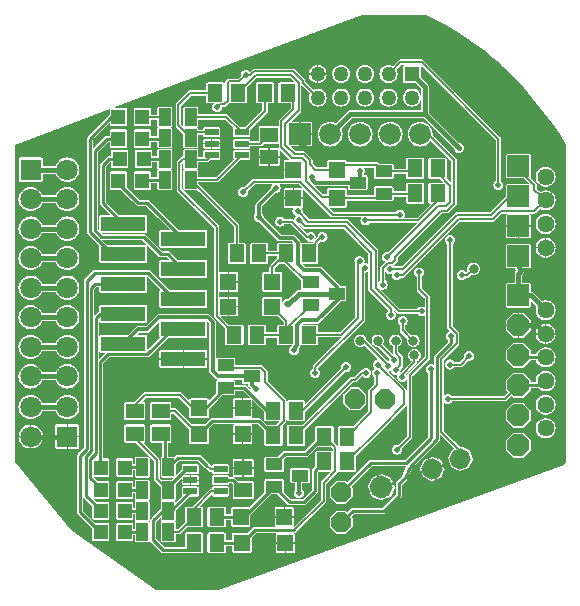
<source format=gbr>
%TF.GenerationSoftware,KiCad,Pcbnew,8.0.3*%
%TF.CreationDate,2024-06-29T02:25:23+02:00*%
%TF.ProjectId,io-16x-fused-fm,696f2d31-3678-42d6-9675-7365642d666d,rev?*%
%TF.SameCoordinates,Original*%
%TF.FileFunction,Copper,L2,Bot*%
%TF.FilePolarity,Positive*%
%FSLAX46Y46*%
G04 Gerber Fmt 4.6, Leading zero omitted, Abs format (unit mm)*
G04 Created by KiCad (PCBNEW 8.0.3) date 2024-06-29 02:25:23*
%MOMM*%
%LPD*%
G01*
G04 APERTURE LIST*
G04 Aperture macros list*
%AMRoundRect*
0 Rectangle with rounded corners*
0 $1 Rounding radius*
0 $2 $3 $4 $5 $6 $7 $8 $9 X,Y pos of 4 corners*
0 Add a 4 corners polygon primitive as box body*
4,1,4,$2,$3,$4,$5,$6,$7,$8,$9,$2,$3,0*
0 Add four circle primitives for the rounded corners*
1,1,$1+$1,$2,$3*
1,1,$1+$1,$4,$5*
1,1,$1+$1,$6,$7*
1,1,$1+$1,$8,$9*
0 Add four rect primitives between the rounded corners*
20,1,$1+$1,$2,$3,$4,$5,0*
20,1,$1+$1,$4,$5,$6,$7,0*
20,1,$1+$1,$6,$7,$8,$9,0*
20,1,$1+$1,$8,$9,$2,$3,0*%
%AMOutline5P*
0 Free polygon, 5 corners , with rotation*
0 The origin of the aperture is its center*
0 number of corners: always 5*
0 $1 to $10 corner X, Y*
0 $11 Rotation angle, in degrees counterclockwise*
0 create outline with 5 corners*
4,1,5,$1,$2,$3,$4,$5,$6,$7,$8,$9,$10,$1,$2,$11*%
%AMOutline6P*
0 Free polygon, 6 corners , with rotation*
0 The origin of the aperture is its center*
0 number of corners: always 6*
0 $1 to $12 corner X, Y*
0 $13 Rotation angle, in degrees counterclockwise*
0 create outline with 6 corners*
4,1,6,$1,$2,$3,$4,$5,$6,$7,$8,$9,$10,$11,$12,$1,$2,$13*%
%AMOutline7P*
0 Free polygon, 7 corners , with rotation*
0 The origin of the aperture is its center*
0 number of corners: always 7*
0 $1 to $14 corner X, Y*
0 $15 Rotation angle, in degrees counterclockwise*
0 create outline with 7 corners*
4,1,7,$1,$2,$3,$4,$5,$6,$7,$8,$9,$10,$11,$12,$13,$14,$1,$2,$15*%
%AMOutline8P*
0 Free polygon, 8 corners , with rotation*
0 The origin of the aperture is its center*
0 number of corners: always 8*
0 $1 to $16 corner X, Y*
0 $17 Rotation angle, in degrees counterclockwise*
0 create outline with 8 corners*
4,1,8,$1,$2,$3,$4,$5,$6,$7,$8,$9,$10,$11,$12,$13,$14,$15,$16,$1,$2,$17*%
G04 Aperture macros list end*
%TA.AperFunction,ComponentPad*%
%ADD10R,1.270000X1.270000*%
%TD*%
%TA.AperFunction,ComponentPad*%
%ADD11C,1.270000*%
%TD*%
%TA.AperFunction,ComponentPad*%
%ADD12Outline8P,-0.838200X0.347194X-0.347194X0.838200X0.347194X0.838200X0.838200X0.347194X0.838200X-0.347194X0.347194X-0.838200X-0.347194X-0.838200X-0.838200X-0.347194X0.000000*%
%TD*%
%TA.AperFunction,ComponentPad*%
%ADD13R,1.828800X1.828800*%
%TD*%
%TA.AperFunction,ComponentPad*%
%ADD14C,1.828800*%
%TD*%
%TA.AperFunction,ComponentPad*%
%ADD15Outline8P,-0.838200X0.347194X-0.347194X0.838200X0.347194X0.838200X0.838200X0.347194X0.838200X-0.347194X0.347194X-0.838200X-0.347194X-0.838200X-0.838200X-0.347194X270.000000*%
%TD*%
%TA.AperFunction,ComponentPad*%
%ADD16C,1.440000*%
%TD*%
%TA.AperFunction,ComponentPad*%
%ADD17Outline8P,-0.914400X0.378757X-0.378757X0.914400X0.378757X0.914400X0.914400X0.378757X0.914400X-0.378757X0.378757X-0.914400X-0.378757X-0.914400X-0.914400X-0.378757X110.000000*%
%TD*%
%TA.AperFunction,ComponentPad*%
%ADD18R,1.800000X1.800000*%
%TD*%
%TA.AperFunction,ComponentPad*%
%ADD19C,1.800000*%
%TD*%
%TA.AperFunction,ComponentPad*%
%ADD20Outline8P,-0.838200X0.347194X-0.347194X0.838200X0.347194X0.838200X0.838200X0.347194X0.838200X-0.347194X0.347194X-0.838200X-0.347194X-0.838200X-0.838200X-0.347194X290.000000*%
%TD*%
%TA.AperFunction,ComponentPad*%
%ADD21Outline8P,-0.914400X0.378757X-0.378757X0.914400X0.378757X0.914400X0.914400X0.378757X0.914400X-0.378757X0.378757X-0.914400X-0.378757X-0.914400X-0.914400X-0.378757X270.000000*%
%TD*%
%TA.AperFunction,SMDPad,CuDef*%
%ADD22R,1.400000X1.000000*%
%TD*%
%TA.AperFunction,SMDPad,CuDef*%
%ADD23R,1.300000X1.500000*%
%TD*%
%TA.AperFunction,SMDPad,CuDef*%
%ADD24R,1.500000X1.300000*%
%TD*%
%TA.AperFunction,SMDPad,CuDef*%
%ADD25R,1.200000X1.300000*%
%TD*%
%TA.AperFunction,SMDPad,CuDef*%
%ADD26R,1.400000X1.400000*%
%TD*%
%TA.AperFunction,SMDPad,CuDef*%
%ADD27R,1.000000X1.500000*%
%TD*%
%TA.AperFunction,SMDPad,CuDef*%
%ADD28RoundRect,0.400000X0.000010X0.000010X-0.000010X0.000010X-0.000010X-0.000010X0.000010X-0.000010X0*%
%TD*%
%TA.AperFunction,SMDPad,CuDef*%
%ADD29R,1.164600X0.597100*%
%TD*%
%TA.AperFunction,SMDPad,CuDef*%
%ADD30R,3.810000X1.270000*%
%TD*%
%TA.AperFunction,ViaPad*%
%ADD31C,0.502400*%
%TD*%
%TA.AperFunction,ViaPad*%
%ADD32C,0.600000*%
%TD*%
%TA.AperFunction,Conductor*%
%ADD33C,0.304800*%
%TD*%
%TA.AperFunction,Conductor*%
%ADD34C,0.406400*%
%TD*%
%TA.AperFunction,Conductor*%
%ADD35C,0.200000*%
%TD*%
%TA.AperFunction,Conductor*%
%ADD36C,0.254000*%
%TD*%
G04 APERTURE END LIST*
D10*
%TO.P,JP17,1*%
%TO.N,+3V3*%
X158818400Y-85632050D03*
D11*
%TO.P,JP17,2*%
%TO.N,SWD_SWDIO*%
X158818400Y-87632050D03*
%TO.P,JP17,3*%
%TO.N,ISP_RXD*%
X156818400Y-85632050D03*
%TO.P,JP17,4*%
%TO.N,SWD_SWCLK*%
X156818400Y-87632050D03*
%TO.P,JP17,5*%
%TO.N,ISP_TXD*%
X154818400Y-85632050D03*
%TO.P,JP17,6*%
%TO.N,N/C*%
X154818400Y-87632050D03*
%TO.P,JP17,7*%
%TO.N,SWD_ISP_EN*%
X152818400Y-85632050D03*
%TO.P,JP17,8*%
%TO.N,N/C*%
X152818400Y-87632050D03*
%TO.P,JP17,9*%
%TO.N,GND*%
X150818400Y-85632050D03*
%TO.P,JP17,10*%
%TO.N,SWD_RESET*%
X150818400Y-87632050D03*
%TD*%
D12*
%TO.P,JP24,1*%
%TO.N,DBG_TXD*%
X152818400Y-121062050D03*
%TO.P,JP24,2*%
%TO.N,DBG_RXD*%
X152818400Y-123602050D03*
%TD*%
D13*
%TO.P,JP2,1*%
%TO.N,GND*%
X149338400Y-90732050D03*
D14*
%TO.P,JP2,2*%
%TO.N,+3V3*%
X151878400Y-90732050D03*
%TO.P,JP2,3*%
%TO.N,EIB_IN*%
X154418400Y-90732050D03*
%TO.P,JP2,4*%
%TO.N,BUS_V*%
X156958400Y-90732050D03*
%TO.P,JP2,5*%
%TO.N,EIB_OUT*%
X159498400Y-90732050D03*
%TD*%
D15*
%TO.P,JP21,1*%
%TO.N,N/C*%
X156488400Y-113132050D03*
%TO.P,JP21,2*%
X153948400Y-113132050D03*
%TD*%
D16*
%TO.P,JP22,1*%
%TO.N,SCL*%
X170118400Y-94332050D03*
%TO.P,JP22,2*%
%TO.N,SDA*%
X170118400Y-96332050D03*
%TO.P,JP22,3*%
%TO.N,+3V3*%
X170118400Y-98332050D03*
%TO.P,JP22,4*%
%TO.N,GND*%
X170118400Y-100332050D03*
%TD*%
D17*
%TO.P,PRGBTN2,1*%
%TO.N,GND*%
X156218400Y-120632050D03*
%TD*%
D18*
%TO.P,J3,1*%
%TO.N,GND*%
X129618400Y-116332050D03*
D19*
%TO.P,J3,2*%
X126518400Y-116332050D03*
%TO.P,J3,3*%
%TO.N,+3V3*%
X129618400Y-113832050D03*
%TO.P,J3,4*%
X126518400Y-113832050D03*
%TD*%
D18*
%TO.P,J2,1*%
%TO.N,IN1*%
X126518400Y-93732050D03*
D19*
%TO.P,J2,2*%
X129618400Y-93732050D03*
%TO.P,J2,3*%
%TO.N,IN2*%
X126518400Y-96232050D03*
%TO.P,J2,4*%
X129618400Y-96232050D03*
%TO.P,J2,5*%
%TO.N,IN3*%
X126518400Y-98732050D03*
%TO.P,J2,6*%
X129618400Y-98732050D03*
%TO.P,J2,7*%
%TO.N,IN4*%
X126518400Y-101232050D03*
%TO.P,J2,8*%
X129618400Y-101232050D03*
%TO.P,J2,9*%
%TO.N,IN5*%
X126518400Y-103732050D03*
%TO.P,J2,10*%
X129618400Y-103732050D03*
%TO.P,J2,11*%
%TO.N,IN6*%
X126518400Y-106232050D03*
%TO.P,J2,12*%
X129618400Y-106232050D03*
%TO.P,J2,13*%
%TO.N,IN7*%
X126518400Y-108732050D03*
%TO.P,J2,14*%
X129618400Y-108732050D03*
%TO.P,J2,15*%
%TO.N,IN8*%
X126518400Y-111232050D03*
%TO.P,J2,16*%
X129618400Y-111232050D03*
%TD*%
D16*
%TO.P,J1,1*%
%TO.N,+3V3*%
X170118400Y-105632050D03*
%TO.P,J1,2*%
%TO.N,GND*%
X170118400Y-107632050D03*
%TO.P,J1,3*%
%TO.N,SCK1*%
X170118400Y-109632050D03*
%TO.P,J1,4*%
%TO.N,MISO1*%
X170118400Y-111632050D03*
%TO.P,J1,5*%
%TO.N,MOSI1*%
X170118400Y-113632050D03*
%TO.P,J1,6*%
%TO.N,SSEL1*%
X170118400Y-115632050D03*
%TD*%
D13*
%TO.P,JP23,1*%
%TO.N,+3V3*%
X167818400Y-101042050D03*
%TO.P,JP23,2*%
%TO.N,GND*%
X167818400Y-98502050D03*
%TO.P,JP23,3*%
%TO.N,SCL*%
X167818400Y-95962050D03*
%TO.P,JP23,4*%
%TO.N,SDA*%
X167818400Y-93422050D03*
%TD*%
D20*
%TO.P,JP18,1*%
%TO.N,PROG*%
X162911810Y-118197684D03*
%TO.P,JP18,2*%
%TO.N,GND*%
X160524990Y-119066416D03*
%TD*%
D13*
%TO.P,JP1,1*%
%TO.N,+3V3*%
X167818400Y-104382050D03*
D21*
%TO.P,JP1,2*%
%TO.N,GND*%
X167818400Y-106922050D03*
%TO.P,JP1,3*%
%TO.N,SCK1*%
X167818400Y-109462050D03*
%TO.P,JP1,4*%
%TO.N,MISO1*%
X167818400Y-112002050D03*
%TO.P,JP1,5*%
%TO.N,MOSI1*%
X167818400Y-114542050D03*
%TO.P,JP1,6*%
%TO.N,SSEL1*%
X167818400Y-117082050D03*
%TD*%
D22*
%TO.P,D9,1*%
%TO.N,N$57*%
X147142600Y-120582050D03*
%TO.P,D9,2*%
%TO.N,N$58*%
X147142600Y-118682050D03*
%TO.P,D9,3*%
%TO.N,+3V3*%
X149342600Y-119632050D03*
%TD*%
D23*
%TO.P,R15,1*%
%TO.N,N$44*%
X148168400Y-107732050D03*
%TO.P,R15,2*%
%TO.N,IO16*%
X150068400Y-107732050D03*
%TD*%
%TO.P,R7,1*%
%TO.N,N$14*%
X143968400Y-100832050D03*
%TO.P,R7,2*%
%TO.N,N$43*%
X145868400Y-100832050D03*
%TD*%
D24*
%TO.P,R1,1*%
%TO.N,N$54*%
X137518400Y-116082050D03*
%TO.P,R1,2*%
%TO.N,N$55*%
X137518400Y-114182050D03*
%TD*%
D23*
%TO.P,R9,1*%
%TO.N,N$56*%
X147068400Y-114132050D03*
%TO.P,R9,2*%
%TO.N,IO10*%
X148968400Y-114132050D03*
%TD*%
D25*
%TO.P,FB3,1*%
%TO.N,N$49*%
X134484400Y-124398750D03*
%TO.P,FB3,2*%
%TO.N,N$23*%
X132452400Y-124398750D03*
%TD*%
D26*
%TO.P,D3,A*%
%TO.N,GND*%
X147992600Y-123132050D03*
%TO.P,D3,C*%
%TO.N,N$57*%
X144292600Y-123132050D03*
%TD*%
D23*
%TO.P,R11,1*%
%TO.N,N$58*%
X151392600Y-116332050D03*
%TO.P,R11,2*%
%TO.N,IO12*%
X153292600Y-116332050D03*
%TD*%
%TO.P,R13,1*%
%TO.N,N$19*%
X159068400Y-95732050D03*
%TO.P,R13,2*%
%TO.N,IO14*%
X160968400Y-95732050D03*
%TD*%
D24*
%TO.P,C2,1*%
%TO.N,GND*%
X146718400Y-92682050D03*
%TO.P,C2,2*%
%TO.N,N$59*%
X146718400Y-90782050D03*
%TD*%
D25*
%TO.P,FB2,1*%
%TO.N,N$48*%
X134484400Y-120845350D03*
%TO.P,FB2,2*%
%TO.N,N$22*%
X132452400Y-120845350D03*
%TD*%
D26*
%TO.P,D4,A*%
%TO.N,GND*%
X148092600Y-125332050D03*
%TO.P,D4,C*%
%TO.N,N$58*%
X144392600Y-125332050D03*
%TD*%
%TO.P,D6,A*%
%TO.N,GND*%
X143268400Y-103232050D03*
%TO.P,D6,C*%
%TO.N,N$43*%
X146968400Y-103232050D03*
%TD*%
D25*
%TO.P,FB6,1*%
%TO.N,N$40*%
X133952400Y-89298750D03*
%TO.P,FB6,2*%
%TO.N,N$7*%
X135984400Y-89298750D03*
%TD*%
%TO.P,FB1,1*%
%TO.N,N$47*%
X134484400Y-118958750D03*
%TO.P,FB1,2*%
%TO.N,N$21*%
X132452400Y-118958750D03*
%TD*%
D27*
%TO.P,F3,1*%
%TO.N,N$49*%
X135968400Y-124378750D03*
%TO.P,F3,2*%
%TO.N,N$52*%
X138168400Y-124378750D03*
%TD*%
D23*
%TO.P,R8,1*%
%TO.N,N$17*%
X143768400Y-107732050D03*
%TO.P,R8,2*%
%TO.N,N$44*%
X145668400Y-107732050D03*
%TD*%
D25*
%TO.P,FB4,1*%
%TO.N,N$50*%
X134484400Y-122612050D03*
%TO.P,FB4,2*%
%TO.N,N$24*%
X132452400Y-122612050D03*
%TD*%
D28*
%TO.P,TP6,TP*%
%TO.N,N$20*%
X164018400Y-102132050D03*
%TD*%
D23*
%TO.P,R6,1*%
%TO.N,N$12*%
X146368400Y-87232050D03*
%TO.P,R6,2*%
%TO.N,N$19*%
X148268400Y-87232050D03*
%TD*%
D22*
%TO.P,D10,1*%
%TO.N,N$56*%
X143018400Y-112182050D03*
%TO.P,D10,2*%
%TO.N,N$55*%
X143018400Y-110282050D03*
%TO.P,D10,3*%
%TO.N,+3V3*%
X145218400Y-111232050D03*
%TD*%
D29*
%TO.P,TVS2,1*%
%TO.N,N$17*%
X141843000Y-92482050D03*
%TO.P,TVS2,2*%
%TO.N,GND*%
X141843000Y-91532050D03*
%TO.P,TVS2,3*%
%TO.N,N$10*%
X141843000Y-90582050D03*
%TO.P,TVS2,4*%
%TO.N,N$12*%
X144393800Y-90582050D03*
%TO.P,TVS2,5*%
%TO.N,N$59*%
X144393800Y-91532050D03*
%TO.P,TVS2,6*%
%TO.N,N$14*%
X144393800Y-92482050D03*
%TD*%
D23*
%TO.P,R4,1*%
%TO.N,N$51*%
X140368400Y-125332050D03*
%TO.P,R4,2*%
%TO.N,N$58*%
X142268400Y-125332050D03*
%TD*%
D29*
%TO.P,TVS1,1*%
%TO.N,N$51*%
X140043000Y-120982050D03*
%TO.P,TVS1,2*%
%TO.N,GND*%
X140043000Y-120032050D03*
%TO.P,TVS1,3*%
%TO.N,N$53*%
X140043000Y-119082050D03*
%TO.P,TVS1,4*%
%TO.N,N$54*%
X142593800Y-119082050D03*
%TO.P,TVS1,5*%
%TO.N,N$45*%
X142593800Y-120032050D03*
%TO.P,TVS1,6*%
%TO.N,N$52*%
X142593800Y-120982050D03*
%TD*%
D24*
%TO.P,C1,1*%
%TO.N,GND*%
X144518400Y-118982050D03*
%TO.P,C1,2*%
%TO.N,N$45*%
X144518400Y-120882050D03*
%TD*%
D26*
%TO.P,D8,A*%
%TO.N,GND*%
X148768400Y-93732050D03*
%TO.P,D8,C*%
%TO.N,N$18*%
X152468400Y-93732050D03*
%TD*%
%TO.P,D2,A*%
%TO.N,GND*%
X144468400Y-113932050D03*
%TO.P,D2,C*%
%TO.N,N$56*%
X140768400Y-113932050D03*
%TD*%
D23*
%TO.P,R10,1*%
%TO.N,N$57*%
X151392600Y-118432050D03*
%TO.P,R10,2*%
%TO.N,IO11*%
X153292600Y-118432050D03*
%TD*%
D26*
%TO.P,D7,A*%
%TO.N,GND*%
X148768400Y-96132050D03*
%TO.P,D7,C*%
%TO.N,N$19*%
X152468400Y-96132050D03*
%TD*%
D25*
%TO.P,FB7,1*%
%TO.N,N$41*%
X133952400Y-94658750D03*
%TO.P,FB7,2*%
%TO.N,N$8*%
X135984400Y-94658750D03*
%TD*%
D27*
%TO.P,F2,1*%
%TO.N,N$48*%
X135968400Y-120892050D03*
%TO.P,F2,2*%
%TO.N,N$53*%
X138168400Y-120892050D03*
%TD*%
D23*
%TO.P,R14,1*%
%TO.N,N$43*%
X148168400Y-100832050D03*
%TO.P,R14,2*%
%TO.N,IO15*%
X150068400Y-100832050D03*
%TD*%
D26*
%TO.P,D1,A*%
%TO.N,GND*%
X144468400Y-116132050D03*
%TO.P,D1,C*%
%TO.N,N$55*%
X140768400Y-116132050D03*
%TD*%
D25*
%TO.P,FB5,1*%
%TO.N,N$25*%
X133952400Y-91112050D03*
%TO.P,FB5,2*%
%TO.N,N$6*%
X135984400Y-91112050D03*
%TD*%
D23*
%TO.P,R16,1*%
%TO.N,N$18*%
X159068400Y-93632050D03*
%TO.P,R16,2*%
%TO.N,IO13*%
X160968400Y-93632050D03*
%TD*%
D27*
%TO.P,F1,1*%
%TO.N,N$47*%
X135968400Y-118932050D03*
%TO.P,F1,2*%
%TO.N,N$54*%
X138168400Y-118932050D03*
%TD*%
D22*
%TO.P,D11,1*%
%TO.N,N$44*%
X150218400Y-105182050D03*
%TO.P,D11,2*%
%TO.N,N$43*%
X150218400Y-103282050D03*
%TO.P,D11,3*%
%TO.N,+3V3*%
X152418400Y-104232050D03*
%TD*%
D28*
%TO.P,TP4,TP*%
%TO.N,N$60*%
X159018400Y-109432050D03*
%TD*%
D24*
%TO.P,R2,1*%
%TO.N,N$53*%
X135318400Y-116082050D03*
%TO.P,R2,2*%
%TO.N,N$56*%
X135318400Y-114182050D03*
%TD*%
D28*
%TO.P,TP1,TP*%
%TO.N,N$62*%
X154418400Y-108232050D03*
%TD*%
%TO.P,TP2,TP*%
%TO.N,N$27*%
X155918400Y-108232050D03*
%TD*%
%TO.P,TP3,TP*%
%TO.N,N$46*%
X157418400Y-108232050D03*
%TD*%
D23*
%TO.P,R3,1*%
%TO.N,N$52*%
X140368400Y-123132050D03*
%TO.P,R3,2*%
%TO.N,N$57*%
X142268400Y-123132050D03*
%TD*%
D22*
%TO.P,D12,1*%
%TO.N,N$18*%
X156418400Y-93882050D03*
%TO.P,D12,2*%
%TO.N,N$19*%
X156418400Y-95782050D03*
%TO.P,D12,3*%
%TO.N,+3V3*%
X154218400Y-94832050D03*
%TD*%
D27*
%TO.P,F5,1*%
%TO.N,N$6*%
X137868400Y-91025350D03*
%TO.P,F5,2*%
%TO.N,N$10*%
X140068400Y-91025350D03*
%TD*%
D25*
%TO.P,FB8,1*%
%TO.N,N$42*%
X134052400Y-92845350D03*
%TO.P,FB8,2*%
%TO.N,N$9*%
X136084400Y-92845350D03*
%TD*%
D30*
%TO.P,X1,1*%
%TO.N,GND*%
X139458400Y-109747050D03*
%TO.P,X1,2*%
%TO.N,+3V3*%
X134378400Y-108477050D03*
%TO.P,X1,3*%
%TO.N,N$21*%
X139458400Y-107207050D03*
%TO.P,X1,4*%
%TO.N,N$22*%
X134378400Y-105937050D03*
%TO.P,X1,5*%
%TO.N,N$23*%
X139458400Y-104667050D03*
%TO.P,X1,6*%
%TO.N,N$24*%
X134378400Y-103397050D03*
%TO.P,X1,7*%
%TO.N,N$25*%
X139458400Y-102127050D03*
%TO.P,X1,8*%
%TO.N,N$40*%
X134378400Y-100857050D03*
%TO.P,X1,9*%
%TO.N,N$41*%
X139458400Y-99587050D03*
%TO.P,X1,10*%
%TO.N,N$42*%
X134378400Y-98317050D03*
%TD*%
D23*
%TO.P,R5,1*%
%TO.N,N$10*%
X142168400Y-87232050D03*
%TO.P,R5,2*%
%TO.N,N$18*%
X144068400Y-87232050D03*
%TD*%
D27*
%TO.P,F8,1*%
%TO.N,N$9*%
X137868400Y-92832050D03*
%TO.P,F8,2*%
%TO.N,N$17*%
X140068400Y-92832050D03*
%TD*%
%TO.P,F6,1*%
%TO.N,N$7*%
X137868400Y-89285350D03*
%TO.P,F6,2*%
%TO.N,N$12*%
X140068400Y-89285350D03*
%TD*%
D28*
%TO.P,TP5,TP*%
%TO.N,N$61*%
X158918400Y-108232050D03*
%TD*%
D27*
%TO.P,F4,1*%
%TO.N,N$50*%
X135968400Y-122638750D03*
%TO.P,F4,2*%
%TO.N,N$51*%
X138168400Y-122638750D03*
%TD*%
%TO.P,F7,1*%
%TO.N,N$8*%
X137868400Y-94572050D03*
%TO.P,F7,2*%
%TO.N,N$14*%
X140068400Y-94572050D03*
%TD*%
D26*
%TO.P,D5,A*%
%TO.N,GND*%
X143268400Y-105332050D03*
%TO.P,D5,C*%
%TO.N,N$44*%
X146968400Y-105332050D03*
%TD*%
D23*
%TO.P,R12,1*%
%TO.N,N$55*%
X147068400Y-116232050D03*
%TO.P,R12,2*%
%TO.N,IO9*%
X148968400Y-116232050D03*
%TD*%
D31*
%TO.N,GND*%
X140618400Y-86632050D03*
X129418400Y-90732050D03*
X151018400Y-97532050D03*
X152318400Y-99932050D03*
X137218400Y-128832050D03*
X161718400Y-89932050D03*
X160718400Y-108932050D03*
X148118400Y-126732050D03*
X162118400Y-111932050D03*
X157718400Y-103632050D03*
X141018400Y-93632050D03*
X139418400Y-112332050D03*
D32*
X158918400Y-104032050D03*
D31*
X152118400Y-114532050D03*
X151218400Y-83732050D03*
X152818400Y-82132050D03*
X165618400Y-116932050D03*
X147318400Y-94132050D03*
X170418400Y-102832050D03*
X167218400Y-86532050D03*
X145618400Y-88732050D03*
X145718400Y-94032050D03*
X130118400Y-123932050D03*
X162018400Y-85332050D03*
X142118400Y-128832050D03*
X139118400Y-115732050D03*
X133518400Y-125432050D03*
D32*
X157918400Y-101332050D03*
D31*
X136818400Y-107832050D03*
X150318400Y-109632050D03*
X155718400Y-105832050D03*
X143618400Y-88532050D03*
X154518400Y-92632050D03*
X145318400Y-127732050D03*
X163618400Y-112432050D03*
X138718400Y-100732050D03*
X151118400Y-92432050D03*
X136718400Y-87832050D03*
X169218400Y-91432050D03*
X152918400Y-83732050D03*
%TO.N,EIB_OUT*%
X156318400Y-103460250D03*
%TO.N,SWCLK*%
X149218400Y-98032050D03*
X157018400Y-106032050D03*
%TO.N,IO6*%
X154818400Y-102032050D03*
X150618400Y-110932050D03*
%TO.N,SWDIO*%
X149118400Y-97232050D03*
X159618400Y-105732050D03*
%TO.N,ISP_RXD*%
X166118400Y-95032050D03*
%TO.N,PROG*%
X162018400Y-99660250D03*
%TO.N,+3V3*%
X148818400Y-109032050D03*
X154418400Y-93832050D03*
X162768400Y-91882050D03*
X147262765Y-95287685D03*
X150318400Y-94332050D03*
X145577287Y-112290938D03*
X145818400Y-97732050D03*
X149218400Y-121132050D03*
X148218400Y-105132050D03*
%TO.N,SCL*%
X156940200Y-102132050D03*
%TO.N,SDA*%
X157518400Y-102660250D03*
%TO.N,MISO1*%
X161818400Y-113132050D03*
%TO.N,IO2*%
X147618400Y-98132050D03*
X150218400Y-99432050D03*
%TO.N,ISP_EN*%
X157818400Y-97532050D03*
X144518400Y-95632050D03*
%TO.N,SWD_RESET*%
X144718400Y-85732050D03*
X142318400Y-88432050D03*
%TO.N,SSEL1*%
X163618400Y-109532050D03*
X162018400Y-110232050D03*
%TO.N,DBG_TXD*%
X160418400Y-110632050D03*
%TO.N,DBG_RXD*%
X162118400Y-107832050D03*
%TO.N,N$39*%
X157518400Y-117432050D03*
X159418400Y-102432050D03*
%TO.N,IO9*%
X154918400Y-110932050D03*
%TO.N,IO10*%
X153218400Y-110432050D03*
%TO.N,IO11*%
X155918400Y-110232050D03*
%TO.N,IO12*%
X155818400Y-110932050D03*
%TO.N,IO13*%
X156718400Y-101132050D03*
%TO.N,IO14*%
X154863200Y-98032050D03*
%TO.N,IO15*%
X151222881Y-99460250D03*
%TO.N,IO16*%
X154362000Y-101451932D03*
%TO.N,N$20*%
X163018400Y-102676850D03*
%TO.N,N$27*%
X157268400Y-109882050D03*
%TO.N,N$46*%
X157418400Y-110682050D03*
%TO.N,N$60*%
X157968400Y-111282050D03*
%TO.N,N$61*%
X158011756Y-106525407D03*
%TO.N,N$62*%
X156768400Y-110382050D03*
%TD*%
D33*
%TO.N,GND*%
X150418400Y-92432050D02*
X149338400Y-91352050D01*
D34*
X126518400Y-116332050D02*
X129618400Y-116332050D01*
X167818400Y-106922050D02*
X169408400Y-106922050D01*
X169408400Y-106922050D02*
X170118400Y-107632050D01*
D33*
X150418400Y-92432050D02*
X151118400Y-92432050D01*
X149338400Y-90732050D02*
X149338400Y-91352050D01*
D35*
%TO.N,EIB_OUT*%
X161300106Y-97205050D02*
X157391400Y-101113757D01*
X157391400Y-101359050D02*
X157096600Y-101653850D01*
X157096600Y-101653850D02*
X156742118Y-101653850D01*
X162372400Y-92915025D02*
X160089425Y-90632050D01*
X162372400Y-96611525D02*
X161778875Y-97205050D01*
X160089425Y-90632050D02*
X159598400Y-90632050D01*
X156318400Y-102077569D02*
X156318400Y-103460250D01*
X156742118Y-101653850D02*
X156318400Y-102077569D01*
X157391400Y-101113757D02*
X157391400Y-101359050D01*
X162372400Y-92915025D02*
X162372400Y-96611525D01*
X161778875Y-97205050D02*
X161300106Y-97205050D01*
X159498400Y-90732050D02*
X159598400Y-90632050D01*
%TO.N,SWCLK*%
X155340200Y-100753850D02*
X153118400Y-98532050D01*
X149218400Y-98032050D02*
X149718400Y-98532050D01*
X155340200Y-100753850D02*
X155340200Y-103877569D01*
X153118400Y-98532050D02*
X149718400Y-98532050D01*
X157018400Y-105555769D02*
X157018400Y-106032050D01*
X155340200Y-103877569D02*
X157018400Y-105555769D01*
%TO.N,IO6*%
X150618400Y-110932050D02*
X150618400Y-110432050D01*
X154618400Y-102232050D02*
X154618400Y-106432050D01*
X154618400Y-106432050D02*
X150618400Y-110432050D01*
X154818400Y-102032050D02*
X154618400Y-102232050D01*
%TO.N,SWDIO*%
X150018400Y-98132050D02*
X149118400Y-97232050D01*
X157718400Y-105732050D02*
X159618400Y-105732050D01*
X157718400Y-105732050D02*
X155718400Y-103732050D01*
X155718400Y-100582050D02*
X153268400Y-98132050D01*
X153268400Y-98132050D02*
X150018400Y-98132050D01*
X155718400Y-103732050D02*
X155718400Y-100582050D01*
%TO.N,ISP_RXD*%
X156818400Y-85632050D02*
X157818400Y-84632050D01*
X166118400Y-91132050D02*
X159618400Y-84632050D01*
X166118400Y-91132050D02*
X166118400Y-95032050D01*
X159618400Y-84632050D02*
X157818400Y-84632050D01*
%TO.N,PROG*%
X161302350Y-115916000D02*
X161302350Y-109734275D01*
X162018400Y-107055769D02*
X162018400Y-99660250D01*
X162596600Y-108440025D02*
X162596600Y-107633969D01*
X162911809Y-117525460D02*
X161302350Y-115916000D01*
X162596600Y-107633969D02*
X162018400Y-107055769D01*
X162911809Y-118197688D02*
X162911809Y-117525460D01*
X161302350Y-109734275D02*
X162596600Y-108440025D01*
D34*
%TO.N,+3V3*%
X167818400Y-102542050D02*
X167918400Y-102442050D01*
D33*
X150792931Y-106502650D02*
X149502668Y-106502650D01*
D34*
X158961931Y-89038250D02*
X159924600Y-89038250D01*
D33*
X134378400Y-108477050D02*
X135604000Y-107251450D01*
D34*
X153572200Y-89038250D02*
X151878400Y-90732050D01*
D33*
X149139000Y-101697782D02*
X149673268Y-102232050D01*
X154218400Y-94832050D02*
X154418400Y-94632050D01*
X149673268Y-102232050D02*
X151018400Y-102232050D01*
X154218400Y-94832050D02*
X150618400Y-94832050D01*
D34*
X167818400Y-104382050D02*
X167818400Y-102542050D01*
D33*
X141918400Y-106631919D02*
X141918400Y-110777182D01*
X142373268Y-111232050D02*
X145218400Y-111232050D01*
X152618400Y-104432050D02*
X152618400Y-104677182D01*
X141518531Y-106232050D02*
X141918400Y-106631919D01*
D34*
X148218400Y-105132050D02*
X148318400Y-105132050D01*
X156361931Y-89038250D02*
X158961931Y-89038250D01*
X170118400Y-105632050D02*
X168868400Y-104382050D01*
D33*
X149502668Y-106502650D02*
X149097800Y-106907519D01*
D34*
X149218400Y-104232050D02*
X148318400Y-105132050D01*
D33*
X145818400Y-97732050D02*
X145818400Y-96732050D01*
X145218400Y-111932050D02*
X145577287Y-112290938D01*
X135604000Y-107251450D02*
X136399131Y-107251450D01*
X152418400Y-104232050D02*
X152618400Y-104432050D01*
X141918400Y-110777182D02*
X142373268Y-111232050D01*
D34*
X152418400Y-104232050D02*
X149218400Y-104232050D01*
D33*
X149218400Y-119756250D02*
X149218400Y-121132050D01*
D34*
X156361931Y-89038250D02*
X153572200Y-89038250D01*
D33*
X149139000Y-99952650D02*
X148718400Y-99532050D01*
D34*
X159924600Y-86738250D02*
X158818400Y-85632050D01*
X168868400Y-104382050D02*
X167818400Y-104382050D01*
D33*
X145218400Y-111232050D02*
X145218400Y-111932050D01*
X149097800Y-106907519D02*
X149097800Y-108597782D01*
X148818400Y-108877182D02*
X148818400Y-109032050D01*
X152418400Y-103632050D02*
X152418400Y-104232050D01*
X149097800Y-108597782D02*
X148818400Y-108877182D01*
X148718400Y-99532050D02*
X147618400Y-99532050D01*
X136399131Y-107251450D02*
X137418531Y-106232050D01*
X154418400Y-93832050D02*
X154418400Y-94632050D01*
X150318400Y-94532050D02*
X150318400Y-94332050D01*
X147262765Y-95287685D02*
X145818400Y-96732050D01*
D34*
X129618400Y-113832050D02*
X126518400Y-113832050D01*
X159924600Y-89038250D02*
X159924600Y-86738250D01*
D33*
X152618400Y-104677182D02*
X150792931Y-106502650D01*
X149139000Y-99952650D02*
X149139000Y-101697782D01*
D34*
X162768400Y-91882050D02*
X159924600Y-89038250D01*
D33*
X150618400Y-94832050D02*
X150318400Y-94532050D01*
X137418531Y-106232050D02*
X141518531Y-106232050D01*
X149342600Y-119632050D02*
X149218400Y-119756250D01*
X151018400Y-102232050D02*
X152418400Y-103632050D01*
D34*
X167918400Y-102442050D02*
X167818400Y-101042050D01*
D33*
X145818400Y-97732050D02*
X147618400Y-99532050D01*
D35*
%TO.N,SCL*%
X158040200Y-102132050D02*
X162590200Y-97582050D01*
X167118400Y-95962050D02*
X165498400Y-97582050D01*
X162590200Y-97582050D02*
X165498400Y-97582050D01*
X167118400Y-95962050D02*
X167818400Y-95962050D01*
X156940200Y-102132050D02*
X158040200Y-102132050D01*
%TO.N,SDA*%
X165633850Y-97909050D02*
X166310850Y-97232050D01*
X162769600Y-97909050D02*
X158018400Y-102660250D01*
X169159800Y-95053625D02*
X167918400Y-93812225D01*
X162769600Y-97909050D02*
X165633850Y-97909050D01*
X169159800Y-95473450D02*
X169159800Y-95053625D01*
X157518400Y-102660250D02*
X158018400Y-102660250D01*
X166310850Y-97232050D02*
X169118400Y-97232050D01*
X169118400Y-97232050D02*
X170118400Y-96332050D01*
X170118400Y-96332050D02*
X169159800Y-95473450D01*
X167918400Y-93812225D02*
X167818400Y-93422050D01*
%TO.N,MISO1*%
X166688400Y-113132050D02*
X161818400Y-113132050D01*
X167818400Y-112002050D02*
X166688400Y-113132050D01*
D36*
X167818400Y-112002050D02*
X169748400Y-112002050D01*
X169748400Y-112002050D02*
X170118400Y-111632050D01*
D34*
%TO.N,IN1*%
X126518400Y-93732050D02*
X129618400Y-93732050D01*
%TO.N,IN2*%
X129618400Y-96232050D02*
X126518400Y-96232050D01*
%TO.N,IN3*%
X126518400Y-98732050D02*
X129618400Y-98732050D01*
%TO.N,IN4*%
X129618400Y-101232050D02*
X126518400Y-101232050D01*
%TO.N,IN5*%
X126518400Y-103732050D02*
X129618400Y-103732050D01*
%TO.N,IN7*%
X129618400Y-108732050D02*
X126518400Y-108732050D01*
%TO.N,IN6*%
X126518400Y-106232050D02*
X129618400Y-106232050D01*
%TO.N,IN8*%
X126518400Y-111232050D02*
X129618400Y-111232050D01*
D35*
%TO.N,IO2*%
X147618400Y-98132050D02*
X148618400Y-98132050D01*
X149918400Y-99432050D02*
X148618400Y-98132050D01*
X149918400Y-99432050D02*
X150218400Y-99432050D01*
%TO.N,ISP_EN*%
X144518400Y-95632050D02*
X145396600Y-94753850D01*
X157818400Y-97532050D02*
X152094681Y-97532050D01*
X152094681Y-97532050D02*
X149316481Y-94753850D01*
X149316481Y-94753850D02*
X145396600Y-94753850D01*
%TO.N,SWD_RESET*%
X143324375Y-86255050D02*
X144195400Y-86255050D01*
X145105950Y-85732050D02*
X144718400Y-85732050D01*
X149545400Y-86359050D02*
X149545400Y-86225575D01*
X142912425Y-88209050D02*
X143191400Y-87930075D01*
X142318400Y-88432050D02*
X142541400Y-88209050D01*
X148724875Y-85405050D02*
X145432950Y-85405050D01*
X145432950Y-85405050D02*
X145105950Y-85732050D01*
X143191400Y-87930075D02*
X143191400Y-86388025D01*
X149545400Y-86225575D02*
X148724875Y-85405050D01*
X142541400Y-88209050D02*
X142912425Y-88209050D01*
X143191400Y-86388025D02*
X143324375Y-86255050D01*
X150818400Y-87632050D02*
X149545400Y-86359050D01*
X144195400Y-86255050D02*
X144718400Y-85732050D01*
D36*
%TO.N,SCK1*%
X167988400Y-109632050D02*
X167818400Y-109462050D01*
X170118400Y-109632050D02*
X167988400Y-109632050D01*
D35*
%TO.N,SSEL1*%
X162918400Y-110232050D02*
X162018400Y-110232050D01*
X163618400Y-109532050D02*
X162918400Y-110232050D01*
D36*
%TO.N,DBG_TXD*%
X160418400Y-116432050D02*
X158313200Y-118537250D01*
X155343200Y-118537250D02*
X152818400Y-121062050D01*
X158313200Y-118537250D02*
X155343200Y-118537250D01*
X160418400Y-110632050D02*
X160418400Y-116432050D01*
%TO.N,DBG_RXD*%
X156405206Y-122632050D02*
X153788400Y-122632050D01*
X160948346Y-116556254D02*
X160948346Y-109587641D01*
X158180115Y-119800282D02*
X157681862Y-120298535D01*
X153788400Y-122632050D02*
X152818400Y-123602050D01*
X158595843Y-118908757D02*
X158180115Y-119800282D01*
X160948346Y-109587641D02*
X162118400Y-108417588D01*
X162118400Y-108417588D02*
X162118400Y-107832050D01*
X160948346Y-116556254D02*
X158595843Y-118908757D01*
X157681862Y-121355394D02*
X156405206Y-122632050D01*
X157681862Y-120298535D02*
X157681862Y-121355394D01*
D35*
%TO.N,N$39*%
X157518400Y-117432050D02*
X158618400Y-116332050D01*
X159418400Y-103855769D02*
X160096600Y-104533969D01*
X159418400Y-102432050D02*
X159418400Y-103855769D01*
X160096600Y-109653850D02*
X158618400Y-111132050D01*
X158618400Y-111132050D02*
X158618400Y-116332050D01*
X160096600Y-104533969D02*
X160096600Y-109653850D01*
D36*
%TO.N,N$21*%
X136388612Y-109366050D02*
X138547612Y-107207050D01*
X132452400Y-118958750D02*
X132419400Y-118925750D01*
X138547612Y-107207050D02*
X139458400Y-107207050D01*
X132419400Y-110032050D02*
X132419400Y-118925750D01*
X133085400Y-109366050D02*
X136388612Y-109366050D01*
X132419400Y-110032050D02*
X133085400Y-109366050D01*
%TO.N,N$22*%
X132419187Y-105937050D02*
X132038400Y-106317838D01*
X132038400Y-106317838D02*
X132038400Y-117763507D01*
X132452400Y-120845350D02*
X132452403Y-120704054D01*
X132038400Y-117763507D02*
X131580400Y-118221507D01*
X132452403Y-120704054D02*
X131580400Y-119832050D01*
X131580400Y-119832050D02*
X131580400Y-118221507D01*
X134378400Y-105937050D02*
X132419187Y-105937050D01*
%TO.N,N$23*%
X139458400Y-104667050D02*
X138658400Y-104667050D01*
X131252400Y-117417263D02*
X130718400Y-117951263D01*
X131968187Y-102448050D02*
X131252400Y-103163838D01*
X132385096Y-124398747D02*
X132452400Y-124398750D01*
X130718400Y-117951263D02*
X130718400Y-122732050D01*
X131252400Y-103163838D02*
X131252400Y-117417263D01*
X130718400Y-122732050D02*
X132385096Y-124398747D01*
X138658400Y-104667050D02*
X136439400Y-102448050D01*
X136439400Y-102448050D02*
X131968187Y-102448050D01*
%TO.N,N$24*%
X131657400Y-117551082D02*
X131657400Y-103720019D01*
X131199400Y-121332050D02*
X131199400Y-118009082D01*
X131980368Y-103397050D02*
X131657400Y-103720019D01*
X131199400Y-118009082D02*
X131657400Y-117551082D01*
X132452400Y-122585050D02*
X131199400Y-121332050D01*
X134378400Y-103397050D02*
X131980368Y-103397050D01*
X132452400Y-122612050D02*
X132452400Y-122585050D01*
D35*
%TO.N,N$10*%
X142168400Y-87232050D02*
X140018400Y-87232050D01*
X140068400Y-91025350D02*
X140068400Y-90956650D01*
X140018400Y-87232050D02*
X139018400Y-88232050D01*
X141843000Y-90582050D02*
X140443000Y-90582050D01*
X139018400Y-89975375D02*
X140068400Y-91025350D01*
X139018400Y-88232050D02*
X139018400Y-89975375D01*
X140443000Y-90582050D02*
X140068400Y-90956650D01*
%TO.N,N$12*%
X143097125Y-89285375D02*
X140068400Y-89285350D01*
X144393800Y-90582050D02*
X143097125Y-89285375D01*
X144593800Y-90582050D02*
X144393800Y-90582050D01*
X146368400Y-88807450D02*
X144593800Y-90582050D01*
X146368400Y-87232050D02*
X146368400Y-88807450D01*
%TO.N,N$14*%
X143968400Y-100832050D02*
X143968400Y-98472038D01*
X144393800Y-92482050D02*
X142303809Y-94572041D01*
X143968400Y-98472038D02*
X140068400Y-94572050D01*
X142303809Y-94572041D02*
X140068400Y-94572050D01*
%TO.N,N$17*%
X141843000Y-92482050D02*
X141443000Y-92882050D01*
X143768400Y-107632050D02*
X143768400Y-107732050D01*
X139118400Y-93132050D02*
X139118400Y-95432050D01*
X143768400Y-107632050D02*
X142268400Y-106132050D01*
X140068400Y-92832050D02*
X139418415Y-92832035D01*
X139118400Y-95432050D02*
X142268400Y-98582050D01*
X139418415Y-92832035D02*
X139118400Y-93132050D01*
X140118415Y-92882050D02*
X140068400Y-92832050D01*
X141443000Y-92882050D02*
X140118415Y-92882050D01*
X142268400Y-98582050D02*
X142268400Y-106132050D01*
%TO.N,N$18*%
X155868400Y-93332050D02*
X152868400Y-93332050D01*
X155868400Y-93332050D02*
X156418400Y-93882050D01*
X156418400Y-93882050D02*
X158818400Y-93882050D01*
X145568400Y-85732050D02*
X148589425Y-85732050D01*
X149218400Y-86361025D02*
X149218400Y-88702225D01*
X148589425Y-85732050D02*
X149218400Y-86361025D01*
X149624875Y-92405050D02*
X150167200Y-92947375D01*
X150618400Y-93732050D02*
X152468400Y-93732050D01*
X148067200Y-91610675D02*
X148861575Y-92405050D01*
X148861575Y-92405050D02*
X149624875Y-92405050D01*
X149218400Y-88702225D02*
X148067200Y-89853425D01*
X152468400Y-93732050D02*
X152868400Y-93332050D01*
X158818400Y-93882050D02*
X159068400Y-93632050D01*
X150167200Y-92947375D02*
X150167200Y-93280850D01*
X148067200Y-89853425D02*
X148067200Y-91610675D01*
X144068400Y-87232050D02*
X145568400Y-85732050D01*
X150167200Y-93280850D02*
X150618400Y-93732050D01*
%TO.N,N$19*%
X156418400Y-95782050D02*
X156068400Y-96132050D01*
X148768400Y-88605769D02*
X147740200Y-89633969D01*
X147740200Y-89633969D02*
X147740200Y-91832050D01*
X148768400Y-87732050D02*
X148768400Y-88605769D01*
X159018400Y-95782050D02*
X156418400Y-95782050D01*
X149840200Y-94703850D02*
X151168400Y-96032050D01*
X147740200Y-91832050D02*
X148640200Y-92732050D01*
X148268400Y-87232050D02*
X148768400Y-87732050D01*
X159068400Y-95732050D02*
X159018400Y-95782050D01*
X149489425Y-92732050D02*
X149840200Y-93082825D01*
X156068400Y-96132050D02*
X152468400Y-96132050D01*
X152368400Y-96032050D02*
X152468400Y-96132050D01*
X149840200Y-93082825D02*
X149840200Y-94703850D01*
X151168400Y-96032050D02*
X152368400Y-96032050D01*
X148640200Y-92732050D02*
X149489425Y-92732050D01*
%TO.N,N$43*%
X148168400Y-101532050D02*
X148168400Y-100832050D01*
X149918400Y-103282050D02*
X148168400Y-101532050D01*
X146968400Y-101982050D02*
X148118400Y-100832050D01*
X145868400Y-100832050D02*
X148118400Y-100832050D01*
X148118400Y-100832050D02*
X148168400Y-100832050D01*
X150218400Y-103282050D02*
X149918400Y-103282050D01*
X146968400Y-103232050D02*
X146968400Y-101982050D01*
%TO.N,N$44*%
X150218400Y-105182050D02*
X148168400Y-107232050D01*
X145668400Y-107732050D02*
X148168400Y-107732050D01*
X148168400Y-107232050D02*
X148168400Y-107732050D01*
X148168400Y-106532050D02*
X148168400Y-107732050D01*
X146968400Y-105332050D02*
X148168400Y-106532050D01*
D36*
%TO.N,N$45*%
X143668400Y-120032050D02*
X144518400Y-120882050D01*
X142593800Y-120032050D02*
X143668400Y-120032050D01*
%TO.N,N$47*%
X135968400Y-118932050D02*
X134511068Y-118932050D01*
X134484400Y-118958750D02*
X134511068Y-118932050D01*
%TO.N,N$48*%
X135921737Y-120845385D02*
X135968400Y-120892050D01*
X134484400Y-120845350D02*
X135921737Y-120845385D01*
%TO.N,N$49*%
X134484400Y-124398750D02*
X135948390Y-124398722D01*
X135948390Y-124398722D02*
X135968400Y-124378750D01*
%TO.N,N$50*%
X134484400Y-122612050D02*
X135941746Y-122612057D01*
X135941746Y-122612057D02*
X135968400Y-122638750D01*
%TO.N,N$51*%
X138386309Y-122638741D02*
X138168400Y-122638750D01*
X139768400Y-125932050D02*
X137718400Y-125932050D01*
X140043000Y-120982050D02*
X138386309Y-122638741D01*
X137711740Y-122638710D02*
X138168400Y-122638750D01*
X136918400Y-125132050D02*
X136918400Y-123432050D01*
X140368400Y-125332050D02*
X139768400Y-125932050D01*
X136918400Y-123432050D02*
X137711740Y-122638710D01*
X137718400Y-125932050D02*
X136918400Y-125132050D01*
D35*
%TO.N,N$52*%
X141818400Y-120982050D02*
X140368400Y-122432050D01*
X138168400Y-124378750D02*
X139121721Y-124378729D01*
X142593800Y-120982050D02*
X141818400Y-120982050D01*
X140368400Y-122432050D02*
X140368400Y-123132050D01*
X139121721Y-124378729D02*
X140368400Y-123132050D01*
D36*
%TO.N,N$53*%
X139678396Y-119082050D02*
X140043000Y-119082050D01*
D35*
X135318400Y-116082050D02*
X135318400Y-116432050D01*
D36*
X139678396Y-119082050D02*
X138168400Y-120592050D01*
D35*
X137218400Y-119942047D02*
X138168400Y-120892050D01*
D36*
X138168400Y-120892050D02*
X138168400Y-120592050D01*
D35*
X135318400Y-116432050D02*
X137218400Y-118332050D01*
X137218400Y-118332050D02*
X137218400Y-119942047D01*
%TO.N,N$54*%
X141463187Y-118786050D02*
X141759187Y-119082050D01*
D36*
X137918400Y-118682050D02*
X138168400Y-118932050D01*
X137518400Y-116082050D02*
X137918400Y-116482050D01*
D35*
X141759187Y-119082050D02*
X142593800Y-119082050D01*
D36*
X138968400Y-118132050D02*
X140809187Y-118132050D01*
X137918400Y-116482050D02*
X137918400Y-118682050D01*
X138168400Y-118932050D02*
X138968400Y-118132050D01*
X140809187Y-118132050D02*
X141463187Y-118786050D01*
D35*
%TO.N,N$55*%
X140726975Y-116132050D02*
X138776975Y-114182050D01*
D36*
X140768400Y-116132050D02*
X141868400Y-115032050D01*
D35*
X138776975Y-114182050D02*
X137518400Y-114182050D01*
D36*
X145868400Y-115032050D02*
X147068400Y-116232050D01*
D35*
X143241400Y-110505050D02*
X146012425Y-110505050D01*
X146345400Y-111688025D02*
X147945400Y-113288025D01*
X146345400Y-110838025D02*
X146345400Y-111688025D01*
X147945400Y-113288025D02*
X147945400Y-114976075D01*
D36*
X141868400Y-115032050D02*
X145868400Y-115032050D01*
D35*
X146012425Y-110505050D02*
X146345400Y-110838025D01*
X143018400Y-110282050D02*
X143241400Y-110505050D01*
X147945400Y-114976075D02*
X147068400Y-115853075D01*
X140768400Y-116132050D02*
X140726975Y-116132050D01*
X147068400Y-115853075D02*
X147068400Y-116232050D01*
D36*
%TO.N,N$56*%
X141268400Y-113932050D02*
X140768400Y-113932050D01*
D35*
X135318400Y-113682050D02*
X135318400Y-114182050D01*
D36*
X143018400Y-112182050D02*
X141268400Y-113932050D01*
D35*
X136195400Y-112805050D02*
X135318400Y-113682050D01*
X140289425Y-113932050D02*
X139162425Y-112805050D01*
D36*
X146568400Y-114132050D02*
X144618400Y-112182050D01*
D35*
X140768400Y-113932050D02*
X140289425Y-113932050D01*
D36*
X143018400Y-112182050D02*
X144618400Y-112182050D01*
X147068400Y-114132050D02*
X146568400Y-114132050D01*
D35*
X139162425Y-112805050D02*
X136195400Y-112805050D01*
D36*
%TO.N,N$57*%
X148442600Y-121882050D02*
X147142600Y-120582050D01*
X149642600Y-121882050D02*
X148442600Y-121882050D01*
X147142600Y-120582050D02*
X144592600Y-123132050D01*
X150592600Y-120932050D02*
X149642600Y-121882050D01*
X150592600Y-119232050D02*
X150592600Y-120932050D01*
X144292600Y-123132050D02*
X144592600Y-123132050D01*
X144292600Y-123132050D02*
X142268400Y-123132050D01*
X151392600Y-118432050D02*
X150592600Y-119232050D01*
%TO.N,N$58*%
X142268400Y-125332050D02*
X144392600Y-125332050D01*
X151392600Y-116332050D02*
X151292600Y-116332050D01*
X149842600Y-117782050D02*
X148042600Y-117782050D01*
X144392600Y-125332050D02*
X145488600Y-124236050D01*
X151292600Y-116332050D02*
X149842600Y-117782050D01*
D35*
X152318400Y-119232050D02*
X152318400Y-117257850D01*
D36*
X148042600Y-117782050D02*
X147142600Y-118682050D01*
X145488600Y-124236050D02*
X148847812Y-124236050D01*
D35*
X148847812Y-124236050D02*
X151318400Y-121765463D01*
X152318400Y-117257850D02*
X151392600Y-116332050D01*
X151318400Y-121765463D02*
X151318400Y-120232050D01*
X151318400Y-120232050D02*
X152318400Y-119232050D01*
D36*
%TO.N,N$6*%
X137781734Y-91112041D02*
X137868400Y-91025350D01*
X135984400Y-91112050D02*
X137781734Y-91112041D01*
D35*
%TO.N,N$7*%
X137868400Y-89285350D02*
X137855065Y-89298707D01*
X137855065Y-89298707D02*
X135984400Y-89298750D01*
D36*
%TO.N,N$8*%
X135984400Y-94658750D02*
X136585759Y-94572038D01*
X137868400Y-94572050D02*
X136585759Y-94572038D01*
%TO.N,N$9*%
X137868400Y-92832050D02*
X137855065Y-92845369D01*
X136084400Y-92845350D02*
X137855065Y-92845369D01*
%TO.N,N$25*%
X139358400Y-102127050D02*
X138107400Y-100876050D01*
X139358400Y-102127050D02*
X139458400Y-102127050D01*
X132468187Y-99406050D02*
X136078187Y-99406050D01*
X132976525Y-91112032D02*
X131937400Y-92151157D01*
X137548187Y-100876050D02*
X138107400Y-100876050D01*
X131937400Y-98875263D02*
X132468187Y-99406050D01*
X131937400Y-92151157D02*
X131937400Y-98875263D01*
X133952400Y-91112050D02*
X132976525Y-91112032D01*
X136078187Y-99406050D02*
X137548187Y-100876050D01*
%TO.N,N$40*%
X134378400Y-100857050D02*
X134178400Y-101057050D01*
X133580368Y-101057050D02*
X131556400Y-99033082D01*
X134178400Y-101057050D02*
X133580368Y-101057050D01*
X131556400Y-91098832D02*
X131556400Y-99033082D01*
X133952400Y-89298750D02*
X133356506Y-89298725D01*
X133356506Y-89298725D02*
X131556400Y-91098832D01*
%TO.N,N$41*%
X139458400Y-99587050D02*
X136403400Y-96532050D01*
X133952400Y-94858750D02*
X133952400Y-94658750D01*
X136403400Y-96532050D02*
X135625737Y-96532050D01*
X135625737Y-96532050D02*
X133952400Y-94858750D01*
%TO.N,N$42*%
X132618400Y-96557050D02*
X132618400Y-93379369D01*
X134378400Y-98317050D02*
X132618400Y-96557050D01*
X133152396Y-92845372D02*
X134052400Y-92845350D01*
X133152396Y-92845372D02*
X132618400Y-93379369D01*
D35*
%TO.N,N$59*%
X144393800Y-91532050D02*
X145968400Y-91532050D01*
X145968400Y-91532050D02*
X146718400Y-90782050D01*
%TO.N,IO9*%
X148968400Y-116232050D02*
X153690200Y-111510250D01*
X154594681Y-110932050D02*
X154016481Y-111510250D01*
X154918400Y-110932050D02*
X154594681Y-110932050D01*
X153690200Y-111510250D02*
X154016481Y-111510250D01*
%TO.N,IO10*%
X148968400Y-114132050D02*
X149518400Y-114132050D01*
X149518400Y-114132050D02*
X153218400Y-110432050D01*
%TO.N,IO11*%
X158118400Y-112432050D02*
X158118400Y-113587863D01*
X153292600Y-118432050D02*
X156140200Y-115584450D01*
X156140200Y-115584450D02*
X156140200Y-115566063D01*
X156140200Y-115566063D02*
X158118400Y-113587863D01*
X158118400Y-112432050D02*
X155918400Y-110232050D01*
%TO.N,IO12*%
X155340200Y-112466063D02*
X155340200Y-114284450D01*
X155818400Y-110932050D02*
X155818400Y-111987863D01*
X155818400Y-111987863D02*
X155340200Y-112466063D01*
X155340200Y-114284450D02*
X153292600Y-116332050D01*
%TO.N,IO13*%
X156718400Y-101132050D02*
X156694359Y-101108010D01*
X160968400Y-94011025D02*
X162045400Y-95088025D01*
X160970318Y-96832050D02*
X156694359Y-101108010D01*
X161689425Y-96832050D02*
X160970318Y-96832050D01*
X162045400Y-95088025D02*
X162045400Y-96476075D01*
X162045400Y-96476075D02*
X161689425Y-96832050D01*
X160968400Y-93632050D02*
X160968400Y-94011025D01*
%TO.N,IO14*%
X159307868Y-98032050D02*
X154863200Y-98032050D01*
X161338134Y-96001785D02*
X161068400Y-95732050D01*
X161338134Y-96001785D02*
X159307868Y-98032050D01*
X160968400Y-95732050D02*
X161068400Y-95732050D01*
%TO.N,IO15*%
X150068400Y-100832050D02*
X150068400Y-100514732D01*
X151222881Y-99460250D02*
X151122881Y-99460250D01*
X151122881Y-99460250D02*
X150068400Y-100514732D01*
%TO.N,IO16*%
X152816481Y-107710250D02*
X150090200Y-107710250D01*
X154245400Y-101568532D02*
X154245400Y-106281332D01*
X154362000Y-101451932D02*
X154245400Y-101568532D01*
X150068400Y-107732050D02*
X150090200Y-107710250D01*
X152816481Y-107710250D02*
X154245400Y-106281332D01*
%TO.N,N$20*%
X163018400Y-102676850D02*
X163473600Y-102676850D01*
X163473600Y-102676850D02*
X164018400Y-102132050D01*
%TO.N,N$27*%
X157268400Y-109782050D02*
X155918400Y-108432050D01*
X155918400Y-108432050D02*
X155918400Y-108232050D01*
X157268400Y-109782050D02*
X157268400Y-109882050D01*
%TO.N,N$46*%
X157818400Y-109682050D02*
X157818400Y-110282050D01*
X157818400Y-110282050D02*
X157418400Y-110682050D01*
X157818400Y-109682050D02*
X157418400Y-109282050D01*
X157418400Y-108232050D02*
X157418400Y-109282050D01*
%TO.N,N$60*%
X159018400Y-110032050D02*
X157968400Y-111082050D01*
X157968400Y-111082050D02*
X157968400Y-111282050D01*
X159018400Y-109432050D02*
X159018400Y-110032050D01*
%TO.N,N$61*%
X158918400Y-108232050D02*
X158011756Y-107325407D01*
X158011756Y-106525407D02*
X158011756Y-107325407D01*
%TO.N,N$62*%
X156768400Y-110282050D02*
X154718400Y-108232050D01*
X156768400Y-110382050D02*
X156768400Y-110282050D01*
X154718400Y-108232050D02*
X154418400Y-108232050D01*
%TD*%
%TA.AperFunction,Conductor*%
%TO.N,GND*%
G36*
X149316904Y-98452602D02*
G01*
X149319059Y-98454442D01*
X149589532Y-98724916D01*
X149673147Y-98759550D01*
X153016691Y-98759550D01*
X153029454Y-98764837D01*
X155107413Y-100842796D01*
X155112700Y-100855559D01*
X155112700Y-101681025D01*
X155107413Y-101693788D01*
X155094650Y-101699075D01*
X155081887Y-101693788D01*
X155071622Y-101683523D01*
X154951525Y-101622330D01*
X154824000Y-101602133D01*
X154818400Y-101601246D01*
X154818399Y-101601246D01*
X154792425Y-101605359D01*
X154778992Y-101602133D01*
X154771774Y-101590354D01*
X154771774Y-101584710D01*
X154792804Y-101451932D01*
X154771719Y-101318806D01*
X154710528Y-101198712D01*
X154710527Y-101198711D01*
X154710526Y-101198709D01*
X154615222Y-101103405D01*
X154495125Y-101042212D01*
X154362000Y-101021128D01*
X154228874Y-101042212D01*
X154108777Y-101103405D01*
X154013473Y-101198709D01*
X153952280Y-101318806D01*
X153931196Y-101451932D01*
X153952280Y-101585057D01*
X154013473Y-101705154D01*
X154014308Y-101706303D01*
X154013633Y-101706793D01*
X154017900Y-101716994D01*
X154017900Y-106179622D01*
X154012613Y-106192385D01*
X152727535Y-107477463D01*
X152714772Y-107482750D01*
X150863950Y-107482750D01*
X150851187Y-107477463D01*
X150845900Y-107464700D01*
X150845900Y-106969493D01*
X150845900Y-106969492D01*
X150838502Y-106932302D01*
X150810322Y-106890128D01*
X150786083Y-106873932D01*
X150768149Y-106861948D01*
X150730958Y-106854550D01*
X149590183Y-106854550D01*
X149577420Y-106849263D01*
X149572133Y-106836500D01*
X149577420Y-106823737D01*
X149613320Y-106787837D01*
X149626083Y-106782550D01*
X150829780Y-106782550D01*
X150829781Y-106782550D01*
X150900968Y-106763475D01*
X150964793Y-106726626D01*
X151426085Y-106265334D01*
X152826584Y-104864837D01*
X152839347Y-104859550D01*
X153130956Y-104859550D01*
X153130958Y-104859550D01*
X153168148Y-104852152D01*
X153210322Y-104823972D01*
X153238502Y-104781798D01*
X153245900Y-104744608D01*
X153245900Y-103719492D01*
X153238502Y-103682302D01*
X153210322Y-103640128D01*
X153189235Y-103626038D01*
X153168149Y-103611948D01*
X153130958Y-103604550D01*
X152714655Y-103604550D01*
X152701892Y-103599263D01*
X152697221Y-103591174D01*
X152679225Y-103524013D01*
X152642376Y-103460188D01*
X152642375Y-103460187D01*
X152642374Y-103460185D01*
X152642373Y-103460184D01*
X152590262Y-103408074D01*
X151190265Y-102008076D01*
X151190264Y-102008075D01*
X151176776Y-102000288D01*
X151126437Y-101971225D01*
X151126434Y-101971224D01*
X151126432Y-101971223D01*
X151075798Y-101957656D01*
X151055250Y-101952150D01*
X151055249Y-101952150D01*
X149796682Y-101952150D01*
X149783919Y-101946863D01*
X149577419Y-101740363D01*
X149572132Y-101727600D01*
X149577419Y-101714837D01*
X149590182Y-101709550D01*
X150730956Y-101709550D01*
X150730958Y-101709550D01*
X150768148Y-101702152D01*
X150810322Y-101673972D01*
X150838502Y-101631798D01*
X150845900Y-101594608D01*
X150845900Y-100069492D01*
X150845899Y-100069491D01*
X150845813Y-100068611D01*
X150846367Y-100068556D01*
X150848709Y-100056654D01*
X150850970Y-100053893D01*
X151044140Y-99860723D01*
X151056902Y-99855437D01*
X151065097Y-99857405D01*
X151089753Y-99869968D01*
X151089755Y-99869969D01*
X151222881Y-99891054D01*
X151356007Y-99869969D01*
X151476101Y-99808778D01*
X151571409Y-99713470D01*
X151632600Y-99593376D01*
X151653685Y-99460250D01*
X151632600Y-99327124D01*
X151571409Y-99207030D01*
X151571408Y-99207029D01*
X151571407Y-99207027D01*
X151476103Y-99111723D01*
X151356006Y-99050530D01*
X151222881Y-99029446D01*
X151089755Y-99050530D01*
X150969658Y-99111723D01*
X150874354Y-99207027D01*
X150813161Y-99327124D01*
X150792077Y-99460251D01*
X150792077Y-99461670D01*
X150791257Y-99461670D01*
X150788600Y-99472501D01*
X150786813Y-99474583D01*
X150637955Y-99623441D01*
X150625192Y-99628728D01*
X150612429Y-99623441D01*
X150607142Y-99610678D01*
X150609110Y-99602483D01*
X150613751Y-99593375D01*
X150628119Y-99565176D01*
X150649204Y-99432050D01*
X150628119Y-99298924D01*
X150566928Y-99178830D01*
X150566927Y-99178829D01*
X150566926Y-99178827D01*
X150471622Y-99083523D01*
X150351525Y-99022330D01*
X150218400Y-99001246D01*
X150085274Y-99022330D01*
X149965179Y-99083522D01*
X149941155Y-99107546D01*
X149928392Y-99112832D01*
X149915629Y-99107545D01*
X149288803Y-98480719D01*
X149283516Y-98467956D01*
X149288803Y-98455193D01*
X149298740Y-98450129D01*
X149302384Y-98449551D01*
X149303471Y-98449379D01*
X149316904Y-98452602D01*
G37*
%TD.AperFunction*%
%TA.AperFunction,Conductor*%
G36*
X149227535Y-94986637D02*
G01*
X149521042Y-95280144D01*
X149526329Y-95292907D01*
X149521042Y-95305670D01*
X149508279Y-95310957D01*
X149504758Y-95310610D01*
X149480829Y-95305850D01*
X148831500Y-95305850D01*
X148831500Y-96068950D01*
X149594599Y-96068950D01*
X149594599Y-95419627D01*
X149594598Y-95419623D01*
X149589838Y-95395691D01*
X149592533Y-95382141D01*
X149604019Y-95374466D01*
X149617569Y-95377161D01*
X149620304Y-95379406D01*
X151965813Y-97724915D01*
X152049428Y-97759550D01*
X152139934Y-97759550D01*
X154495041Y-97759550D01*
X154507804Y-97764837D01*
X154513091Y-97777600D01*
X154511124Y-97785791D01*
X154488010Y-97831157D01*
X154453480Y-97898924D01*
X154432396Y-98032050D01*
X154453480Y-98165175D01*
X154514673Y-98285272D01*
X154609977Y-98380576D01*
X154609979Y-98380577D01*
X154609980Y-98380578D01*
X154730074Y-98441769D01*
X154863200Y-98462854D01*
X154996326Y-98441769D01*
X155116420Y-98380578D01*
X155211728Y-98285270D01*
X155219811Y-98269405D01*
X155230316Y-98260433D01*
X155235894Y-98259550D01*
X159177508Y-98259550D01*
X159190271Y-98264837D01*
X159195558Y-98277600D01*
X159190271Y-98290363D01*
X156777553Y-100703080D01*
X156764790Y-100708367D01*
X156761967Y-100708145D01*
X156718400Y-100701246D01*
X156585274Y-100722330D01*
X156465177Y-100783523D01*
X156369873Y-100878827D01*
X156308680Y-100998924D01*
X156287596Y-101132050D01*
X156308680Y-101265175D01*
X156369873Y-101385272D01*
X156465176Y-101480575D01*
X156465179Y-101480577D01*
X156465180Y-101480578D01*
X156479586Y-101487918D01*
X156528153Y-101512664D01*
X156537126Y-101523169D01*
X156536042Y-101536941D01*
X156532722Y-101541510D01*
X156125534Y-101948700D01*
X156125532Y-101948703D01*
X156103770Y-102001245D01*
X156090900Y-102032315D01*
X156090900Y-103087555D01*
X156085613Y-103100318D01*
X156081045Y-103103638D01*
X156065179Y-103111722D01*
X156065177Y-103111723D01*
X155976713Y-103200188D01*
X155963950Y-103205475D01*
X155951187Y-103200188D01*
X155945900Y-103187425D01*
X155945900Y-100536798D01*
X155945900Y-100536797D01*
X155911265Y-100453182D01*
X155847268Y-100389185D01*
X153397268Y-97939185D01*
X153397265Y-97939183D01*
X153313653Y-97904550D01*
X150120109Y-97904550D01*
X150107346Y-97899263D01*
X149540793Y-97332710D01*
X149535506Y-97319947D01*
X149535727Y-97317133D01*
X149549204Y-97232050D01*
X149528119Y-97098924D01*
X149469509Y-96983897D01*
X149468426Y-96970126D01*
X149477398Y-96959621D01*
X149482072Y-96958001D01*
X149517642Y-96950926D01*
X149559384Y-96923034D01*
X149587276Y-96881292D01*
X149594599Y-96844477D01*
X149594600Y-96844475D01*
X149594600Y-96195150D01*
X147942201Y-96195150D01*
X147942201Y-96844478D01*
X147949523Y-96881292D01*
X147977415Y-96923034D01*
X148019157Y-96950926D01*
X148055973Y-96958249D01*
X148750903Y-96958249D01*
X148763666Y-96963536D01*
X148768953Y-96976299D01*
X148766986Y-96984494D01*
X148708680Y-97098924D01*
X148687596Y-97232050D01*
X148708680Y-97365175D01*
X148769873Y-97485272D01*
X148865177Y-97580576D01*
X148865179Y-97580577D01*
X148865180Y-97580578D01*
X148964326Y-97631095D01*
X148984634Y-97641443D01*
X148993606Y-97651948D01*
X148992522Y-97665721D01*
X148984634Y-97673608D01*
X148965182Y-97683520D01*
X148965176Y-97683524D01*
X148869873Y-97778827D01*
X148808680Y-97898924D01*
X148800320Y-97951707D01*
X148793101Y-97963486D01*
X148779668Y-97966711D01*
X148769729Y-97961646D01*
X148747268Y-97939185D01*
X148747265Y-97939183D01*
X148663653Y-97904550D01*
X147991094Y-97904550D01*
X147978331Y-97899263D01*
X147975011Y-97894694D01*
X147966927Y-97878829D01*
X147966925Y-97878826D01*
X147871622Y-97783523D01*
X147751525Y-97722330D01*
X147618400Y-97701246D01*
X147485274Y-97722330D01*
X147365177Y-97783523D01*
X147269873Y-97878827D01*
X147208680Y-97998924D01*
X147187596Y-98132050D01*
X147208680Y-98265175D01*
X147269873Y-98385272D01*
X147365177Y-98480576D01*
X147365179Y-98480577D01*
X147365180Y-98480578D01*
X147485274Y-98541769D01*
X147618400Y-98562854D01*
X147751526Y-98541769D01*
X147871620Y-98480578D01*
X147966928Y-98385270D01*
X147975011Y-98369405D01*
X147985516Y-98360433D01*
X147991094Y-98359550D01*
X148516691Y-98359550D01*
X148529454Y-98364837D01*
X149789531Y-99624915D01*
X149789533Y-99624917D01*
X149798735Y-99628728D01*
X149846233Y-99648401D01*
X149855408Y-99656882D01*
X149869872Y-99685270D01*
X149869874Y-99685273D01*
X149965177Y-99780576D01*
X149965179Y-99780577D01*
X149965180Y-99780578D01*
X150085274Y-99841769D01*
X150218400Y-99862854D01*
X150351526Y-99841769D01*
X150388835Y-99822758D01*
X150402607Y-99821675D01*
X150413112Y-99830647D01*
X150414196Y-99844420D01*
X150409792Y-99851605D01*
X150312135Y-99949263D01*
X150299372Y-99954550D01*
X149436950Y-99954550D01*
X149424187Y-99949263D01*
X149418900Y-99936500D01*
X149418900Y-99915801D01*
X149418275Y-99913470D01*
X149399825Y-99844613D01*
X149399825Y-99844612D01*
X149362976Y-99780788D01*
X149362974Y-99780786D01*
X149362973Y-99780784D01*
X148890264Y-99308075D01*
X148874414Y-99298924D01*
X148826437Y-99271225D01*
X148826434Y-99271224D01*
X148826432Y-99271223D01*
X148775798Y-99257656D01*
X148755250Y-99252150D01*
X148755249Y-99252150D01*
X147741815Y-99252150D01*
X147729052Y-99246863D01*
X146250926Y-97768738D01*
X146245639Y-97755975D01*
X146245860Y-97753161D01*
X146249204Y-97732050D01*
X146228119Y-97598924D01*
X146166928Y-97478830D01*
X146166927Y-97478829D01*
X146166926Y-97478827D01*
X146103587Y-97415488D01*
X146098300Y-97402725D01*
X146098300Y-96855463D01*
X146103586Y-96842701D01*
X147226076Y-95720210D01*
X147238838Y-95714924D01*
X147241654Y-95715145D01*
X147262765Y-95718489D01*
X147395891Y-95697404D01*
X147515985Y-95636213D01*
X147611293Y-95540905D01*
X147672484Y-95420811D01*
X147672672Y-95419622D01*
X147942200Y-95419622D01*
X147942200Y-96068950D01*
X148705300Y-96068950D01*
X148705300Y-95305850D01*
X148055977Y-95305850D01*
X148055971Y-95305851D01*
X148019157Y-95313173D01*
X147977415Y-95341065D01*
X147949523Y-95382807D01*
X147942200Y-95419622D01*
X147672672Y-95419622D01*
X147693569Y-95287685D01*
X147672484Y-95154559D01*
X147611293Y-95034465D01*
X147611292Y-95034464D01*
X147611291Y-95034462D01*
X147588992Y-95012163D01*
X147583705Y-94999400D01*
X147588992Y-94986637D01*
X147601755Y-94981350D01*
X149214772Y-94981350D01*
X149227535Y-94986637D01*
G37*
%TD.AperFunction*%
%TA.AperFunction,Conductor*%
G36*
X137420613Y-106651332D02*
G01*
X137425900Y-106664095D01*
X137425900Y-107854608D01*
X137433298Y-107891799D01*
X137452965Y-107921232D01*
X137455660Y-107934781D01*
X137450720Y-107944023D01*
X136441713Y-108953031D01*
X136428950Y-108958318D01*
X136416187Y-108953031D01*
X136410900Y-108940268D01*
X136410900Y-107829493D01*
X136410900Y-107829492D01*
X136403502Y-107792302D01*
X136375322Y-107750128D01*
X136351770Y-107734391D01*
X136333149Y-107721948D01*
X136295958Y-107714550D01*
X135580314Y-107714550D01*
X135567551Y-107709263D01*
X135562264Y-107696500D01*
X135567551Y-107683737D01*
X135714651Y-107536637D01*
X135727414Y-107531350D01*
X136435980Y-107531350D01*
X136435981Y-107531350D01*
X136507168Y-107512275D01*
X136570993Y-107475426D01*
X137395087Y-106651332D01*
X137407850Y-106646045D01*
X137420613Y-106651332D01*
G37*
%TD.AperFunction*%
%TA.AperFunction,Conductor*%
G36*
X159987030Y-80653709D02*
G01*
X160830704Y-81069441D01*
X160831272Y-81069733D01*
X160989211Y-81154700D01*
X161677552Y-81525006D01*
X161678106Y-81525317D01*
X162507619Y-82010538D01*
X162508103Y-82010833D01*
X163319775Y-82525377D01*
X163320284Y-82525713D01*
X163521606Y-82663656D01*
X164113010Y-83068878D01*
X164113536Y-83069252D01*
X164886367Y-83640385D01*
X164886866Y-83640768D01*
X165638851Y-84239168D01*
X165639294Y-84239534D01*
X166307444Y-84811359D01*
X166369371Y-84864358D01*
X166369854Y-84864785D01*
X166552922Y-85033151D01*
X166877840Y-85331975D01*
X167077198Y-85515322D01*
X167077661Y-85515764D01*
X167259246Y-85695150D01*
X167761270Y-86191095D01*
X167761721Y-86191556D01*
X167799805Y-86231966D01*
X167958012Y-86399837D01*
X167972478Y-86415186D01*
X167973350Y-86416183D01*
X170689426Y-89759047D01*
X170690165Y-89760023D01*
X170779056Y-89886425D01*
X170796878Y-89911768D01*
X170797239Y-89912302D01*
X171073453Y-90336500D01*
X171321590Y-90717577D01*
X171321931Y-90718122D01*
X171796717Y-91507566D01*
X171804518Y-91520536D01*
X171807100Y-91529839D01*
X171807100Y-118478057D01*
X171804663Y-118487114D01*
X171763730Y-118557681D01*
X171763694Y-118557743D01*
X171709753Y-118649891D01*
X171709717Y-118649953D01*
X171672527Y-118712907D01*
X171663159Y-118720687D01*
X142447768Y-129354261D01*
X142441595Y-129355350D01*
X137111254Y-129355350D01*
X137100763Y-129351988D01*
X129914073Y-124218639D01*
X129910584Y-124215368D01*
X125199170Y-118446285D01*
X125195100Y-118434868D01*
X125195100Y-117900639D01*
X130463900Y-117900639D01*
X130463900Y-122782673D01*
X130502643Y-122876210D01*
X130502645Y-122876213D01*
X131719613Y-124093181D01*
X131724900Y-124105944D01*
X131724900Y-125061308D01*
X131732298Y-125098499D01*
X131746388Y-125119585D01*
X131760478Y-125140672D01*
X131792035Y-125161758D01*
X131802650Y-125168851D01*
X131802652Y-125168852D01*
X131839842Y-125176250D01*
X131839844Y-125176250D01*
X133064956Y-125176250D01*
X133064958Y-125176250D01*
X133102148Y-125168852D01*
X133144322Y-125140672D01*
X133172502Y-125098498D01*
X133179900Y-125061308D01*
X133179900Y-123736192D01*
X133172502Y-123699002D01*
X133144322Y-123656828D01*
X133123235Y-123642738D01*
X133102149Y-123628648D01*
X133064958Y-123621250D01*
X131974993Y-123621250D01*
X131962230Y-123615963D01*
X130978187Y-122631920D01*
X130972900Y-122619157D01*
X130972900Y-121509044D01*
X130978187Y-121496281D01*
X130990950Y-121490994D01*
X131003713Y-121496281D01*
X131719613Y-122212181D01*
X131724900Y-122224944D01*
X131724900Y-123274608D01*
X131732298Y-123311799D01*
X131746388Y-123332885D01*
X131760478Y-123353972D01*
X131792035Y-123375058D01*
X131802650Y-123382151D01*
X131802652Y-123382152D01*
X131839842Y-123389550D01*
X131839844Y-123389550D01*
X133064956Y-123389550D01*
X133064958Y-123389550D01*
X133102148Y-123382152D01*
X133144322Y-123353972D01*
X133172502Y-123311798D01*
X133179900Y-123274608D01*
X133179900Y-121949492D01*
X133172502Y-121912302D01*
X133144322Y-121870128D01*
X133116885Y-121851795D01*
X133102149Y-121841948D01*
X133064958Y-121834550D01*
X132069294Y-121834550D01*
X132056531Y-121829263D01*
X131880931Y-121653663D01*
X131875644Y-121640900D01*
X131880931Y-121628137D01*
X131893694Y-121622850D01*
X133064956Y-121622850D01*
X133064958Y-121622850D01*
X133102148Y-121615452D01*
X133144322Y-121587272D01*
X133172502Y-121545098D01*
X133179900Y-121507908D01*
X133179900Y-120182792D01*
X133179900Y-120182791D01*
X133756900Y-120182791D01*
X133756900Y-121507908D01*
X133764298Y-121545099D01*
X133776162Y-121562853D01*
X133792478Y-121587272D01*
X133824035Y-121608358D01*
X133834650Y-121615451D01*
X133834652Y-121615452D01*
X133871842Y-121622850D01*
X133871844Y-121622850D01*
X135096956Y-121622850D01*
X135096958Y-121622850D01*
X135134148Y-121615452D01*
X135176322Y-121587272D01*
X135204502Y-121545098D01*
X135211900Y-121507908D01*
X135211900Y-121117917D01*
X135217187Y-121105154D01*
X135229948Y-121099867D01*
X135322851Y-121099869D01*
X135335614Y-121105156D01*
X135340900Y-121117919D01*
X135340900Y-121654608D01*
X135348298Y-121691799D01*
X135367041Y-121719849D01*
X135376478Y-121733972D01*
X135400305Y-121749893D01*
X135401052Y-121750392D01*
X135408726Y-121761879D01*
X135406031Y-121775429D01*
X135401052Y-121780408D01*
X135376477Y-121796829D01*
X135348298Y-121839000D01*
X135340900Y-121876191D01*
X135340900Y-122339503D01*
X135335613Y-122352266D01*
X135322850Y-122357553D01*
X135229950Y-122357553D01*
X135217187Y-122352266D01*
X135211900Y-122339503D01*
X135211900Y-121949493D01*
X135211900Y-121949492D01*
X135204502Y-121912302D01*
X135176322Y-121870128D01*
X135148885Y-121851795D01*
X135134149Y-121841948D01*
X135096958Y-121834550D01*
X133871842Y-121834550D01*
X133871841Y-121834550D01*
X133834650Y-121841948D01*
X133792478Y-121870128D01*
X133764298Y-121912300D01*
X133756900Y-121949491D01*
X133756900Y-123274608D01*
X133764298Y-123311799D01*
X133778388Y-123332885D01*
X133792478Y-123353972D01*
X133824035Y-123375058D01*
X133834650Y-123382151D01*
X133834652Y-123382152D01*
X133871842Y-123389550D01*
X133871844Y-123389550D01*
X135096956Y-123389550D01*
X135096958Y-123389550D01*
X135134148Y-123382152D01*
X135176322Y-123353972D01*
X135204502Y-123311798D01*
X135211900Y-123274608D01*
X135211900Y-122884603D01*
X135217187Y-122871840D01*
X135229949Y-122866553D01*
X135322852Y-122866553D01*
X135335613Y-122871840D01*
X135340900Y-122884603D01*
X135340900Y-123401308D01*
X135348298Y-123438499D01*
X135362388Y-123459585D01*
X135376478Y-123480672D01*
X135392654Y-123491480D01*
X135396038Y-123493742D01*
X135403713Y-123505229D01*
X135401018Y-123518778D01*
X135396038Y-123523758D01*
X135376478Y-123536828D01*
X135348298Y-123579000D01*
X135340900Y-123616191D01*
X135340900Y-124126183D01*
X135335613Y-124138946D01*
X135322850Y-124144233D01*
X135229950Y-124144235D01*
X135217187Y-124138949D01*
X135211900Y-124126185D01*
X135211900Y-123736193D01*
X135211900Y-123736192D01*
X135204502Y-123699002D01*
X135176322Y-123656828D01*
X135155235Y-123642738D01*
X135134149Y-123628648D01*
X135096958Y-123621250D01*
X133871842Y-123621250D01*
X133871841Y-123621250D01*
X133834650Y-123628648D01*
X133792478Y-123656828D01*
X133764298Y-123699000D01*
X133756900Y-123736191D01*
X133756900Y-125061308D01*
X133764298Y-125098499D01*
X133778388Y-125119585D01*
X133792478Y-125140672D01*
X133824035Y-125161758D01*
X133834650Y-125168851D01*
X133834652Y-125168852D01*
X133871842Y-125176250D01*
X133871844Y-125176250D01*
X135096956Y-125176250D01*
X135096958Y-125176250D01*
X135134148Y-125168852D01*
X135176322Y-125140672D01*
X135204502Y-125098498D01*
X135211900Y-125061308D01*
X135211900Y-124671285D01*
X135217187Y-124658522D01*
X135229948Y-124653235D01*
X135322851Y-124653233D01*
X135335613Y-124658519D01*
X135340900Y-124671283D01*
X135340900Y-125141308D01*
X135348298Y-125178499D01*
X135362388Y-125199585D01*
X135376478Y-125220672D01*
X135408035Y-125241758D01*
X135418650Y-125248851D01*
X135418652Y-125248852D01*
X135455842Y-125256250D01*
X135455844Y-125256250D01*
X136480956Y-125256250D01*
X136480958Y-125256250D01*
X136518148Y-125248852D01*
X136560322Y-125220672D01*
X136588502Y-125178498D01*
X136595900Y-125141308D01*
X136595900Y-123616192D01*
X136588502Y-123579002D01*
X136587188Y-123577036D01*
X136565744Y-123544943D01*
X136560322Y-123536828D01*
X136540759Y-123523756D01*
X136533085Y-123512272D01*
X136535780Y-123498722D01*
X136540757Y-123493744D01*
X136560322Y-123480672D01*
X136588502Y-123438498D01*
X136595900Y-123401308D01*
X136595900Y-121876192D01*
X136588502Y-121839002D01*
X136560322Y-121796828D01*
X136535748Y-121780408D01*
X136528073Y-121768921D01*
X136530768Y-121755372D01*
X136535748Y-121750392D01*
X136536347Y-121749991D01*
X136560322Y-121733972D01*
X136588502Y-121691798D01*
X136595900Y-121654608D01*
X136595900Y-120129492D01*
X136588502Y-120092302D01*
X136560322Y-120050128D01*
X136533641Y-120032300D01*
X136518149Y-120021948D01*
X136480958Y-120014550D01*
X135455842Y-120014550D01*
X135455841Y-120014550D01*
X135418650Y-120021948D01*
X135376478Y-120050128D01*
X135348298Y-120092300D01*
X135340900Y-120129491D01*
X135340900Y-120572819D01*
X135335613Y-120585582D01*
X135322850Y-120590869D01*
X135229950Y-120590867D01*
X135217186Y-120585580D01*
X135211900Y-120572817D01*
X135211900Y-120182793D01*
X135211900Y-120182792D01*
X135204502Y-120145602D01*
X135203836Y-120144606D01*
X135193738Y-120129493D01*
X135176322Y-120103428D01*
X135149217Y-120085317D01*
X135134149Y-120075248D01*
X135096958Y-120067850D01*
X133871842Y-120067850D01*
X133871841Y-120067850D01*
X133834650Y-120075248D01*
X133792478Y-120103428D01*
X133764298Y-120145600D01*
X133756900Y-120182791D01*
X133179900Y-120182791D01*
X133172502Y-120145602D01*
X133171836Y-120144606D01*
X133161738Y-120129493D01*
X133144322Y-120103428D01*
X133117217Y-120085317D01*
X133102149Y-120075248D01*
X133064958Y-120067850D01*
X132183593Y-120067850D01*
X132170830Y-120062563D01*
X131875330Y-119767063D01*
X131870043Y-119754300D01*
X131875330Y-119741537D01*
X131888093Y-119736250D01*
X133064956Y-119736250D01*
X133064958Y-119736250D01*
X133102148Y-119728852D01*
X133144322Y-119700672D01*
X133172502Y-119658498D01*
X133179900Y-119621308D01*
X133179900Y-118296192D01*
X133179900Y-118296191D01*
X133756900Y-118296191D01*
X133756900Y-119621308D01*
X133764298Y-119658499D01*
X133778388Y-119679585D01*
X133792478Y-119700672D01*
X133823007Y-119721071D01*
X133834650Y-119728851D01*
X133834652Y-119728852D01*
X133871842Y-119736250D01*
X133871844Y-119736250D01*
X135096956Y-119736250D01*
X135096958Y-119736250D01*
X135134148Y-119728852D01*
X135176322Y-119700672D01*
X135204502Y-119658498D01*
X135211900Y-119621308D01*
X135211900Y-119204600D01*
X135217187Y-119191837D01*
X135229950Y-119186550D01*
X135322850Y-119186550D01*
X135335613Y-119191837D01*
X135340900Y-119204600D01*
X135340900Y-119694608D01*
X135348298Y-119731799D01*
X135354805Y-119741537D01*
X135376478Y-119773972D01*
X135404918Y-119792975D01*
X135418650Y-119802151D01*
X135418652Y-119802152D01*
X135455842Y-119809550D01*
X135455844Y-119809550D01*
X136480956Y-119809550D01*
X136480958Y-119809550D01*
X136518148Y-119802152D01*
X136560322Y-119773972D01*
X136588502Y-119731798D01*
X136595900Y-119694608D01*
X136595900Y-118169492D01*
X136588502Y-118132302D01*
X136560322Y-118090128D01*
X136539235Y-118076038D01*
X136518149Y-118061948D01*
X136480958Y-118054550D01*
X135455842Y-118054550D01*
X135455841Y-118054550D01*
X135418650Y-118061948D01*
X135376478Y-118090128D01*
X135348298Y-118132300D01*
X135340900Y-118169491D01*
X135340900Y-118659500D01*
X135335613Y-118672263D01*
X135322850Y-118677550D01*
X135229950Y-118677550D01*
X135217187Y-118672263D01*
X135211900Y-118659500D01*
X135211900Y-118296193D01*
X135211900Y-118296192D01*
X135204502Y-118259002D01*
X135176322Y-118216828D01*
X135155235Y-118202738D01*
X135134149Y-118188648D01*
X135096958Y-118181250D01*
X133871842Y-118181250D01*
X133871841Y-118181250D01*
X133834650Y-118188648D01*
X133792478Y-118216828D01*
X133764298Y-118259000D01*
X133756900Y-118296191D01*
X133179900Y-118296191D01*
X133172502Y-118259002D01*
X133144322Y-118216828D01*
X133123235Y-118202738D01*
X133102149Y-118188648D01*
X133064958Y-118181250D01*
X132691950Y-118181250D01*
X132679187Y-118175963D01*
X132673900Y-118163200D01*
X132673900Y-115419491D01*
X134440900Y-115419491D01*
X134440900Y-116744608D01*
X134448298Y-116781799D01*
X134452319Y-116787816D01*
X134476478Y-116823972D01*
X134507163Y-116844475D01*
X134518650Y-116852151D01*
X134518652Y-116852152D01*
X134555842Y-116859550D01*
X135416691Y-116859550D01*
X135429454Y-116864837D01*
X136985613Y-118420996D01*
X136990900Y-118433759D01*
X136990900Y-119987300D01*
X137001044Y-120011790D01*
X137025532Y-120070912D01*
X137025534Y-120070915D01*
X137535613Y-120580995D01*
X137540900Y-120593757D01*
X137540900Y-121654608D01*
X137548298Y-121691799D01*
X137567041Y-121719849D01*
X137576478Y-121733972D01*
X137600305Y-121749893D01*
X137601052Y-121750392D01*
X137608726Y-121761879D01*
X137606031Y-121775429D01*
X137601052Y-121780408D01*
X137576477Y-121796829D01*
X137548298Y-121839000D01*
X137540900Y-121876191D01*
X137540900Y-122442155D01*
X137535613Y-122454918D01*
X137535612Y-122454919D01*
X137494869Y-122495655D01*
X137494834Y-122495697D01*
X136771698Y-123218832D01*
X136771696Y-123218835D01*
X136702645Y-123287886D01*
X136702643Y-123287889D01*
X136663900Y-123381426D01*
X136663900Y-125182673D01*
X136702643Y-125276210D01*
X136702645Y-125276213D01*
X137574236Y-126147804D01*
X137574239Y-126147806D01*
X137584729Y-126152151D01*
X137667777Y-126186551D01*
X137667778Y-126186551D01*
X137771121Y-126186551D01*
X137771129Y-126186550D01*
X139639827Y-126186550D01*
X139649855Y-126189592D01*
X139668650Y-126202151D01*
X139668652Y-126202152D01*
X139705842Y-126209550D01*
X139705844Y-126209550D01*
X141030956Y-126209550D01*
X141030958Y-126209550D01*
X141068148Y-126202152D01*
X141110322Y-126173972D01*
X141138502Y-126131798D01*
X141145900Y-126094608D01*
X141145900Y-124569492D01*
X141138502Y-124532302D01*
X141110322Y-124490128D01*
X141089235Y-124476038D01*
X141068149Y-124461948D01*
X141030958Y-124454550D01*
X139705842Y-124454550D01*
X139705841Y-124454550D01*
X139668650Y-124461948D01*
X139626478Y-124490128D01*
X139598298Y-124532300D01*
X139590900Y-124569491D01*
X139590900Y-125659500D01*
X139585613Y-125672263D01*
X139572850Y-125677550D01*
X137831294Y-125677550D01*
X137818531Y-125672263D01*
X137178187Y-125031919D01*
X137172900Y-125019156D01*
X137172900Y-123544943D01*
X137178187Y-123532180D01*
X137510087Y-123200280D01*
X137522850Y-123194993D01*
X137535613Y-123200280D01*
X137540900Y-123213043D01*
X137540900Y-123401308D01*
X137548298Y-123438499D01*
X137562388Y-123459585D01*
X137576478Y-123480672D01*
X137592654Y-123491480D01*
X137596038Y-123493742D01*
X137603713Y-123505229D01*
X137601018Y-123518778D01*
X137596038Y-123523758D01*
X137576478Y-123536828D01*
X137548298Y-123579000D01*
X137540900Y-123616191D01*
X137540900Y-125141308D01*
X137548298Y-125178499D01*
X137562388Y-125199585D01*
X137576478Y-125220672D01*
X137608035Y-125241758D01*
X137618650Y-125248851D01*
X137618652Y-125248852D01*
X137655842Y-125256250D01*
X137655844Y-125256250D01*
X138680956Y-125256250D01*
X138680958Y-125256250D01*
X138718148Y-125248852D01*
X138760322Y-125220672D01*
X138788502Y-125178498D01*
X138795900Y-125141308D01*
X138795900Y-124624285D01*
X138801187Y-124611522D01*
X138813948Y-124606235D01*
X139121595Y-124606229D01*
X139166974Y-124606229D01*
X139166997Y-124606229D01*
X139167056Y-124606216D01*
X139167530Y-124605999D01*
X139204075Y-124590860D01*
X139250589Y-124571594D01*
X139250589Y-124571593D01*
X139250706Y-124571545D01*
X139251282Y-124571024D01*
X139251290Y-124571017D01*
X139251851Y-124570333D01*
X139289881Y-124532302D01*
X139807346Y-124014837D01*
X139820109Y-124009550D01*
X141030956Y-124009550D01*
X141030958Y-124009550D01*
X141068148Y-124002152D01*
X141110322Y-123973972D01*
X141138502Y-123931798D01*
X141145900Y-123894608D01*
X141145900Y-122369492D01*
X141138502Y-122332302D01*
X141110322Y-122290128D01*
X141089235Y-122276038D01*
X141068149Y-122261948D01*
X141030958Y-122254550D01*
X140911209Y-122254550D01*
X140898446Y-122249263D01*
X140893159Y-122236500D01*
X140898446Y-122223737D01*
X141853187Y-121268996D01*
X141865950Y-121263709D01*
X141878713Y-121268996D01*
X141884000Y-121281759D01*
X141884000Y-121293158D01*
X141891398Y-121330349D01*
X141905488Y-121351435D01*
X141919578Y-121372522D01*
X141938657Y-121385270D01*
X141961750Y-121400701D01*
X141961752Y-121400702D01*
X141998942Y-121408100D01*
X141998944Y-121408100D01*
X143188656Y-121408100D01*
X143188658Y-121408100D01*
X143225848Y-121400702D01*
X143268022Y-121372522D01*
X143296202Y-121330348D01*
X143303600Y-121293158D01*
X143303600Y-120670942D01*
X143296202Y-120633752D01*
X143296086Y-120633579D01*
X143287255Y-120620362D01*
X143268022Y-120591578D01*
X143246935Y-120577488D01*
X143225849Y-120563398D01*
X143188658Y-120556000D01*
X141998942Y-120556000D01*
X141998941Y-120556000D01*
X141961750Y-120563398D01*
X141919578Y-120591578D01*
X141891398Y-120633750D01*
X141884000Y-120670941D01*
X141884000Y-120736500D01*
X141878713Y-120749263D01*
X141865950Y-120754550D01*
X141773146Y-120754550D01*
X141752307Y-120763182D01*
X141689534Y-120789182D01*
X141689531Y-120789184D01*
X140239532Y-122239185D01*
X140229454Y-122249263D01*
X140216691Y-122254550D01*
X139705841Y-122254550D01*
X139668650Y-122261948D01*
X139626478Y-122290128D01*
X139598298Y-122332300D01*
X139590900Y-122369491D01*
X139590900Y-123580340D01*
X139585613Y-123593103D01*
X139032771Y-124145944D01*
X139020008Y-124151231D01*
X138813950Y-124151235D01*
X138801187Y-124145949D01*
X138795900Y-124133185D01*
X138795900Y-123616193D01*
X138795900Y-123616192D01*
X138788502Y-123579002D01*
X138787188Y-123577036D01*
X138765744Y-123544943D01*
X138760322Y-123536828D01*
X138740759Y-123523756D01*
X138733085Y-123512272D01*
X138735780Y-123498722D01*
X138740757Y-123493744D01*
X138760322Y-123480672D01*
X138788502Y-123438498D01*
X138795900Y-123401308D01*
X138795900Y-122596544D01*
X138801187Y-122583781D01*
X139971581Y-121413387D01*
X139984344Y-121408100D01*
X140637856Y-121408100D01*
X140637858Y-121408100D01*
X140675048Y-121400702D01*
X140717222Y-121372522D01*
X140745402Y-121330348D01*
X140752800Y-121293158D01*
X140752800Y-120670942D01*
X140745402Y-120633752D01*
X140745286Y-120633579D01*
X140736455Y-120620362D01*
X140717222Y-120591578D01*
X140696135Y-120577488D01*
X140675049Y-120563398D01*
X140637858Y-120556000D01*
X139448142Y-120556000D01*
X139448141Y-120556000D01*
X139410950Y-120563398D01*
X139368778Y-120591578D01*
X139340598Y-120633750D01*
X139333200Y-120670941D01*
X139333200Y-121293161D01*
X139337750Y-121316036D01*
X139335055Y-121329585D01*
X139332810Y-121332320D01*
X138818622Y-121846508D01*
X138805859Y-121851795D01*
X138793096Y-121846508D01*
X138790050Y-121840281D01*
X138789181Y-121840641D01*
X138788502Y-121839002D01*
X138785527Y-121834550D01*
X138760322Y-121796828D01*
X138735748Y-121780408D01*
X138728073Y-121768921D01*
X138730768Y-121755372D01*
X138735748Y-121750392D01*
X138736347Y-121749991D01*
X138760322Y-121733972D01*
X138788502Y-121691798D01*
X138795900Y-121654608D01*
X138795900Y-120343028D01*
X139334501Y-120343028D01*
X139341823Y-120379842D01*
X139369715Y-120421584D01*
X139411457Y-120449476D01*
X139448273Y-120456799D01*
X139979900Y-120456799D01*
X140106100Y-120456799D01*
X140637723Y-120456799D01*
X140637728Y-120456798D01*
X140674542Y-120449476D01*
X140716284Y-120421584D01*
X140744176Y-120379842D01*
X140751499Y-120343027D01*
X140751500Y-120343025D01*
X140751500Y-120095150D01*
X140106100Y-120095150D01*
X140106100Y-120456799D01*
X139979900Y-120456799D01*
X139979900Y-120095150D01*
X139334501Y-120095150D01*
X139334501Y-120343028D01*
X138795900Y-120343028D01*
X138795900Y-120331940D01*
X138801186Y-120319178D01*
X139303687Y-119816676D01*
X139316450Y-119811390D01*
X139329213Y-119816677D01*
X139334500Y-119829440D01*
X139334500Y-119968950D01*
X139979900Y-119968950D01*
X140106100Y-119968950D01*
X140751499Y-119968950D01*
X140751499Y-119721077D01*
X140751498Y-119721071D01*
X140751472Y-119720941D01*
X141884000Y-119720941D01*
X141884000Y-120343158D01*
X141891398Y-120380349D01*
X141903636Y-120398664D01*
X141919578Y-120422522D01*
X141939703Y-120435969D01*
X141961750Y-120450701D01*
X141961752Y-120450702D01*
X141998942Y-120458100D01*
X141998944Y-120458100D01*
X143188656Y-120458100D01*
X143188658Y-120458100D01*
X143225848Y-120450702D01*
X143268022Y-120422522D01*
X143296202Y-120380348D01*
X143303600Y-120343158D01*
X143303600Y-120304600D01*
X143308887Y-120291837D01*
X143321650Y-120286550D01*
X143555506Y-120286550D01*
X143568269Y-120291837D01*
X143635613Y-120359180D01*
X143640900Y-120371943D01*
X143640900Y-121544608D01*
X143648298Y-121581799D01*
X143652651Y-121588313D01*
X143676478Y-121623972D01*
X143708035Y-121645058D01*
X143718650Y-121652151D01*
X143718652Y-121652152D01*
X143755842Y-121659550D01*
X143755844Y-121659550D01*
X145280956Y-121659550D01*
X145280958Y-121659550D01*
X145318148Y-121652152D01*
X145360322Y-121623972D01*
X145388502Y-121581798D01*
X145395900Y-121544608D01*
X145395900Y-120219492D01*
X145388502Y-120182302D01*
X145388165Y-120181798D01*
X145381408Y-120171685D01*
X145360322Y-120140128D01*
X145336260Y-120124050D01*
X145318149Y-120111948D01*
X145280958Y-120104550D01*
X144108294Y-120104550D01*
X144095531Y-120099263D01*
X143812563Y-119816295D01*
X143812560Y-119816293D01*
X143756265Y-119792975D01*
X143746496Y-119783206D01*
X143746496Y-119769392D01*
X143756265Y-119759623D01*
X143763172Y-119758249D01*
X144455300Y-119758249D01*
X144581500Y-119758249D01*
X145280823Y-119758249D01*
X145280828Y-119758248D01*
X145317642Y-119750926D01*
X145359384Y-119723034D01*
X145387276Y-119681292D01*
X145394599Y-119644477D01*
X145394600Y-119644475D01*
X145394600Y-119045150D01*
X144581500Y-119045150D01*
X144581500Y-119758249D01*
X144455300Y-119758249D01*
X144455300Y-119045150D01*
X143642201Y-119045150D01*
X143642201Y-119644478D01*
X143649523Y-119681292D01*
X143677415Y-119723034D01*
X143709528Y-119744492D01*
X143717203Y-119755979D01*
X143714508Y-119769528D01*
X143703021Y-119777203D01*
X143699500Y-119777550D01*
X143321650Y-119777550D01*
X143308887Y-119772263D01*
X143303600Y-119759500D01*
X143303600Y-119720943D01*
X143303600Y-119720942D01*
X143296202Y-119683752D01*
X143294558Y-119681292D01*
X143279328Y-119658499D01*
X143268022Y-119641578D01*
X143237683Y-119621306D01*
X143225849Y-119613398D01*
X143188658Y-119606000D01*
X141998942Y-119606000D01*
X141998941Y-119606000D01*
X141961750Y-119613398D01*
X141919578Y-119641578D01*
X141891398Y-119683750D01*
X141884000Y-119720941D01*
X140751472Y-119720941D01*
X140744176Y-119684257D01*
X140716284Y-119642515D01*
X140674542Y-119614623D01*
X140637727Y-119607300D01*
X140106100Y-119607300D01*
X140106100Y-119968950D01*
X139979900Y-119968950D01*
X139979900Y-119607300D01*
X139556639Y-119607300D01*
X139543876Y-119602013D01*
X139538589Y-119589250D01*
X139543875Y-119576488D01*
X139606977Y-119513386D01*
X139619740Y-119508100D01*
X140637856Y-119508100D01*
X140637858Y-119508100D01*
X140675048Y-119500702D01*
X140717222Y-119472522D01*
X140745402Y-119430348D01*
X140752800Y-119393158D01*
X140752800Y-118770942D01*
X140745402Y-118733752D01*
X140717222Y-118691578D01*
X140695815Y-118677274D01*
X140675049Y-118663398D01*
X140637858Y-118656000D01*
X139448142Y-118656000D01*
X139448141Y-118656000D01*
X139410950Y-118663398D01*
X139368778Y-118691578D01*
X139340598Y-118733750D01*
X139333200Y-118770941D01*
X139333200Y-119059852D01*
X139327913Y-119072615D01*
X138826713Y-119573815D01*
X138813950Y-119579102D01*
X138801187Y-119573815D01*
X138795900Y-119561052D01*
X138795900Y-118671944D01*
X138801187Y-118659181D01*
X139068531Y-118391837D01*
X139081294Y-118386550D01*
X140696293Y-118386550D01*
X140709056Y-118391837D01*
X141319023Y-119001804D01*
X141319026Y-119001806D01*
X141380893Y-119027432D01*
X141386749Y-119031345D01*
X141566322Y-119210918D01*
X141630319Y-119274915D01*
X141713934Y-119309550D01*
X141865950Y-119309550D01*
X141878713Y-119314837D01*
X141884000Y-119327600D01*
X141884000Y-119393158D01*
X141891398Y-119430349D01*
X141905488Y-119451435D01*
X141919578Y-119472522D01*
X141951135Y-119493608D01*
X141961750Y-119500701D01*
X141961752Y-119500702D01*
X141998942Y-119508100D01*
X141998944Y-119508100D01*
X143188656Y-119508100D01*
X143188658Y-119508100D01*
X143225848Y-119500702D01*
X143268022Y-119472522D01*
X143296202Y-119430348D01*
X143303600Y-119393158D01*
X143303600Y-118770942D01*
X143296202Y-118733752D01*
X143268022Y-118691578D01*
X143246615Y-118677274D01*
X143225849Y-118663398D01*
X143188658Y-118656000D01*
X141998942Y-118656000D01*
X141998941Y-118656000D01*
X141961750Y-118663398D01*
X141919578Y-118691578D01*
X141891398Y-118733750D01*
X141884000Y-118770941D01*
X141884000Y-118836500D01*
X141878713Y-118849263D01*
X141865950Y-118854550D01*
X141860896Y-118854550D01*
X141848133Y-118849263D01*
X141708482Y-118709612D01*
X141704569Y-118703756D01*
X141678943Y-118641889D01*
X141678941Y-118641886D01*
X141356677Y-118319622D01*
X143642200Y-118319622D01*
X143642200Y-118918950D01*
X144455300Y-118918950D01*
X144581500Y-118918950D01*
X145394599Y-118918950D01*
X145394599Y-118319627D01*
X145394598Y-118319621D01*
X145387276Y-118282807D01*
X145359384Y-118241065D01*
X145317642Y-118213173D01*
X145280827Y-118205850D01*
X144581500Y-118205850D01*
X144581500Y-118918950D01*
X144455300Y-118918950D01*
X144455300Y-118205850D01*
X143755977Y-118205850D01*
X143755971Y-118205851D01*
X143719157Y-118213173D01*
X143677415Y-118241065D01*
X143649523Y-118282807D01*
X143642200Y-118319622D01*
X141356677Y-118319622D01*
X140953350Y-117916295D01*
X140953347Y-117916293D01*
X140859810Y-117877550D01*
X139021129Y-117877550D01*
X139021121Y-117877549D01*
X139019023Y-117877549D01*
X138917777Y-117877549D01*
X138917776Y-117877549D01*
X138824239Y-117916293D01*
X138824236Y-117916295D01*
X138691268Y-118049263D01*
X138678505Y-118054550D01*
X138190950Y-118054550D01*
X138178187Y-118049263D01*
X138172900Y-118036500D01*
X138172900Y-116877600D01*
X138178187Y-116864837D01*
X138190950Y-116859550D01*
X138280956Y-116859550D01*
X138280958Y-116859550D01*
X138318148Y-116852152D01*
X138360322Y-116823972D01*
X138388502Y-116781798D01*
X138395900Y-116744608D01*
X138395900Y-115419492D01*
X138388502Y-115382302D01*
X138360322Y-115340128D01*
X138339235Y-115326038D01*
X138318149Y-115311948D01*
X138280958Y-115304550D01*
X136755842Y-115304550D01*
X136755841Y-115304550D01*
X136718650Y-115311948D01*
X136676478Y-115340128D01*
X136648298Y-115382300D01*
X136640900Y-115419491D01*
X136640900Y-116744608D01*
X136648298Y-116781799D01*
X136652319Y-116787816D01*
X136676478Y-116823972D01*
X136707163Y-116844475D01*
X136718650Y-116852151D01*
X136718652Y-116852152D01*
X136755842Y-116859550D01*
X137645850Y-116859550D01*
X137658613Y-116864837D01*
X137663900Y-116877600D01*
X137663900Y-118038134D01*
X137658613Y-118050897D01*
X137649372Y-118055837D01*
X137618650Y-118061948D01*
X137576478Y-118090128D01*
X137548298Y-118132300D01*
X137540900Y-118169491D01*
X137540900Y-119694608D01*
X137548298Y-119731799D01*
X137554805Y-119741537D01*
X137576478Y-119773972D01*
X137604918Y-119792975D01*
X137618650Y-119802151D01*
X137618652Y-119802152D01*
X137655842Y-119809550D01*
X138547404Y-119809550D01*
X138560167Y-119814837D01*
X138565454Y-119827600D01*
X138560167Y-119840363D01*
X138391268Y-120009263D01*
X138378505Y-120014550D01*
X137655838Y-120014550D01*
X137629265Y-120019835D01*
X137615715Y-120017140D01*
X137612981Y-120014895D01*
X137451187Y-119853101D01*
X137445900Y-119840338D01*
X137445900Y-118286798D01*
X137445900Y-118286797D01*
X137441516Y-118276213D01*
X137427729Y-118242928D01*
X137411267Y-118203184D01*
X137411265Y-118203181D01*
X136757347Y-117549263D01*
X136093720Y-116885637D01*
X136088434Y-116872875D01*
X136093721Y-116860112D01*
X136102961Y-116855173D01*
X136118148Y-116852152D01*
X136160322Y-116823972D01*
X136188502Y-116781798D01*
X136195900Y-116744608D01*
X136195900Y-115419492D01*
X136188502Y-115382302D01*
X136160322Y-115340128D01*
X136139235Y-115326038D01*
X136118149Y-115311948D01*
X136080958Y-115304550D01*
X134555842Y-115304550D01*
X134555841Y-115304550D01*
X134518650Y-115311948D01*
X134476478Y-115340128D01*
X134448298Y-115382300D01*
X134440900Y-115419491D01*
X132673900Y-115419491D01*
X132673900Y-110394478D01*
X137427201Y-110394478D01*
X137434523Y-110431292D01*
X137462415Y-110473034D01*
X137504157Y-110500926D01*
X137540973Y-110508249D01*
X139395300Y-110508249D01*
X139521500Y-110508249D01*
X141375823Y-110508249D01*
X141375828Y-110508248D01*
X141412642Y-110500926D01*
X141454384Y-110473034D01*
X141482276Y-110431292D01*
X141489599Y-110394477D01*
X141489600Y-110394475D01*
X141489600Y-109810150D01*
X139521500Y-109810150D01*
X139521500Y-110508249D01*
X139395300Y-110508249D01*
X139395300Y-109810150D01*
X137427201Y-109810150D01*
X137427201Y-110394478D01*
X132673900Y-110394478D01*
X132673900Y-110144943D01*
X132679187Y-110132180D01*
X133185530Y-109625837D01*
X133198293Y-109620550D01*
X136439234Y-109620550D01*
X136439235Y-109620550D01*
X136532775Y-109581805D01*
X137014957Y-109099622D01*
X137427200Y-109099622D01*
X137427200Y-109683950D01*
X139395300Y-109683950D01*
X139521500Y-109683950D01*
X141489599Y-109683950D01*
X141489599Y-109099627D01*
X141489598Y-109099621D01*
X141482276Y-109062807D01*
X141454384Y-109021065D01*
X141412642Y-108993173D01*
X141375827Y-108985850D01*
X139521500Y-108985850D01*
X139521500Y-109683950D01*
X139395300Y-109683950D01*
X139395300Y-108985850D01*
X137540977Y-108985850D01*
X137540971Y-108985851D01*
X137504157Y-108993173D01*
X137462415Y-109021065D01*
X137434523Y-109062807D01*
X137427200Y-109099622D01*
X137014957Y-109099622D01*
X138139742Y-107974836D01*
X138152505Y-107969550D01*
X141375956Y-107969550D01*
X141375958Y-107969550D01*
X141413148Y-107962152D01*
X141455322Y-107933972D01*
X141483502Y-107891798D01*
X141490900Y-107854608D01*
X141490900Y-106643833D01*
X141496187Y-106631070D01*
X141508950Y-106625783D01*
X141521713Y-106631070D01*
X141633213Y-106742570D01*
X141638500Y-106755333D01*
X141638500Y-110740332D01*
X141638500Y-110814032D01*
X141643261Y-110831798D01*
X141657573Y-110885214D01*
X141657574Y-110885216D01*
X141657575Y-110885219D01*
X141683732Y-110930524D01*
X141694425Y-110949046D01*
X141694426Y-110949047D01*
X142201400Y-111456022D01*
X142201401Y-111456023D01*
X142201403Y-111456024D01*
X142201405Y-111456026D01*
X142216944Y-111464997D01*
X142265231Y-111492875D01*
X142336418Y-111511950D01*
X144372850Y-111511950D01*
X144385613Y-111517237D01*
X144390900Y-111530000D01*
X144390900Y-111744608D01*
X144398298Y-111781799D01*
X144412388Y-111802885D01*
X144426478Y-111823972D01*
X144458035Y-111845058D01*
X144468650Y-111852151D01*
X144468652Y-111852152D01*
X144505842Y-111859550D01*
X144920450Y-111859550D01*
X144933213Y-111864837D01*
X144938500Y-111877600D01*
X144938500Y-111895199D01*
X144938500Y-111968900D01*
X144941115Y-111978658D01*
X144957573Y-112040082D01*
X144957574Y-112040084D01*
X144957575Y-112040087D01*
X144994424Y-112103912D01*
X144994426Y-112103915D01*
X145144759Y-112254248D01*
X145150046Y-112267011D01*
X145149824Y-112269833D01*
X145146483Y-112290937D01*
X145148948Y-112306503D01*
X145145723Y-112319936D01*
X145133943Y-112327154D01*
X145120510Y-112323929D01*
X145118357Y-112322089D01*
X144762563Y-111966295D01*
X144762560Y-111966293D01*
X144669023Y-111927550D01*
X143863950Y-111927550D01*
X143851187Y-111922263D01*
X143845900Y-111909500D01*
X143845900Y-111669493D01*
X143845900Y-111669492D01*
X143838502Y-111632302D01*
X143810322Y-111590128D01*
X143772538Y-111564881D01*
X143768149Y-111561948D01*
X143730958Y-111554550D01*
X142305842Y-111554550D01*
X142305841Y-111554550D01*
X142268650Y-111561948D01*
X142226478Y-111590128D01*
X142198298Y-111632300D01*
X142190900Y-111669491D01*
X142190900Y-112642156D01*
X142185613Y-112654919D01*
X141623948Y-113216583D01*
X141611185Y-113221870D01*
X141598422Y-113216583D01*
X141593483Y-113207343D01*
X141588502Y-113182302D01*
X141560322Y-113140128D01*
X141539235Y-113126038D01*
X141518149Y-113111948D01*
X141480958Y-113104550D01*
X140055842Y-113104550D01*
X140055841Y-113104550D01*
X140018650Y-113111948D01*
X139976478Y-113140128D01*
X139948298Y-113182300D01*
X139940899Y-113219495D01*
X139940846Y-113220033D01*
X139940760Y-113220192D01*
X139940727Y-113220362D01*
X139940675Y-113220351D01*
X139934324Y-113232212D01*
X139921101Y-113236212D01*
X139910122Y-113231013D01*
X139291293Y-112612185D01*
X139291290Y-112612183D01*
X139207678Y-112577550D01*
X136150147Y-112577550D01*
X136150146Y-112577550D01*
X136066534Y-112612183D01*
X136066531Y-112612185D01*
X135279454Y-113399263D01*
X135266691Y-113404550D01*
X134555841Y-113404550D01*
X134518650Y-113411948D01*
X134476478Y-113440128D01*
X134448298Y-113482300D01*
X134440900Y-113519491D01*
X134440900Y-114844608D01*
X134448298Y-114881799D01*
X134456485Y-114894051D01*
X134476478Y-114923972D01*
X134493342Y-114935240D01*
X134518650Y-114952151D01*
X134518652Y-114952152D01*
X134555842Y-114959550D01*
X134555844Y-114959550D01*
X136080956Y-114959550D01*
X136080958Y-114959550D01*
X136118148Y-114952152D01*
X136160322Y-114923972D01*
X136188502Y-114881798D01*
X136195900Y-114844608D01*
X136195900Y-113519492D01*
X136188502Y-113482302D01*
X136160322Y-113440128D01*
X136139235Y-113426038D01*
X136118149Y-113411948D01*
X136080958Y-113404550D01*
X135961209Y-113404550D01*
X135948446Y-113399263D01*
X135943159Y-113386500D01*
X135948446Y-113373737D01*
X136284346Y-113037837D01*
X136297109Y-113032550D01*
X139060716Y-113032550D01*
X139073479Y-113037837D01*
X139935613Y-113899971D01*
X139940900Y-113912734D01*
X139940900Y-114644608D01*
X139948298Y-114681799D01*
X139954125Y-114690519D01*
X139976478Y-114723972D01*
X140007188Y-114744492D01*
X140018650Y-114752151D01*
X140018652Y-114752152D01*
X140055842Y-114759550D01*
X140055844Y-114759550D01*
X141480956Y-114759550D01*
X141480958Y-114759550D01*
X141518148Y-114752152D01*
X141560322Y-114723972D01*
X141588502Y-114681798D01*
X141595900Y-114644608D01*
X141595900Y-113971944D01*
X141601187Y-113959181D01*
X142340746Y-113219622D01*
X143642200Y-113219622D01*
X143642200Y-113868950D01*
X144405300Y-113868950D01*
X144405300Y-113105850D01*
X143755977Y-113105850D01*
X143755971Y-113105851D01*
X143719157Y-113113173D01*
X143677415Y-113141065D01*
X143649523Y-113182807D01*
X143642200Y-113219622D01*
X142340746Y-113219622D01*
X142745531Y-112814837D01*
X142758294Y-112809550D01*
X143730956Y-112809550D01*
X143730958Y-112809550D01*
X143768148Y-112802152D01*
X143810322Y-112773972D01*
X143838502Y-112731798D01*
X143845900Y-112694608D01*
X143845900Y-112454600D01*
X143851187Y-112441837D01*
X143863950Y-112436550D01*
X144505506Y-112436550D01*
X144518269Y-112441837D01*
X145151469Y-113075037D01*
X145156756Y-113087800D01*
X145151469Y-113100563D01*
X145138706Y-113105850D01*
X144531500Y-113105850D01*
X144531500Y-113868950D01*
X145294599Y-113868950D01*
X145294599Y-113261742D01*
X145299886Y-113248979D01*
X145312649Y-113243692D01*
X145325411Y-113248978D01*
X145402250Y-113325817D01*
X146285613Y-114209180D01*
X146290900Y-114221943D01*
X146290900Y-114894608D01*
X146298298Y-114931799D01*
X146305958Y-114943262D01*
X146326478Y-114973972D01*
X146358035Y-114995058D01*
X146368650Y-115002151D01*
X146368652Y-115002152D01*
X146405842Y-115009550D01*
X147546616Y-115009550D01*
X147559379Y-115014837D01*
X147564666Y-115027600D01*
X147559379Y-115040363D01*
X147250479Y-115349263D01*
X147237716Y-115354550D01*
X146558294Y-115354550D01*
X146545531Y-115349263D01*
X146012563Y-114816295D01*
X146012560Y-114816293D01*
X145919023Y-114777550D01*
X145237300Y-114777550D01*
X145224537Y-114772263D01*
X145219250Y-114759500D01*
X145224537Y-114746737D01*
X145227272Y-114744492D01*
X145259384Y-114723034D01*
X145287276Y-114681292D01*
X145294599Y-114644477D01*
X145294600Y-114644475D01*
X145294600Y-113995150D01*
X143642201Y-113995150D01*
X143642201Y-114644478D01*
X143649523Y-114681292D01*
X143677415Y-114723034D01*
X143709528Y-114744492D01*
X143717203Y-114755979D01*
X143714508Y-114769528D01*
X143703021Y-114777203D01*
X143699500Y-114777550D01*
X141921129Y-114777550D01*
X141921121Y-114777549D01*
X141919023Y-114777549D01*
X141817777Y-114777549D01*
X141817776Y-114777549D01*
X141724239Y-114816293D01*
X141724236Y-114816295D01*
X141241269Y-115299263D01*
X141228506Y-115304550D01*
X140228684Y-115304550D01*
X140215921Y-115299263D01*
X138905843Y-113989185D01*
X138905840Y-113989183D01*
X138822228Y-113954550D01*
X138413950Y-113954550D01*
X138401187Y-113949263D01*
X138395900Y-113936500D01*
X138395900Y-113519493D01*
X138395900Y-113519492D01*
X138388502Y-113482302D01*
X138360322Y-113440128D01*
X138339235Y-113426038D01*
X138318149Y-113411948D01*
X138280958Y-113404550D01*
X136755842Y-113404550D01*
X136755841Y-113404550D01*
X136718650Y-113411948D01*
X136676478Y-113440128D01*
X136648298Y-113482300D01*
X136640900Y-113519491D01*
X136640900Y-114844608D01*
X136648298Y-114881799D01*
X136656485Y-114894051D01*
X136676478Y-114923972D01*
X136693342Y-114935240D01*
X136718650Y-114952151D01*
X136718652Y-114952152D01*
X136755842Y-114959550D01*
X136755844Y-114959550D01*
X138280956Y-114959550D01*
X138280958Y-114959550D01*
X138318148Y-114952152D01*
X138360322Y-114923972D01*
X138388502Y-114881798D01*
X138395900Y-114844608D01*
X138395900Y-114427600D01*
X138401187Y-114414837D01*
X138413950Y-114409550D01*
X138675266Y-114409550D01*
X138688029Y-114414837D01*
X139935613Y-115662421D01*
X139940900Y-115675184D01*
X139940900Y-116844608D01*
X139948298Y-116881799D01*
X139954554Y-116891161D01*
X139976478Y-116923972D01*
X140008035Y-116945058D01*
X140018650Y-116952151D01*
X140018652Y-116952152D01*
X140055842Y-116959550D01*
X140055844Y-116959550D01*
X141480956Y-116959550D01*
X141480958Y-116959550D01*
X141518148Y-116952152D01*
X141560322Y-116923972D01*
X141588502Y-116881798D01*
X141595900Y-116844608D01*
X141595900Y-116844478D01*
X143642201Y-116844478D01*
X143649523Y-116881292D01*
X143677415Y-116923034D01*
X143719157Y-116950926D01*
X143755973Y-116958249D01*
X144405300Y-116958249D01*
X144531500Y-116958249D01*
X145180823Y-116958249D01*
X145180828Y-116958248D01*
X145217642Y-116950926D01*
X145259384Y-116923034D01*
X145287276Y-116881292D01*
X145294599Y-116844477D01*
X145294600Y-116844475D01*
X145294600Y-116195150D01*
X144531500Y-116195150D01*
X144531500Y-116958249D01*
X144405300Y-116958249D01*
X144405300Y-116195150D01*
X143642201Y-116195150D01*
X143642201Y-116844478D01*
X141595900Y-116844478D01*
X141595900Y-115671944D01*
X141601187Y-115659181D01*
X141968531Y-115291837D01*
X141981294Y-115286550D01*
X143699500Y-115286550D01*
X143712263Y-115291837D01*
X143717550Y-115304600D01*
X143712263Y-115317363D01*
X143709528Y-115319608D01*
X143677415Y-115341065D01*
X143649523Y-115382807D01*
X143642200Y-115419622D01*
X143642200Y-116068950D01*
X145294599Y-116068950D01*
X145294599Y-115419627D01*
X145294598Y-115419621D01*
X145287276Y-115382807D01*
X145259384Y-115341065D01*
X145227272Y-115319608D01*
X145219597Y-115308121D01*
X145222292Y-115294572D01*
X145233779Y-115286897D01*
X145237300Y-115286550D01*
X145755506Y-115286550D01*
X145768269Y-115291837D01*
X146285613Y-115809180D01*
X146290900Y-115821943D01*
X146290900Y-116994608D01*
X146298298Y-117031799D01*
X146312388Y-117052885D01*
X146326478Y-117073972D01*
X146349328Y-117089240D01*
X146368650Y-117102151D01*
X146368652Y-117102152D01*
X146405842Y-117109550D01*
X146405844Y-117109550D01*
X147730956Y-117109550D01*
X147730958Y-117109550D01*
X147768148Y-117102152D01*
X147810322Y-117073972D01*
X147838502Y-117031798D01*
X147845900Y-116994608D01*
X147845900Y-115469492D01*
X147845900Y-115469491D01*
X148190900Y-115469491D01*
X148190900Y-116994608D01*
X148198298Y-117031799D01*
X148212388Y-117052885D01*
X148226478Y-117073972D01*
X148249328Y-117089240D01*
X148268650Y-117102151D01*
X148268652Y-117102152D01*
X148305842Y-117109550D01*
X148305844Y-117109550D01*
X149630956Y-117109550D01*
X149630958Y-117109550D01*
X149668148Y-117102152D01*
X149710322Y-117073972D01*
X149738502Y-117031798D01*
X149745900Y-116994608D01*
X149745900Y-115783759D01*
X149751187Y-115770996D01*
X152749890Y-112772294D01*
X152982700Y-112772294D01*
X152982700Y-113491800D01*
X152990098Y-113528993D01*
X152998635Y-113541769D01*
X153011166Y-113560522D01*
X153519931Y-114069286D01*
X153551458Y-114090353D01*
X153588647Y-114097750D01*
X153588649Y-114097750D01*
X154308146Y-114097750D01*
X154308148Y-114097750D01*
X154345342Y-114090352D01*
X154376872Y-114069284D01*
X154885636Y-113560519D01*
X154906703Y-113528992D01*
X154914100Y-113491803D01*
X154914100Y-112772302D01*
X154906702Y-112735108D01*
X154885634Y-112703578D01*
X154376869Y-112194814D01*
X154345342Y-112173747D01*
X154332945Y-112171281D01*
X154308155Y-112166350D01*
X154308153Y-112166350D01*
X153588652Y-112166350D01*
X153588649Y-112166350D01*
X153551456Y-112173748D01*
X153520038Y-112194742D01*
X153519928Y-112194816D01*
X153519926Y-112194817D01*
X153519921Y-112194822D01*
X153011165Y-112703579D01*
X152990097Y-112735108D01*
X152982700Y-112772294D01*
X152749890Y-112772294D01*
X153779147Y-111743037D01*
X153791910Y-111737750D01*
X154061733Y-111737750D01*
X154061734Y-111737750D01*
X154145349Y-111703115D01*
X154603770Y-111244693D01*
X154616532Y-111239407D01*
X154629295Y-111244694D01*
X154665177Y-111280576D01*
X154665179Y-111280577D01*
X154665180Y-111280578D01*
X154785274Y-111341769D01*
X154918400Y-111362854D01*
X155051526Y-111341769D01*
X155171620Y-111280578D01*
X155266928Y-111185270D01*
X155328119Y-111065176D01*
X155349204Y-110932050D01*
X155328119Y-110798924D01*
X155266928Y-110678830D01*
X155266927Y-110678829D01*
X155266926Y-110678827D01*
X155171622Y-110583523D01*
X155051525Y-110522330D01*
X154918400Y-110501246D01*
X154785274Y-110522330D01*
X154665177Y-110583523D01*
X154569874Y-110678826D01*
X154569870Y-110678832D01*
X154561568Y-110695125D01*
X154551063Y-110704097D01*
X154549599Y-110704479D01*
X154465815Y-110739183D01*
X154465812Y-110739185D01*
X153927535Y-111277463D01*
X153914772Y-111282750D01*
X153644946Y-111282750D01*
X153620457Y-111292894D01*
X153561334Y-111317382D01*
X153561331Y-111317384D01*
X149529454Y-115349263D01*
X149516691Y-115354550D01*
X148305841Y-115354550D01*
X148268650Y-115361948D01*
X148226478Y-115390128D01*
X148198298Y-115432300D01*
X148190900Y-115469491D01*
X147845900Y-115469491D01*
X147838502Y-115432302D01*
X147835677Y-115428075D01*
X147832981Y-115414528D01*
X147837920Y-115405286D01*
X148138265Y-115104943D01*
X148172900Y-115021328D01*
X148172900Y-114953290D01*
X148178187Y-114940527D01*
X148190950Y-114935240D01*
X148203713Y-114940527D01*
X148205958Y-114943262D01*
X148226478Y-114973972D01*
X148258035Y-114995058D01*
X148268650Y-115002151D01*
X148268652Y-115002152D01*
X148305842Y-115009550D01*
X148305844Y-115009550D01*
X149630956Y-115009550D01*
X149630958Y-115009550D01*
X149668148Y-115002152D01*
X149710322Y-114973972D01*
X149738502Y-114931798D01*
X149745900Y-114894608D01*
X149745900Y-114233758D01*
X149751186Y-114220996D01*
X153117739Y-110854442D01*
X153130501Y-110849156D01*
X153133316Y-110849377D01*
X153218400Y-110862854D01*
X153351526Y-110841769D01*
X153471620Y-110780578D01*
X153566928Y-110685270D01*
X153628119Y-110565176D01*
X153649204Y-110432050D01*
X153628119Y-110298924D01*
X153566928Y-110178830D01*
X153566927Y-110178829D01*
X153566926Y-110178827D01*
X153471622Y-110083523D01*
X153351525Y-110022330D01*
X153218400Y-110001246D01*
X153085274Y-110022330D01*
X152965177Y-110083523D01*
X152869873Y-110178827D01*
X152808680Y-110298924D01*
X152787596Y-110432050D01*
X152801070Y-110517123D01*
X152797845Y-110530557D01*
X152796005Y-110532710D01*
X149776713Y-113552003D01*
X149763950Y-113557290D01*
X149751187Y-113552003D01*
X149745900Y-113539240D01*
X149745900Y-113369493D01*
X149745900Y-113369492D01*
X149738502Y-113332302D01*
X149733565Y-113324914D01*
X149726493Y-113314330D01*
X149710322Y-113290128D01*
X149689235Y-113276038D01*
X149668149Y-113261948D01*
X149630958Y-113254550D01*
X148305842Y-113254550D01*
X148305841Y-113254550D01*
X148268650Y-113261948D01*
X148226478Y-113290128D01*
X148205958Y-113320837D01*
X148194471Y-113328512D01*
X148180922Y-113325817D01*
X148173247Y-113314330D01*
X148172900Y-113310809D01*
X148172900Y-113242773D01*
X148172900Y-113242772D01*
X148162383Y-113217381D01*
X148138266Y-113159157D01*
X146578187Y-111599078D01*
X146572900Y-111586315D01*
X146572900Y-110792773D01*
X146572899Y-110792770D01*
X146572484Y-110791769D01*
X146571419Y-110789198D01*
X146567849Y-110780577D01*
X146538267Y-110709159D01*
X146538265Y-110709156D01*
X146141293Y-110312185D01*
X146141290Y-110312183D01*
X146057678Y-110277550D01*
X143863950Y-110277550D01*
X143851187Y-110272263D01*
X143845900Y-110259500D01*
X143845900Y-109769493D01*
X143845900Y-109769492D01*
X143838502Y-109732302D01*
X143810322Y-109690128D01*
X143787961Y-109675187D01*
X143768149Y-109661948D01*
X143730958Y-109654550D01*
X142305842Y-109654550D01*
X142305841Y-109654550D01*
X142268650Y-109661948D01*
X142226378Y-109690195D01*
X142212829Y-109692890D01*
X142201342Y-109685215D01*
X142198300Y-109675187D01*
X142198300Y-106595068D01*
X142195497Y-106584608D01*
X142179226Y-106523885D01*
X142179225Y-106523881D01*
X142142376Y-106460057D01*
X142142374Y-106460055D01*
X142142373Y-106460053D01*
X141690395Y-106008075D01*
X141650900Y-105985273D01*
X141626568Y-105971225D01*
X141626565Y-105971224D01*
X141626563Y-105971223D01*
X141575929Y-105957656D01*
X141555381Y-105952150D01*
X137455381Y-105952150D01*
X137381681Y-105952150D01*
X137365735Y-105956422D01*
X137310497Y-105971223D01*
X137310493Y-105971225D01*
X137246665Y-106008075D01*
X137246664Y-106008076D01*
X136288480Y-106966263D01*
X136275717Y-106971550D01*
X135640850Y-106971550D01*
X135567150Y-106971550D01*
X135551204Y-106975822D01*
X135495966Y-106990623D01*
X135495962Y-106990625D01*
X135432136Y-107027475D01*
X135432134Y-107027476D01*
X134750349Y-107709263D01*
X134737586Y-107714550D01*
X132460841Y-107714550D01*
X132423650Y-107721948D01*
X132381478Y-107750128D01*
X132353298Y-107792300D01*
X132345900Y-107829491D01*
X132345900Y-109124608D01*
X132353298Y-109161799D01*
X132355554Y-109165175D01*
X132381478Y-109203972D01*
X132413035Y-109225058D01*
X132423650Y-109232151D01*
X132423652Y-109232152D01*
X132460842Y-109239550D01*
X132808407Y-109239550D01*
X132821170Y-109244837D01*
X132826457Y-109257600D01*
X132821170Y-109270363D01*
X132323713Y-109767819D01*
X132310950Y-109773106D01*
X132298187Y-109767819D01*
X132292900Y-109755056D01*
X132292900Y-106430730D01*
X132298187Y-106417967D01*
X132315087Y-106401067D01*
X132327850Y-106395780D01*
X132340613Y-106401067D01*
X132345900Y-106413830D01*
X132345900Y-106584607D01*
X132353298Y-106621799D01*
X132359493Y-106631070D01*
X132381478Y-106663972D01*
X132409680Y-106682816D01*
X132423650Y-106692151D01*
X132423652Y-106692152D01*
X132460842Y-106699550D01*
X132460844Y-106699550D01*
X136295956Y-106699550D01*
X136295958Y-106699550D01*
X136333148Y-106692152D01*
X136375322Y-106663972D01*
X136403502Y-106621798D01*
X136410900Y-106584608D01*
X136410900Y-105289492D01*
X136403502Y-105252302D01*
X136375322Y-105210128D01*
X136354235Y-105196038D01*
X136333149Y-105181948D01*
X136295958Y-105174550D01*
X132460842Y-105174550D01*
X132460841Y-105174550D01*
X132423650Y-105181948D01*
X132381478Y-105210128D01*
X132353298Y-105252300D01*
X132345900Y-105289491D01*
X132345900Y-105679876D01*
X132340613Y-105692639D01*
X132334757Y-105696552D01*
X132321794Y-105701922D01*
X132275026Y-105721293D01*
X132275023Y-105721295D01*
X131942713Y-106053606D01*
X131929950Y-106058893D01*
X131917187Y-106053606D01*
X131911900Y-106040843D01*
X131911900Y-103832911D01*
X131917187Y-103820148D01*
X132080498Y-103656837D01*
X132093261Y-103651550D01*
X132327850Y-103651550D01*
X132340613Y-103656837D01*
X132345900Y-103669600D01*
X132345900Y-104044608D01*
X132353298Y-104081799D01*
X132367388Y-104102885D01*
X132381478Y-104123972D01*
X132413035Y-104145058D01*
X132423650Y-104152151D01*
X132423652Y-104152152D01*
X132460842Y-104159550D01*
X132460844Y-104159550D01*
X136295956Y-104159550D01*
X136295958Y-104159550D01*
X136333148Y-104152152D01*
X136375322Y-104123972D01*
X136403502Y-104081798D01*
X136410900Y-104044608D01*
X136410900Y-102823044D01*
X136416187Y-102810281D01*
X136428950Y-102804994D01*
X136441713Y-102810281D01*
X137512910Y-103881478D01*
X137518197Y-103894241D01*
X137512910Y-103907004D01*
X137505226Y-103911113D01*
X137505291Y-103911269D01*
X137503716Y-103911920D01*
X137503677Y-103911942D01*
X137503654Y-103911946D01*
X137503652Y-103911947D01*
X137461478Y-103940128D01*
X137433298Y-103982300D01*
X137425900Y-104019491D01*
X137425900Y-105314608D01*
X137433298Y-105351799D01*
X137444702Y-105368865D01*
X137461478Y-105393972D01*
X137493035Y-105415058D01*
X137503650Y-105422151D01*
X137503652Y-105422152D01*
X137540842Y-105429550D01*
X137540844Y-105429550D01*
X141375956Y-105429550D01*
X141375958Y-105429550D01*
X141413148Y-105422152D01*
X141455322Y-105393972D01*
X141483502Y-105351798D01*
X141490900Y-105314608D01*
X141490900Y-104019492D01*
X141483502Y-103982302D01*
X141483165Y-103981798D01*
X141458315Y-103944608D01*
X141455322Y-103940128D01*
X141429422Y-103922822D01*
X141413149Y-103911948D01*
X141375958Y-103904550D01*
X138263294Y-103904550D01*
X138250531Y-103899263D01*
X136583563Y-102232295D01*
X136583560Y-102232293D01*
X136490023Y-102193550D01*
X132018810Y-102193550D01*
X131917563Y-102193550D01*
X131913580Y-102195200D01*
X131913579Y-102195200D01*
X131824026Y-102232293D01*
X131824023Y-102232295D01*
X131752431Y-102303888D01*
X131108237Y-102948083D01*
X131036645Y-103019674D01*
X131036643Y-103019677D01*
X130997900Y-103113214D01*
X130997900Y-117304369D01*
X130992613Y-117317132D01*
X130502645Y-117807099D01*
X130502643Y-117807102D01*
X130463900Y-117900639D01*
X125195100Y-117900639D01*
X125195100Y-116268950D01*
X125493450Y-116268950D01*
X125918400Y-116268950D01*
X125918400Y-116395150D01*
X125493450Y-116395150D01*
X125507048Y-116533217D01*
X125565729Y-116726663D01*
X125661016Y-116904931D01*
X125789256Y-117061193D01*
X125945518Y-117189433D01*
X126123786Y-117284720D01*
X126317234Y-117343401D01*
X126317230Y-117343401D01*
X126455300Y-117356999D01*
X126455300Y-116932050D01*
X126581500Y-116932050D01*
X126581500Y-117356999D01*
X126719567Y-117343401D01*
X126913013Y-117284720D01*
X127091281Y-117189433D01*
X127247543Y-117061193D01*
X127375783Y-116904931D01*
X127471070Y-116726663D01*
X127529751Y-116533217D01*
X127543350Y-116395150D01*
X127118400Y-116395150D01*
X127118400Y-116268950D01*
X127543349Y-116268950D01*
X127529751Y-116130882D01*
X127471070Y-115937436D01*
X127375783Y-115759168D01*
X127247543Y-115602906D01*
X127091281Y-115474666D01*
X126988302Y-115419622D01*
X128592200Y-115419622D01*
X128592200Y-116268950D01*
X129018400Y-116268950D01*
X129018400Y-116395150D01*
X128592201Y-116395150D01*
X128592201Y-117244478D01*
X128599523Y-117281292D01*
X128627415Y-117323034D01*
X128669157Y-117350926D01*
X128705973Y-117358249D01*
X129555300Y-117358249D01*
X129555300Y-116932050D01*
X129681500Y-116932050D01*
X129681500Y-117358249D01*
X130530823Y-117358249D01*
X130530828Y-117358248D01*
X130567642Y-117350926D01*
X130609384Y-117323034D01*
X130637276Y-117281292D01*
X130644599Y-117244477D01*
X130644600Y-117244475D01*
X130644600Y-116395150D01*
X130218400Y-116395150D01*
X130218400Y-116268950D01*
X130644599Y-116268950D01*
X130644599Y-115419627D01*
X130644598Y-115419621D01*
X130637276Y-115382807D01*
X130609384Y-115341065D01*
X130567642Y-115313173D01*
X130530827Y-115305850D01*
X129681500Y-115305850D01*
X129681500Y-115732050D01*
X129555300Y-115732050D01*
X129555300Y-115305850D01*
X128705977Y-115305850D01*
X128705971Y-115305851D01*
X128669157Y-115313173D01*
X128627415Y-115341065D01*
X128599523Y-115382807D01*
X128592200Y-115419622D01*
X126988302Y-115419622D01*
X126913013Y-115379379D01*
X126719565Y-115320698D01*
X126719569Y-115320698D01*
X126581500Y-115307099D01*
X126581500Y-115732050D01*
X126455300Y-115732050D01*
X126455300Y-115307099D01*
X126317232Y-115320698D01*
X126123786Y-115379379D01*
X125945518Y-115474666D01*
X125789256Y-115602906D01*
X125661016Y-115759168D01*
X125565729Y-115937436D01*
X125507048Y-116130882D01*
X125493450Y-116268950D01*
X125195100Y-116268950D01*
X125195100Y-113832048D01*
X125485928Y-113832048D01*
X125485928Y-113832051D01*
X125505766Y-114033472D01*
X125505767Y-114033475D01*
X125562937Y-114221943D01*
X125564521Y-114227163D01*
X125619329Y-114329700D01*
X125659931Y-114405661D01*
X125788332Y-114562118D01*
X125944789Y-114690519D01*
X126123290Y-114785930D01*
X126316975Y-114844683D01*
X126518399Y-114864522D01*
X126518400Y-114864522D01*
X126518401Y-114864522D01*
X126568756Y-114859562D01*
X126719825Y-114844683D01*
X126913510Y-114785930D01*
X127092011Y-114690519D01*
X127248468Y-114562118D01*
X127376869Y-114405661D01*
X127472280Y-114227160D01*
X127487932Y-114175559D01*
X127496696Y-114164881D01*
X127505205Y-114162750D01*
X128631595Y-114162750D01*
X128644358Y-114168037D01*
X128648867Y-114175559D01*
X128664254Y-114226283D01*
X128664521Y-114227163D01*
X128719329Y-114329700D01*
X128759931Y-114405661D01*
X128888332Y-114562118D01*
X129044789Y-114690519D01*
X129223290Y-114785930D01*
X129416975Y-114844683D01*
X129618399Y-114864522D01*
X129618400Y-114864522D01*
X129618401Y-114864522D01*
X129668756Y-114859562D01*
X129819825Y-114844683D01*
X130013510Y-114785930D01*
X130192011Y-114690519D01*
X130348468Y-114562118D01*
X130476869Y-114405661D01*
X130572280Y-114227160D01*
X130631033Y-114033475D01*
X130650872Y-113832050D01*
X130631033Y-113630625D01*
X130572280Y-113436940D01*
X130558921Y-113411948D01*
X130530914Y-113359550D01*
X130476869Y-113258439D01*
X130348468Y-113101982D01*
X130192011Y-112973581D01*
X130158779Y-112955818D01*
X130013513Y-112878171D01*
X130013510Y-112878170D01*
X129819825Y-112819417D01*
X129819822Y-112819416D01*
X129819824Y-112819416D01*
X129618401Y-112799578D01*
X129618399Y-112799578D01*
X129416977Y-112819416D01*
X129223286Y-112878171D01*
X129044792Y-112973579D01*
X129044790Y-112973580D01*
X129044789Y-112973581D01*
X128888332Y-113101982D01*
X128771263Y-113244632D01*
X128759929Y-113258442D01*
X128664521Y-113436936D01*
X128648868Y-113488540D01*
X128640104Y-113499219D01*
X128631595Y-113501350D01*
X127505205Y-113501350D01*
X127492442Y-113496063D01*
X127487932Y-113488540D01*
X127477720Y-113454875D01*
X127472280Y-113436940D01*
X127458921Y-113411948D01*
X127430914Y-113359550D01*
X127376869Y-113258439D01*
X127248468Y-113101982D01*
X127092011Y-112973581D01*
X127058779Y-112955818D01*
X126913513Y-112878171D01*
X126913510Y-112878170D01*
X126719825Y-112819417D01*
X126719822Y-112819416D01*
X126719824Y-112819416D01*
X126518401Y-112799578D01*
X126518399Y-112799578D01*
X126316977Y-112819416D01*
X126123286Y-112878171D01*
X125944792Y-112973579D01*
X125944790Y-112973580D01*
X125944789Y-112973581D01*
X125788332Y-113101982D01*
X125671263Y-113244632D01*
X125659929Y-113258442D01*
X125564521Y-113436936D01*
X125505766Y-113630627D01*
X125485928Y-113832048D01*
X125195100Y-113832048D01*
X125195100Y-111232048D01*
X125485928Y-111232048D01*
X125485928Y-111232051D01*
X125505766Y-111433472D01*
X125515329Y-111464997D01*
X125548867Y-111575560D01*
X125564521Y-111627163D01*
X125626044Y-111742263D01*
X125659931Y-111805661D01*
X125788332Y-111962118D01*
X125944789Y-112090519D01*
X126123290Y-112185930D01*
X126316975Y-112244683D01*
X126518399Y-112264522D01*
X126518400Y-112264522D01*
X126518401Y-112264522D01*
X126568756Y-112259562D01*
X126719825Y-112244683D01*
X126913510Y-112185930D01*
X127092011Y-112090519D01*
X127248468Y-111962118D01*
X127376869Y-111805661D01*
X127472280Y-111627160D01*
X127487932Y-111575559D01*
X127496696Y-111564881D01*
X127505205Y-111562750D01*
X128631595Y-111562750D01*
X128644358Y-111568037D01*
X128648867Y-111575559D01*
X128659538Y-111610736D01*
X128664521Y-111627163D01*
X128726044Y-111742263D01*
X128759931Y-111805661D01*
X128888332Y-111962118D01*
X129044789Y-112090519D01*
X129223290Y-112185930D01*
X129416975Y-112244683D01*
X129618399Y-112264522D01*
X129618400Y-112264522D01*
X129618401Y-112264522D01*
X129668756Y-112259562D01*
X129819825Y-112244683D01*
X130013510Y-112185930D01*
X130192011Y-112090519D01*
X130348468Y-111962118D01*
X130476869Y-111805661D01*
X130572280Y-111627160D01*
X130631033Y-111433475D01*
X130650872Y-111232050D01*
X130646264Y-111185270D01*
X130639528Y-111116873D01*
X130631033Y-111030625D01*
X130572280Y-110836940D01*
X130476869Y-110658439D01*
X130348468Y-110501982D01*
X130192011Y-110373581D01*
X130123004Y-110336696D01*
X130013513Y-110278171D01*
X129994037Y-110272263D01*
X129819825Y-110219417D01*
X129819822Y-110219416D01*
X129819824Y-110219416D01*
X129618401Y-110199578D01*
X129618399Y-110199578D01*
X129416977Y-110219416D01*
X129223286Y-110278171D01*
X129044792Y-110373579D01*
X129044790Y-110373580D01*
X129044789Y-110373581D01*
X128888332Y-110501982D01*
X128810374Y-110596975D01*
X128759929Y-110658442D01*
X128664521Y-110836936D01*
X128664520Y-110836940D01*
X128649876Y-110885218D01*
X128648868Y-110888540D01*
X128640104Y-110899219D01*
X128631595Y-110901350D01*
X127505205Y-110901350D01*
X127492442Y-110896063D01*
X127487932Y-110888540D01*
X127486925Y-110885219D01*
X127472280Y-110836940D01*
X127376869Y-110658439D01*
X127248468Y-110501982D01*
X127092011Y-110373581D01*
X127023004Y-110336696D01*
X126913513Y-110278171D01*
X126894037Y-110272263D01*
X126719825Y-110219417D01*
X126719822Y-110219416D01*
X126719824Y-110219416D01*
X126518401Y-110199578D01*
X126518399Y-110199578D01*
X126316977Y-110219416D01*
X126123286Y-110278171D01*
X125944792Y-110373579D01*
X125944790Y-110373580D01*
X125944789Y-110373581D01*
X125788332Y-110501982D01*
X125710374Y-110596975D01*
X125659929Y-110658442D01*
X125564521Y-110836936D01*
X125505766Y-111030627D01*
X125485928Y-111232048D01*
X125195100Y-111232048D01*
X125195100Y-108732048D01*
X125485928Y-108732048D01*
X125485928Y-108732051D01*
X125505766Y-108933472D01*
X125505767Y-108933475D01*
X125548867Y-109075560D01*
X125564521Y-109127163D01*
X125623122Y-109236797D01*
X125659931Y-109305661D01*
X125788332Y-109462118D01*
X125944789Y-109590519D01*
X126022488Y-109632050D01*
X126119585Y-109683950D01*
X126123290Y-109685930D01*
X126316975Y-109744683D01*
X126518399Y-109764522D01*
X126518400Y-109764522D01*
X126518401Y-109764522D01*
X126568756Y-109759562D01*
X126719825Y-109744683D01*
X126913510Y-109685930D01*
X127092011Y-109590519D01*
X127248468Y-109462118D01*
X127376869Y-109305661D01*
X127472280Y-109127160D01*
X127487932Y-109075559D01*
X127496696Y-109064881D01*
X127505205Y-109062750D01*
X128631595Y-109062750D01*
X128644358Y-109068037D01*
X128648867Y-109075559D01*
X128656167Y-109099622D01*
X128664521Y-109127163D01*
X128723122Y-109236797D01*
X128759931Y-109305661D01*
X128888332Y-109462118D01*
X129044789Y-109590519D01*
X129122488Y-109632050D01*
X129219585Y-109683950D01*
X129223290Y-109685930D01*
X129416975Y-109744683D01*
X129618399Y-109764522D01*
X129618400Y-109764522D01*
X129618401Y-109764522D01*
X129668756Y-109759562D01*
X129819825Y-109744683D01*
X130013510Y-109685930D01*
X130192011Y-109590519D01*
X130348468Y-109462118D01*
X130476869Y-109305661D01*
X130572280Y-109127160D01*
X130631033Y-108933475D01*
X130650872Y-108732050D01*
X130648288Y-108705819D01*
X130632986Y-108550451D01*
X130631033Y-108530625D01*
X130572280Y-108336940D01*
X130476869Y-108158439D01*
X130348468Y-108001982D01*
X130192011Y-107873581D01*
X130114312Y-107832050D01*
X130013513Y-107778171D01*
X130013510Y-107778170D01*
X129819825Y-107719417D01*
X129819822Y-107719416D01*
X129819824Y-107719416D01*
X129618401Y-107699578D01*
X129618399Y-107699578D01*
X129416977Y-107719416D01*
X129223286Y-107778171D01*
X129044792Y-107873579D01*
X129044790Y-107873580D01*
X129044789Y-107873581D01*
X128888332Y-108001982D01*
X128781487Y-108132174D01*
X128759929Y-108158442D01*
X128664521Y-108336936D01*
X128648868Y-108388540D01*
X128640104Y-108399219D01*
X128631595Y-108401350D01*
X127505205Y-108401350D01*
X127492442Y-108396063D01*
X127487932Y-108388540D01*
X127472280Y-108336940D01*
X127376869Y-108158439D01*
X127248468Y-108001982D01*
X127092011Y-107873581D01*
X127014312Y-107832050D01*
X126913513Y-107778171D01*
X126913510Y-107778170D01*
X126719825Y-107719417D01*
X126719822Y-107719416D01*
X126719824Y-107719416D01*
X126518401Y-107699578D01*
X126518399Y-107699578D01*
X126316977Y-107719416D01*
X126123286Y-107778171D01*
X125944792Y-107873579D01*
X125944790Y-107873580D01*
X125944789Y-107873581D01*
X125788332Y-108001982D01*
X125681487Y-108132174D01*
X125659929Y-108158442D01*
X125564521Y-108336936D01*
X125505766Y-108530627D01*
X125485928Y-108732048D01*
X125195100Y-108732048D01*
X125195100Y-106232048D01*
X125485928Y-106232048D01*
X125485928Y-106232051D01*
X125505766Y-106433472D01*
X125521942Y-106486796D01*
X125562893Y-106621798D01*
X125564521Y-106627163D01*
X125637382Y-106763475D01*
X125659931Y-106805661D01*
X125788332Y-106962118D01*
X125944789Y-107090519D01*
X126090058Y-107168167D01*
X126095350Y-107170996D01*
X126123290Y-107185930D01*
X126316975Y-107244683D01*
X126518399Y-107264522D01*
X126518400Y-107264522D01*
X126518401Y-107264522D01*
X126571327Y-107259309D01*
X126719825Y-107244683D01*
X126913510Y-107185930D01*
X127092011Y-107090519D01*
X127248468Y-106962118D01*
X127376869Y-106805661D01*
X127472280Y-106627160D01*
X127487932Y-106575559D01*
X127496696Y-106564881D01*
X127505205Y-106562750D01*
X128631595Y-106562750D01*
X128644358Y-106568037D01*
X128648867Y-106575559D01*
X128654785Y-106595068D01*
X128664521Y-106627163D01*
X128737382Y-106763475D01*
X128759931Y-106805661D01*
X128888332Y-106962118D01*
X129044789Y-107090519D01*
X129190058Y-107168167D01*
X129195350Y-107170996D01*
X129223290Y-107185930D01*
X129416975Y-107244683D01*
X129618399Y-107264522D01*
X129618400Y-107264522D01*
X129618401Y-107264522D01*
X129671327Y-107259309D01*
X129819825Y-107244683D01*
X130013510Y-107185930D01*
X130192011Y-107090519D01*
X130348468Y-106962118D01*
X130476869Y-106805661D01*
X130572280Y-106627160D01*
X130631033Y-106433475D01*
X130650872Y-106232050D01*
X130643002Y-106152151D01*
X130638173Y-106103122D01*
X130631033Y-106030625D01*
X130572280Y-105836940D01*
X130476869Y-105658439D01*
X130348468Y-105501982D01*
X130192011Y-105373581D01*
X130097336Y-105322976D01*
X130013513Y-105278171D01*
X129983115Y-105268950D01*
X129819825Y-105219417D01*
X129819822Y-105219416D01*
X129819824Y-105219416D01*
X129618401Y-105199578D01*
X129618399Y-105199578D01*
X129416977Y-105219416D01*
X129223286Y-105278171D01*
X129044792Y-105373579D01*
X129044790Y-105373580D01*
X129044789Y-105373581D01*
X128888332Y-105501982D01*
X128766856Y-105650002D01*
X128759929Y-105658442D01*
X128664521Y-105836936D01*
X128664520Y-105836940D01*
X128651019Y-105881450D01*
X128648868Y-105888540D01*
X128640104Y-105899219D01*
X128631595Y-105901350D01*
X127505205Y-105901350D01*
X127492442Y-105896063D01*
X127487932Y-105888540D01*
X127472280Y-105836940D01*
X127376869Y-105658439D01*
X127248468Y-105501982D01*
X127092011Y-105373581D01*
X126997336Y-105322976D01*
X126913513Y-105278171D01*
X126883115Y-105268950D01*
X126719825Y-105219417D01*
X126719822Y-105219416D01*
X126719824Y-105219416D01*
X126518401Y-105199578D01*
X126518399Y-105199578D01*
X126316977Y-105219416D01*
X126123286Y-105278171D01*
X125944792Y-105373579D01*
X125944790Y-105373580D01*
X125944789Y-105373581D01*
X125788332Y-105501982D01*
X125666856Y-105650002D01*
X125659929Y-105658442D01*
X125564521Y-105836936D01*
X125505766Y-106030627D01*
X125485928Y-106232048D01*
X125195100Y-106232048D01*
X125195100Y-103732048D01*
X125485928Y-103732048D01*
X125485928Y-103732051D01*
X125505766Y-103933472D01*
X125531859Y-104019491D01*
X125548867Y-104075560D01*
X125564521Y-104127163D01*
X125592776Y-104180024D01*
X125659931Y-104305661D01*
X125788332Y-104462118D01*
X125944789Y-104590519D01*
X126123290Y-104685930D01*
X126316975Y-104744683D01*
X126518399Y-104764522D01*
X126518400Y-104764522D01*
X126518401Y-104764522D01*
X126568756Y-104759562D01*
X126719825Y-104744683D01*
X126913510Y-104685930D01*
X127092011Y-104590519D01*
X127248468Y-104462118D01*
X127376869Y-104305661D01*
X127472280Y-104127160D01*
X127487932Y-104075559D01*
X127496696Y-104064881D01*
X127505205Y-104062750D01*
X128631595Y-104062750D01*
X128644358Y-104068037D01*
X128648867Y-104075559D01*
X128661567Y-104117424D01*
X128664521Y-104127163D01*
X128692776Y-104180024D01*
X128759931Y-104305661D01*
X128888332Y-104462118D01*
X129044789Y-104590519D01*
X129223290Y-104685930D01*
X129416975Y-104744683D01*
X129618399Y-104764522D01*
X129618400Y-104764522D01*
X129618401Y-104764522D01*
X129668756Y-104759562D01*
X129819825Y-104744683D01*
X130013510Y-104685930D01*
X130192011Y-104590519D01*
X130348468Y-104462118D01*
X130476869Y-104305661D01*
X130572280Y-104127160D01*
X130631033Y-103933475D01*
X130650872Y-103732050D01*
X130631033Y-103530625D01*
X130572280Y-103336940D01*
X130476869Y-103158439D01*
X130348468Y-103001982D01*
X130192011Y-102873581D01*
X130153720Y-102853114D01*
X130013513Y-102778171D01*
X130013510Y-102778170D01*
X129819825Y-102719417D01*
X129819822Y-102719416D01*
X129819824Y-102719416D01*
X129618401Y-102699578D01*
X129618399Y-102699578D01*
X129416977Y-102719416D01*
X129223286Y-102778171D01*
X129044792Y-102873579D01*
X129044790Y-102873580D01*
X129044789Y-102873581D01*
X128888332Y-103001982D01*
X128764246Y-103153182D01*
X128759929Y-103158442D01*
X128664521Y-103336936D01*
X128648868Y-103388540D01*
X128640104Y-103399219D01*
X128631595Y-103401350D01*
X127505205Y-103401350D01*
X127492442Y-103396063D01*
X127487932Y-103388540D01*
X127472280Y-103336940D01*
X127376869Y-103158439D01*
X127248468Y-103001982D01*
X127092011Y-102873581D01*
X127053720Y-102853114D01*
X126913513Y-102778171D01*
X126913510Y-102778170D01*
X126719825Y-102719417D01*
X126719822Y-102719416D01*
X126719824Y-102719416D01*
X126518401Y-102699578D01*
X126518399Y-102699578D01*
X126316977Y-102719416D01*
X126123286Y-102778171D01*
X125944792Y-102873579D01*
X125944790Y-102873580D01*
X125944789Y-102873581D01*
X125788332Y-103001982D01*
X125664246Y-103153182D01*
X125659929Y-103158442D01*
X125564521Y-103336936D01*
X125505766Y-103530627D01*
X125485928Y-103732048D01*
X125195100Y-103732048D01*
X125195100Y-101232048D01*
X125485928Y-101232048D01*
X125485928Y-101232051D01*
X125505766Y-101433472D01*
X125505767Y-101433475D01*
X125560749Y-101614730D01*
X125564521Y-101627163D01*
X125609299Y-101710936D01*
X125659931Y-101805661D01*
X125788332Y-101962118D01*
X125944789Y-102090519D01*
X126090058Y-102168167D01*
X126099754Y-102173350D01*
X126123290Y-102185930D01*
X126316975Y-102244683D01*
X126518399Y-102264522D01*
X126518400Y-102264522D01*
X126518401Y-102264522D01*
X126583460Y-102258114D01*
X126719825Y-102244683D01*
X126913510Y-102185930D01*
X127092011Y-102090519D01*
X127248468Y-101962118D01*
X127376869Y-101805661D01*
X127472280Y-101627160D01*
X127487932Y-101575559D01*
X127496696Y-101564881D01*
X127505205Y-101562750D01*
X128631595Y-101562750D01*
X128644358Y-101568037D01*
X128648867Y-101575559D01*
X128657662Y-101604550D01*
X128664521Y-101627163D01*
X128709299Y-101710936D01*
X128759931Y-101805661D01*
X128888332Y-101962118D01*
X129044789Y-102090519D01*
X129190058Y-102168167D01*
X129199754Y-102173350D01*
X129223290Y-102185930D01*
X129416975Y-102244683D01*
X129618399Y-102264522D01*
X129618400Y-102264522D01*
X129618401Y-102264522D01*
X129683460Y-102258114D01*
X129819825Y-102244683D01*
X130013510Y-102185930D01*
X130192011Y-102090519D01*
X130348468Y-101962118D01*
X130476869Y-101805661D01*
X130572280Y-101627160D01*
X130631033Y-101433475D01*
X130650872Y-101232050D01*
X130647588Y-101198712D01*
X130635660Y-101077600D01*
X130631033Y-101030625D01*
X130572280Y-100836940D01*
X130476869Y-100658439D01*
X130348468Y-100501982D01*
X130192011Y-100373581D01*
X130080489Y-100313971D01*
X130013513Y-100278171D01*
X129983115Y-100268950D01*
X129819825Y-100219417D01*
X129819822Y-100219416D01*
X129819824Y-100219416D01*
X129618401Y-100199578D01*
X129618399Y-100199578D01*
X129416977Y-100219416D01*
X129223286Y-100278171D01*
X129044792Y-100373579D01*
X129044790Y-100373580D01*
X129044789Y-100373581D01*
X128947796Y-100453181D01*
X128888332Y-100501982D01*
X128759929Y-100658442D01*
X128664521Y-100836936D01*
X128648868Y-100888540D01*
X128640104Y-100899219D01*
X128631595Y-100901350D01*
X127505205Y-100901350D01*
X127492442Y-100896063D01*
X127487932Y-100888540D01*
X127472280Y-100836940D01*
X127376869Y-100658439D01*
X127248468Y-100501982D01*
X127092011Y-100373581D01*
X126980489Y-100313971D01*
X126913513Y-100278171D01*
X126883115Y-100268950D01*
X126719825Y-100219417D01*
X126719822Y-100219416D01*
X126719824Y-100219416D01*
X126518401Y-100199578D01*
X126518399Y-100199578D01*
X126316977Y-100219416D01*
X126123286Y-100278171D01*
X125944792Y-100373579D01*
X125944790Y-100373580D01*
X125944789Y-100373581D01*
X125847796Y-100453181D01*
X125788332Y-100501982D01*
X125659929Y-100658442D01*
X125564521Y-100836936D01*
X125505766Y-101030627D01*
X125485928Y-101232048D01*
X125195100Y-101232048D01*
X125195100Y-98732048D01*
X125485928Y-98732048D01*
X125485928Y-98732051D01*
X125505766Y-98933472D01*
X125515210Y-98964606D01*
X125548867Y-99075560D01*
X125564521Y-99127163D01*
X125619193Y-99229446D01*
X125659931Y-99305661D01*
X125788332Y-99462118D01*
X125944789Y-99590519D01*
X126085699Y-99665837D01*
X126109576Y-99678600D01*
X126123290Y-99685930D01*
X126316975Y-99744683D01*
X126518399Y-99764522D01*
X126518400Y-99764522D01*
X126518401Y-99764522D01*
X126568756Y-99759562D01*
X126719825Y-99744683D01*
X126913510Y-99685930D01*
X127092011Y-99590519D01*
X127248468Y-99462118D01*
X127376869Y-99305661D01*
X127472280Y-99127160D01*
X127487932Y-99075559D01*
X127496696Y-99064881D01*
X127505205Y-99062750D01*
X128631595Y-99062750D01*
X128644358Y-99068037D01*
X128648867Y-99075559D01*
X128660174Y-99112832D01*
X128664521Y-99127163D01*
X128719193Y-99229446D01*
X128759931Y-99305661D01*
X128888332Y-99462118D01*
X129044789Y-99590519D01*
X129185699Y-99665837D01*
X129209576Y-99678600D01*
X129223290Y-99685930D01*
X129416975Y-99744683D01*
X129618399Y-99764522D01*
X129618400Y-99764522D01*
X129618401Y-99764522D01*
X129668756Y-99759562D01*
X129819825Y-99744683D01*
X130013510Y-99685930D01*
X130192011Y-99590519D01*
X130348468Y-99462118D01*
X130476869Y-99305661D01*
X130572280Y-99127160D01*
X130631033Y-98933475D01*
X130650872Y-98732050D01*
X130650169Y-98724917D01*
X130634023Y-98560984D01*
X130631033Y-98530625D01*
X130572280Y-98336940D01*
X130476869Y-98158439D01*
X130348468Y-98001982D01*
X130192011Y-97873581D01*
X130158779Y-97855818D01*
X130013513Y-97778171D01*
X129993239Y-97772021D01*
X129819825Y-97719417D01*
X129819822Y-97719416D01*
X129819824Y-97719416D01*
X129618401Y-97699578D01*
X129618399Y-97699578D01*
X129416977Y-97719416D01*
X129223286Y-97778171D01*
X129044792Y-97873579D01*
X129044790Y-97873580D01*
X129044789Y-97873581D01*
X128888332Y-98001982D01*
X128760232Y-98158073D01*
X128759929Y-98158442D01*
X128664521Y-98336936D01*
X128648868Y-98388540D01*
X128640104Y-98399219D01*
X128631595Y-98401350D01*
X127505205Y-98401350D01*
X127492442Y-98396063D01*
X127487932Y-98388540D01*
X127479138Y-98359550D01*
X127472280Y-98336940D01*
X127376869Y-98158439D01*
X127248468Y-98001982D01*
X127092011Y-97873581D01*
X127058779Y-97855818D01*
X126913513Y-97778171D01*
X126893239Y-97772021D01*
X126719825Y-97719417D01*
X126719822Y-97719416D01*
X126719824Y-97719416D01*
X126518401Y-97699578D01*
X126518399Y-97699578D01*
X126316977Y-97719416D01*
X126123286Y-97778171D01*
X125944792Y-97873579D01*
X125944790Y-97873580D01*
X125944789Y-97873581D01*
X125788332Y-98001982D01*
X125660232Y-98158073D01*
X125659929Y-98158442D01*
X125564521Y-98336936D01*
X125505766Y-98530627D01*
X125485928Y-98732048D01*
X125195100Y-98732048D01*
X125195100Y-96232048D01*
X125485928Y-96232048D01*
X125485928Y-96232051D01*
X125505766Y-96433472D01*
X125505767Y-96433475D01*
X125548867Y-96575560D01*
X125564521Y-96627163D01*
X125609471Y-96711257D01*
X125659931Y-96805661D01*
X125788332Y-96962118D01*
X125944789Y-97090519D01*
X126123290Y-97185930D01*
X126316975Y-97244683D01*
X126518399Y-97264522D01*
X126518400Y-97264522D01*
X126518401Y-97264522D01*
X126568756Y-97259562D01*
X126719825Y-97244683D01*
X126913510Y-97185930D01*
X127092011Y-97090519D01*
X127248468Y-96962118D01*
X127376869Y-96805661D01*
X127472280Y-96627160D01*
X127487932Y-96575559D01*
X127496696Y-96564881D01*
X127505205Y-96562750D01*
X128631595Y-96562750D01*
X128644358Y-96568037D01*
X128648868Y-96575560D01*
X128664521Y-96627163D01*
X128709471Y-96711257D01*
X128759931Y-96805661D01*
X128888332Y-96962118D01*
X129044789Y-97090519D01*
X129223290Y-97185930D01*
X129416975Y-97244683D01*
X129618399Y-97264522D01*
X129618400Y-97264522D01*
X129618401Y-97264522D01*
X129668756Y-97259562D01*
X129819825Y-97244683D01*
X130013510Y-97185930D01*
X130192011Y-97090519D01*
X130348468Y-96962118D01*
X130476869Y-96805661D01*
X130572280Y-96627160D01*
X130631033Y-96433475D01*
X130650872Y-96232050D01*
X130631033Y-96030625D01*
X130572280Y-95836940D01*
X130569189Y-95831158D01*
X130508966Y-95718488D01*
X130476869Y-95658439D01*
X130348468Y-95501982D01*
X130192011Y-95373581D01*
X130158779Y-95355818D01*
X130013513Y-95278171D01*
X129984902Y-95269492D01*
X129819825Y-95219417D01*
X129819822Y-95219416D01*
X129819824Y-95219416D01*
X129618401Y-95199578D01*
X129618399Y-95199578D01*
X129416977Y-95219416D01*
X129223286Y-95278171D01*
X129044792Y-95373579D01*
X129044790Y-95373580D01*
X129044789Y-95373581D01*
X128888332Y-95501982D01*
X128775803Y-95639100D01*
X128759929Y-95658442D01*
X128664521Y-95836936D01*
X128648868Y-95888540D01*
X128640104Y-95899219D01*
X128631595Y-95901350D01*
X127505205Y-95901350D01*
X127492442Y-95896063D01*
X127487932Y-95888540D01*
X127486940Y-95885270D01*
X127472280Y-95836940D01*
X127469189Y-95831158D01*
X127408966Y-95718488D01*
X127376869Y-95658439D01*
X127248468Y-95501982D01*
X127092011Y-95373581D01*
X127058779Y-95355818D01*
X126913513Y-95278171D01*
X126884902Y-95269492D01*
X126719825Y-95219417D01*
X126719822Y-95219416D01*
X126719824Y-95219416D01*
X126518401Y-95199578D01*
X126518399Y-95199578D01*
X126316977Y-95219416D01*
X126123286Y-95278171D01*
X125944792Y-95373579D01*
X125944790Y-95373580D01*
X125944789Y-95373581D01*
X125788332Y-95501982D01*
X125675803Y-95639100D01*
X125659929Y-95658442D01*
X125564521Y-95836936D01*
X125505766Y-96030627D01*
X125485928Y-96232048D01*
X125195100Y-96232048D01*
X125195100Y-92819491D01*
X125490900Y-92819491D01*
X125490900Y-94644608D01*
X125498298Y-94681799D01*
X125508805Y-94697523D01*
X125526478Y-94723972D01*
X125557474Y-94744683D01*
X125568650Y-94752151D01*
X125568652Y-94752152D01*
X125605842Y-94759550D01*
X125605844Y-94759550D01*
X127430956Y-94759550D01*
X127430958Y-94759550D01*
X127468148Y-94752152D01*
X127510322Y-94723972D01*
X127538502Y-94681798D01*
X127545900Y-94644608D01*
X127545900Y-94080800D01*
X127551187Y-94068037D01*
X127563950Y-94062750D01*
X128631595Y-94062750D01*
X128644358Y-94068037D01*
X128648868Y-94075560D01*
X128664521Y-94127163D01*
X128703060Y-94199263D01*
X128759931Y-94305661D01*
X128888332Y-94462118D01*
X129044789Y-94590519D01*
X129190058Y-94668167D01*
X129215559Y-94681798D01*
X129223290Y-94685930D01*
X129416975Y-94744683D01*
X129618399Y-94764522D01*
X129618400Y-94764522D01*
X129618401Y-94764522D01*
X129668891Y-94759549D01*
X129819825Y-94744683D01*
X130013510Y-94685930D01*
X130192011Y-94590519D01*
X130348468Y-94462118D01*
X130476869Y-94305661D01*
X130572280Y-94127160D01*
X130631033Y-93933475D01*
X130650872Y-93732050D01*
X130649395Y-93717058D01*
X130632612Y-93546659D01*
X130631033Y-93530625D01*
X130572280Y-93336940D01*
X130476869Y-93158439D01*
X130348468Y-93001982D01*
X130192011Y-92873581D01*
X130088979Y-92818509D01*
X130013513Y-92778171D01*
X130013510Y-92778170D01*
X129819825Y-92719417D01*
X129819822Y-92719416D01*
X129819824Y-92719416D01*
X129618401Y-92699578D01*
X129618399Y-92699578D01*
X129416977Y-92719416D01*
X129223286Y-92778171D01*
X129044792Y-92873579D01*
X129044790Y-92873580D01*
X129044789Y-92873581D01*
X128888332Y-93001982D01*
X128775733Y-93139185D01*
X128759929Y-93158442D01*
X128664521Y-93336936D01*
X128664520Y-93336940D01*
X128651067Y-93381292D01*
X128648868Y-93388540D01*
X128640104Y-93399219D01*
X128631595Y-93401350D01*
X127563950Y-93401350D01*
X127551187Y-93396063D01*
X127545900Y-93383300D01*
X127545900Y-92819493D01*
X127545900Y-92819492D01*
X127538502Y-92782302D01*
X127510322Y-92740128D01*
X127483431Y-92722160D01*
X127468149Y-92711948D01*
X127430958Y-92704550D01*
X125605842Y-92704550D01*
X125605841Y-92704550D01*
X125568650Y-92711948D01*
X125526478Y-92740128D01*
X125498298Y-92782300D01*
X125490900Y-92819491D01*
X125195100Y-92819491D01*
X125195100Y-91668189D01*
X125200387Y-91655426D01*
X125206737Y-91651317D01*
X133200687Y-88616326D01*
X133214493Y-88616739D01*
X133223966Y-88626794D01*
X133224678Y-88635280D01*
X133224987Y-88635311D01*
X133224900Y-88636193D01*
X133224900Y-89065705D01*
X133219613Y-89078468D01*
X133213759Y-89082380D01*
X133212354Y-89082961D01*
X133212349Y-89082964D01*
X133212341Y-89082971D01*
X133189475Y-89105838D01*
X133189475Y-89105839D01*
X133139732Y-89155577D01*
X133139717Y-89155595D01*
X131412237Y-90883077D01*
X131340645Y-90954668D01*
X131340643Y-90954671D01*
X131301900Y-91048208D01*
X131301900Y-99083705D01*
X131340643Y-99177242D01*
X131340645Y-99177245D01*
X132343556Y-100180156D01*
X132348843Y-100192919D01*
X132348496Y-100196440D01*
X132345900Y-100209489D01*
X132345900Y-101504608D01*
X132353298Y-101541799D01*
X132367298Y-101562750D01*
X132381478Y-101583972D01*
X132407330Y-101601246D01*
X132423650Y-101612151D01*
X132423652Y-101612152D01*
X132460842Y-101619550D01*
X132460844Y-101619550D01*
X136295956Y-101619550D01*
X136295958Y-101619550D01*
X136333148Y-101612152D01*
X136375322Y-101583972D01*
X136403502Y-101541798D01*
X136410900Y-101504608D01*
X136410900Y-100209492D01*
X136403502Y-100172302D01*
X136375322Y-100130128D01*
X136352818Y-100115091D01*
X136333149Y-100101948D01*
X136295958Y-100094550D01*
X132985262Y-100094550D01*
X132972499Y-100089263D01*
X132574599Y-99691363D01*
X132569312Y-99678600D01*
X132574599Y-99665837D01*
X132587362Y-99660550D01*
X135965293Y-99660550D01*
X135978056Y-99665837D01*
X137404024Y-101091805D01*
X137497564Y-101130551D01*
X137497565Y-101130551D01*
X137600908Y-101130551D01*
X137600916Y-101130550D01*
X137994506Y-101130550D01*
X138007269Y-101135837D01*
X138205169Y-101333737D01*
X138210456Y-101346500D01*
X138205169Y-101359263D01*
X138192406Y-101364550D01*
X137540841Y-101364550D01*
X137503650Y-101371948D01*
X137461478Y-101400128D01*
X137433298Y-101442300D01*
X137425900Y-101479491D01*
X137425900Y-102774608D01*
X137433298Y-102811799D01*
X137440812Y-102823044D01*
X137461478Y-102853972D01*
X137490822Y-102873579D01*
X137503650Y-102882151D01*
X137503652Y-102882152D01*
X137540842Y-102889550D01*
X137540844Y-102889550D01*
X141375956Y-102889550D01*
X141375958Y-102889550D01*
X141413148Y-102882152D01*
X141455322Y-102853972D01*
X141483502Y-102811798D01*
X141490900Y-102774608D01*
X141490900Y-101479492D01*
X141483502Y-101442302D01*
X141483463Y-101442244D01*
X141476408Y-101431685D01*
X141455322Y-101400128D01*
X141433086Y-101385270D01*
X141413149Y-101371948D01*
X141375958Y-101364550D01*
X138963293Y-101364550D01*
X138950530Y-101359263D01*
X138251563Y-100660295D01*
X138251560Y-100660293D01*
X138158023Y-100621550D01*
X137661081Y-100621550D01*
X137648318Y-100616263D01*
X136222350Y-99190295D01*
X136222347Y-99190293D01*
X136128810Y-99151550D01*
X132581080Y-99151550D01*
X132568317Y-99146263D01*
X132532417Y-99110363D01*
X132527130Y-99097600D01*
X132532417Y-99084837D01*
X132545180Y-99079550D01*
X136295956Y-99079550D01*
X136295958Y-99079550D01*
X136333148Y-99072152D01*
X136375322Y-99043972D01*
X136403502Y-99001798D01*
X136410900Y-98964608D01*
X136410900Y-97669492D01*
X136403502Y-97632302D01*
X136375322Y-97590128D01*
X136353012Y-97575221D01*
X136333149Y-97561948D01*
X136295958Y-97554550D01*
X133983294Y-97554550D01*
X133970531Y-97549263D01*
X132878187Y-96456919D01*
X132872900Y-96444156D01*
X132872900Y-93996191D01*
X133224900Y-93996191D01*
X133224900Y-95321308D01*
X133232298Y-95358499D01*
X133246268Y-95379406D01*
X133260478Y-95400672D01*
X133288840Y-95419623D01*
X133302650Y-95428851D01*
X133302652Y-95428852D01*
X133339842Y-95436250D01*
X134162516Y-95436250D01*
X134175279Y-95441537D01*
X135093312Y-96359550D01*
X135409981Y-96676212D01*
X135409982Y-96676213D01*
X135481574Y-96747805D01*
X135574545Y-96786314D01*
X135575038Y-96786539D01*
X135575091Y-96786550D01*
X135575115Y-96786550D01*
X135575117Y-96786551D01*
X135676363Y-96786550D01*
X136290506Y-96786550D01*
X136303269Y-96791837D01*
X137315982Y-97804550D01*
X138305170Y-98793737D01*
X138310457Y-98806500D01*
X138305170Y-98819263D01*
X138292407Y-98824550D01*
X137540841Y-98824550D01*
X137503650Y-98831948D01*
X137461478Y-98860128D01*
X137433298Y-98902300D01*
X137425900Y-98939491D01*
X137425900Y-100234608D01*
X137433298Y-100271799D01*
X137437556Y-100278171D01*
X137461478Y-100313972D01*
X137493035Y-100335058D01*
X137503650Y-100342151D01*
X137503652Y-100342152D01*
X137540842Y-100349550D01*
X137540844Y-100349550D01*
X141375956Y-100349550D01*
X141375958Y-100349550D01*
X141413148Y-100342152D01*
X141455322Y-100313972D01*
X141483502Y-100271798D01*
X141490900Y-100234608D01*
X141490900Y-98939492D01*
X141483502Y-98902302D01*
X141455322Y-98860128D01*
X141434235Y-98846038D01*
X141413149Y-98831948D01*
X141375958Y-98824550D01*
X139063293Y-98824550D01*
X139050530Y-98819263D01*
X136547563Y-96316295D01*
X136547560Y-96316293D01*
X136454023Y-96277550D01*
X135738629Y-96277550D01*
X135725866Y-96272263D01*
X134685187Y-95231606D01*
X134679900Y-95218843D01*
X134679900Y-93996193D01*
X134679900Y-93996192D01*
X134679900Y-93996191D01*
X135256900Y-93996191D01*
X135256900Y-95321308D01*
X135264298Y-95358499D01*
X135278268Y-95379406D01*
X135292478Y-95400672D01*
X135320840Y-95419623D01*
X135334650Y-95428851D01*
X135334652Y-95428852D01*
X135371842Y-95436250D01*
X135371844Y-95436250D01*
X136596956Y-95436250D01*
X136596958Y-95436250D01*
X136634148Y-95428852D01*
X136676322Y-95400672D01*
X136704502Y-95358498D01*
X136711900Y-95321308D01*
X136711900Y-94844589D01*
X136717187Y-94831826D01*
X136729949Y-94826539D01*
X137222852Y-94826543D01*
X137235613Y-94831830D01*
X137240900Y-94844593D01*
X137240900Y-95334608D01*
X137248298Y-95371799D01*
X137255654Y-95382807D01*
X137276478Y-95413972D01*
X137307449Y-95434666D01*
X137318650Y-95442151D01*
X137318652Y-95442152D01*
X137355842Y-95449550D01*
X137355844Y-95449550D01*
X138380956Y-95449550D01*
X138380958Y-95449550D01*
X138418148Y-95442152D01*
X138460322Y-95413972D01*
X138488502Y-95371798D01*
X138495900Y-95334608D01*
X138495900Y-93809492D01*
X138488502Y-93772302D01*
X138460322Y-93730128D01*
X138440759Y-93717056D01*
X138433085Y-93705572D01*
X138435780Y-93692022D01*
X138440757Y-93687044D01*
X138460322Y-93673972D01*
X138488502Y-93631798D01*
X138495900Y-93594608D01*
X138495900Y-93086796D01*
X138890900Y-93086796D01*
X138890900Y-95477303D01*
X138925533Y-95560915D01*
X138925535Y-95560918D01*
X142035613Y-98670996D01*
X142040900Y-98683759D01*
X142040900Y-106177303D01*
X142075533Y-106260915D01*
X142075535Y-106260918D01*
X142985613Y-107170996D01*
X142990900Y-107183759D01*
X142990900Y-108494608D01*
X142998298Y-108531799D01*
X143003325Y-108539322D01*
X143026478Y-108573972D01*
X143058035Y-108595058D01*
X143068650Y-108602151D01*
X143068652Y-108602152D01*
X143105842Y-108609550D01*
X143105844Y-108609550D01*
X144430956Y-108609550D01*
X144430958Y-108609550D01*
X144468148Y-108602152D01*
X144510322Y-108573972D01*
X144538502Y-108531798D01*
X144545900Y-108494608D01*
X144545900Y-106969492D01*
X144538502Y-106932302D01*
X144510322Y-106890128D01*
X144486083Y-106873932D01*
X144468149Y-106861948D01*
X144430958Y-106854550D01*
X143320109Y-106854550D01*
X143307346Y-106849263D01*
X142647145Y-106189062D01*
X142641858Y-106176299D01*
X142647145Y-106163536D01*
X142659908Y-106158249D01*
X143205300Y-106158249D01*
X143331500Y-106158249D01*
X143980823Y-106158249D01*
X143980828Y-106158248D01*
X144017642Y-106150926D01*
X144059384Y-106123034D01*
X144087276Y-106081292D01*
X144094599Y-106044477D01*
X144094600Y-106044475D01*
X144094600Y-105395150D01*
X143331500Y-105395150D01*
X143331500Y-106158249D01*
X143205300Y-106158249D01*
X143205300Y-105268950D01*
X143331500Y-105268950D01*
X144094599Y-105268950D01*
X144094599Y-104619627D01*
X144094598Y-104619621D01*
X144087276Y-104582807D01*
X144059384Y-104541065D01*
X144017642Y-104513173D01*
X143980827Y-104505850D01*
X143331500Y-104505850D01*
X143331500Y-105268950D01*
X143205300Y-105268950D01*
X143205300Y-104505850D01*
X142555977Y-104505850D01*
X142555971Y-104505851D01*
X142517471Y-104513508D01*
X142503921Y-104510813D01*
X142496247Y-104499326D01*
X142495900Y-104495805D01*
X142495900Y-104068294D01*
X142501187Y-104055531D01*
X142513950Y-104050244D01*
X142517472Y-104050591D01*
X142555973Y-104058249D01*
X143205300Y-104058249D01*
X143331500Y-104058249D01*
X143980823Y-104058249D01*
X143980828Y-104058248D01*
X144017642Y-104050926D01*
X144059384Y-104023034D01*
X144087276Y-103981292D01*
X144094599Y-103944477D01*
X144094600Y-103944475D01*
X144094600Y-103295150D01*
X143331500Y-103295150D01*
X143331500Y-104058249D01*
X143205300Y-104058249D01*
X143205300Y-103168950D01*
X143331500Y-103168950D01*
X144094599Y-103168950D01*
X144094599Y-102519627D01*
X144094598Y-102519621D01*
X144087276Y-102482807D01*
X144059384Y-102441065D01*
X144017642Y-102413173D01*
X143980827Y-102405850D01*
X143331500Y-102405850D01*
X143331500Y-103168950D01*
X143205300Y-103168950D01*
X143205300Y-102405850D01*
X142555977Y-102405850D01*
X142555971Y-102405851D01*
X142517471Y-102413508D01*
X142503921Y-102410813D01*
X142496247Y-102399326D01*
X142495900Y-102395805D01*
X142495900Y-98536797D01*
X142494246Y-98532806D01*
X142494245Y-98532803D01*
X142484479Y-98509226D01*
X142472672Y-98480719D01*
X142461267Y-98453184D01*
X142461265Y-98453181D01*
X139351187Y-95343103D01*
X139345900Y-95330340D01*
X139345900Y-93233759D01*
X139351187Y-93220996D01*
X139410087Y-93162096D01*
X139422850Y-93156809D01*
X139435613Y-93162096D01*
X139440900Y-93174859D01*
X139440900Y-93594608D01*
X139448298Y-93631799D01*
X139459968Y-93649263D01*
X139476478Y-93673972D01*
X139492654Y-93684780D01*
X139496038Y-93687042D01*
X139503713Y-93698529D01*
X139501018Y-93712078D01*
X139496038Y-93717058D01*
X139476478Y-93730128D01*
X139448298Y-93772300D01*
X139440900Y-93809491D01*
X139440900Y-95334608D01*
X139448298Y-95371799D01*
X139455654Y-95382807D01*
X139476478Y-95413972D01*
X139507449Y-95434666D01*
X139518650Y-95442151D01*
X139518652Y-95442152D01*
X139555842Y-95449550D01*
X139555844Y-95449550D01*
X140580956Y-95449550D01*
X140580958Y-95449550D01*
X140607537Y-95444262D01*
X140621085Y-95446957D01*
X140623821Y-95449202D01*
X140781510Y-95606890D01*
X143272015Y-98097388D01*
X143735613Y-98560984D01*
X143740900Y-98573747D01*
X143740900Y-99936500D01*
X143735613Y-99949263D01*
X143722850Y-99954550D01*
X143305841Y-99954550D01*
X143268650Y-99961948D01*
X143226478Y-99990128D01*
X143198298Y-100032300D01*
X143190900Y-100069491D01*
X143190900Y-101594608D01*
X143198298Y-101631799D01*
X143212388Y-101652885D01*
X143226478Y-101673972D01*
X143258035Y-101695058D01*
X143268650Y-101702151D01*
X143268652Y-101702152D01*
X143305842Y-101709550D01*
X143305844Y-101709550D01*
X144630956Y-101709550D01*
X144630958Y-101709550D01*
X144668148Y-101702152D01*
X144710322Y-101673972D01*
X144738502Y-101631798D01*
X144745900Y-101594608D01*
X144745900Y-100069492D01*
X144738502Y-100032302D01*
X144710322Y-99990128D01*
X144689235Y-99976038D01*
X144668149Y-99961948D01*
X144630958Y-99954550D01*
X144213950Y-99954550D01*
X144201187Y-99949263D01*
X144195900Y-99936500D01*
X144195900Y-98426786D01*
X144195900Y-98426785D01*
X144175611Y-98377804D01*
X144161265Y-98343169D01*
X144161264Y-98343168D01*
X144161263Y-98343166D01*
X140701187Y-94883100D01*
X140695900Y-94870337D01*
X140695900Y-94817596D01*
X140701187Y-94804833D01*
X140713947Y-94799546D01*
X142349063Y-94799541D01*
X142384417Y-94784895D01*
X142399063Y-94778830D01*
X142420257Y-94770050D01*
X142432677Y-94764906D01*
X143853106Y-93344478D01*
X145842201Y-93344478D01*
X145849523Y-93381292D01*
X145877415Y-93423034D01*
X145919157Y-93450926D01*
X145955973Y-93458249D01*
X146655300Y-93458249D01*
X146781500Y-93458249D01*
X147480823Y-93458249D01*
X147480828Y-93458248D01*
X147517642Y-93450926D01*
X147559384Y-93423034D01*
X147587276Y-93381292D01*
X147594599Y-93344477D01*
X147594600Y-93344475D01*
X147594600Y-92745150D01*
X146781500Y-92745150D01*
X146781500Y-93458249D01*
X146655300Y-93458249D01*
X146655300Y-92745150D01*
X145842201Y-92745150D01*
X145842201Y-93344478D01*
X143853106Y-93344478D01*
X144284197Y-92913387D01*
X144296960Y-92908100D01*
X144988656Y-92908100D01*
X144988658Y-92908100D01*
X145025848Y-92900702D01*
X145068022Y-92872522D01*
X145096202Y-92830348D01*
X145103600Y-92793158D01*
X145103600Y-92170942D01*
X145096202Y-92133752D01*
X145068022Y-92091578D01*
X145034970Y-92069493D01*
X145025849Y-92063398D01*
X144988658Y-92056000D01*
X143798942Y-92056000D01*
X143798941Y-92056000D01*
X143761750Y-92063398D01*
X143719578Y-92091578D01*
X143691398Y-92133750D01*
X143684000Y-92170941D01*
X143684000Y-92793158D01*
X143691398Y-92830349D01*
X143696133Y-92837435D01*
X143698828Y-92850984D01*
X143693888Y-92860226D01*
X142214861Y-94339254D01*
X142202098Y-94344541D01*
X140713950Y-94344546D01*
X140701187Y-94339259D01*
X140695900Y-94326496D01*
X140695900Y-93809493D01*
X140695900Y-93809492D01*
X140688502Y-93772302D01*
X140660322Y-93730128D01*
X140640759Y-93717056D01*
X140633085Y-93705572D01*
X140635780Y-93692022D01*
X140640757Y-93687044D01*
X140660322Y-93673972D01*
X140688502Y-93631798D01*
X140695900Y-93594608D01*
X140695900Y-93127600D01*
X140701187Y-93114837D01*
X140713950Y-93109550D01*
X141488252Y-93109550D01*
X141488253Y-93109550D01*
X141571868Y-93074915D01*
X141733396Y-92913387D01*
X141746159Y-92908100D01*
X142437856Y-92908100D01*
X142437858Y-92908100D01*
X142475048Y-92900702D01*
X142517222Y-92872522D01*
X142545402Y-92830348D01*
X142552800Y-92793158D01*
X142552800Y-92170942D01*
X142545402Y-92133752D01*
X142517222Y-92091578D01*
X142484170Y-92069493D01*
X142475049Y-92063398D01*
X142437858Y-92056000D01*
X141248142Y-92056000D01*
X141248141Y-92056000D01*
X141210950Y-92063398D01*
X141168778Y-92091578D01*
X141140598Y-92133750D01*
X141133200Y-92170941D01*
X141133200Y-92636500D01*
X141127913Y-92649263D01*
X141115150Y-92654550D01*
X140713950Y-92654550D01*
X140701187Y-92649263D01*
X140695900Y-92636500D01*
X140695900Y-92069493D01*
X140695900Y-92069492D01*
X140688502Y-92032302D01*
X140680029Y-92019622D01*
X145842200Y-92019622D01*
X145842200Y-92618950D01*
X146655300Y-92618950D01*
X146655300Y-91905850D01*
X145955977Y-91905850D01*
X145955971Y-91905851D01*
X145919157Y-91913173D01*
X145877415Y-91941065D01*
X145849523Y-91982807D01*
X145842200Y-92019622D01*
X140680029Y-92019622D01*
X140660322Y-91990128D01*
X140639235Y-91976038D01*
X140618149Y-91961948D01*
X140580958Y-91954550D01*
X139555842Y-91954550D01*
X139555841Y-91954550D01*
X139518650Y-91961948D01*
X139476478Y-91990128D01*
X139448298Y-92032300D01*
X139440900Y-92069491D01*
X139440900Y-92586484D01*
X139435613Y-92599247D01*
X139422850Y-92604534D01*
X139373166Y-92604534D01*
X139289556Y-92639164D01*
X139289552Y-92639166D01*
X139289547Y-92639170D01*
X139265167Y-92663550D01*
X139225553Y-92703163D01*
X139225552Y-92703164D01*
X138989532Y-92939185D01*
X138925535Y-93003181D01*
X138925533Y-93003184D01*
X138890900Y-93086796D01*
X138495900Y-93086796D01*
X138495900Y-92069492D01*
X138488502Y-92032302D01*
X138460322Y-91990128D01*
X138439235Y-91976038D01*
X138418149Y-91961948D01*
X138380958Y-91954550D01*
X137355842Y-91954550D01*
X137355841Y-91954550D01*
X137318650Y-91961948D01*
X137276478Y-91990128D01*
X137248298Y-92032300D01*
X137240900Y-92069491D01*
X137240900Y-92572811D01*
X137235613Y-92585574D01*
X137222850Y-92590861D01*
X136829950Y-92590857D01*
X136817187Y-92585570D01*
X136811900Y-92572807D01*
X136811900Y-92182793D01*
X136811900Y-92182792D01*
X136804502Y-92145602D01*
X136776322Y-92103428D01*
X136755235Y-92089338D01*
X136734149Y-92075248D01*
X136696958Y-92067850D01*
X135471842Y-92067850D01*
X135471841Y-92067850D01*
X135434650Y-92075248D01*
X135392478Y-92103428D01*
X135364298Y-92145600D01*
X135356900Y-92182791D01*
X135356900Y-93507908D01*
X135364298Y-93545099D01*
X135375269Y-93561517D01*
X135392478Y-93587272D01*
X135424035Y-93608358D01*
X135434650Y-93615451D01*
X135434652Y-93615452D01*
X135471842Y-93622850D01*
X135471844Y-93622850D01*
X136696956Y-93622850D01*
X136696958Y-93622850D01*
X136734148Y-93615452D01*
X136776322Y-93587272D01*
X136804502Y-93545098D01*
X136811900Y-93507908D01*
X136811900Y-93117907D01*
X136817187Y-93105144D01*
X136829949Y-93099857D01*
X137222851Y-93099861D01*
X137235613Y-93105148D01*
X137240900Y-93117911D01*
X137240900Y-93594608D01*
X137248298Y-93631799D01*
X137259968Y-93649263D01*
X137276478Y-93673972D01*
X137292654Y-93684780D01*
X137296038Y-93687042D01*
X137303713Y-93698529D01*
X137301018Y-93712078D01*
X137296038Y-93717058D01*
X137276478Y-93730128D01*
X137248298Y-93772300D01*
X137240900Y-93809491D01*
X137240900Y-94299493D01*
X137235613Y-94312256D01*
X137222850Y-94317543D01*
X136729950Y-94317539D01*
X136717187Y-94312252D01*
X136711900Y-94299489D01*
X136711900Y-93996193D01*
X136711900Y-93996192D01*
X136704502Y-93959002D01*
X136676322Y-93916828D01*
X136653002Y-93901246D01*
X136634149Y-93888648D01*
X136596958Y-93881250D01*
X135371842Y-93881250D01*
X135371841Y-93881250D01*
X135334650Y-93888648D01*
X135292478Y-93916828D01*
X135264298Y-93959000D01*
X135256900Y-93996191D01*
X134679900Y-93996191D01*
X134672502Y-93959002D01*
X134644322Y-93916828D01*
X134621002Y-93901246D01*
X134602149Y-93888648D01*
X134564958Y-93881250D01*
X133339842Y-93881250D01*
X133339841Y-93881250D01*
X133302650Y-93888648D01*
X133260478Y-93916828D01*
X133232298Y-93959000D01*
X133224900Y-93996191D01*
X132872900Y-93996191D01*
X132872900Y-93492261D01*
X132878186Y-93479499D01*
X133252530Y-93105154D01*
X133265290Y-93099868D01*
X133306851Y-93099867D01*
X133319613Y-93105153D01*
X133324900Y-93117917D01*
X133324900Y-93507908D01*
X133332298Y-93545099D01*
X133343269Y-93561517D01*
X133360478Y-93587272D01*
X133392035Y-93608358D01*
X133402650Y-93615451D01*
X133402652Y-93615452D01*
X133439842Y-93622850D01*
X133439844Y-93622850D01*
X134664956Y-93622850D01*
X134664958Y-93622850D01*
X134702148Y-93615452D01*
X134744322Y-93587272D01*
X134772502Y-93545098D01*
X134779900Y-93507908D01*
X134779900Y-92182792D01*
X134772502Y-92145602D01*
X134744322Y-92103428D01*
X134723235Y-92089338D01*
X134702149Y-92075248D01*
X134664958Y-92067850D01*
X133439842Y-92067850D01*
X133439841Y-92067850D01*
X133402650Y-92075248D01*
X133360478Y-92103428D01*
X133332298Y-92145600D01*
X133324900Y-92182791D01*
X133324900Y-92572817D01*
X133319613Y-92585580D01*
X133306851Y-92590867D01*
X133143496Y-92590871D01*
X133143486Y-92590872D01*
X133101773Y-92590872D01*
X133101770Y-92590872D01*
X133101767Y-92590873D01*
X133053378Y-92610918D01*
X133008233Y-92629618D01*
X133008231Y-92629619D01*
X133008229Y-92629620D01*
X133008227Y-92629621D01*
X132951053Y-92686797D01*
X132402645Y-93235205D01*
X132402643Y-93235208D01*
X132363899Y-93328745D01*
X132363899Y-93328747D01*
X132363900Y-93401246D01*
X132363900Y-96607673D01*
X132402643Y-96701210D01*
X132402645Y-96701213D01*
X133225169Y-97523737D01*
X133230456Y-97536500D01*
X133225169Y-97549263D01*
X133212406Y-97554550D01*
X132460841Y-97554550D01*
X132423650Y-97561948D01*
X132381478Y-97590128D01*
X132353298Y-97632300D01*
X132345900Y-97669491D01*
X132345900Y-98880269D01*
X132340613Y-98893032D01*
X132327850Y-98898319D01*
X132315087Y-98893032D01*
X132197187Y-98775132D01*
X132191900Y-98762369D01*
X132191900Y-92264050D01*
X132197186Y-92251288D01*
X133076654Y-91371819D01*
X133089415Y-91366533D01*
X133206851Y-91366535D01*
X133219613Y-91371822D01*
X133224900Y-91384585D01*
X133224900Y-91774608D01*
X133232298Y-91811799D01*
X133246388Y-91832885D01*
X133260478Y-91853972D01*
X133280383Y-91867272D01*
X133302650Y-91882151D01*
X133302652Y-91882152D01*
X133339842Y-91889550D01*
X133339844Y-91889550D01*
X134564956Y-91889550D01*
X134564958Y-91889550D01*
X134602148Y-91882152D01*
X134644322Y-91853972D01*
X134672502Y-91811798D01*
X134679900Y-91774608D01*
X134679900Y-90449492D01*
X134672502Y-90412302D01*
X134644322Y-90370128D01*
X134613096Y-90349263D01*
X134602149Y-90341948D01*
X134564958Y-90334550D01*
X133339842Y-90334550D01*
X133339841Y-90334550D01*
X133302650Y-90341948D01*
X133260478Y-90370128D01*
X133232298Y-90412300D01*
X133224900Y-90449491D01*
X133224900Y-90839485D01*
X133219613Y-90852248D01*
X133206850Y-90857535D01*
X133028263Y-90857532D01*
X133028247Y-90857531D01*
X133027148Y-90857531D01*
X132925902Y-90857531D01*
X132925901Y-90857531D01*
X132869164Y-90881032D01*
X132832371Y-90896271D01*
X132832367Y-90896273D01*
X132832362Y-90896277D01*
X132803724Y-90924915D01*
X132760773Y-90967865D01*
X131841713Y-91886925D01*
X131828950Y-91892212D01*
X131816187Y-91886925D01*
X131810900Y-91874162D01*
X131810900Y-91211725D01*
X131816187Y-91198962D01*
X133194087Y-89821062D01*
X133206850Y-89815775D01*
X133219613Y-89821062D01*
X133224900Y-89833825D01*
X133224900Y-89961308D01*
X133232298Y-89998499D01*
X133241285Y-90011948D01*
X133260478Y-90040672D01*
X133275350Y-90050609D01*
X133302650Y-90068851D01*
X133302652Y-90068852D01*
X133339842Y-90076250D01*
X133339844Y-90076250D01*
X134564956Y-90076250D01*
X134564958Y-90076250D01*
X134602148Y-90068852D01*
X134644322Y-90040672D01*
X134672502Y-89998498D01*
X134679900Y-89961308D01*
X134679900Y-88636192D01*
X134679900Y-88636191D01*
X135256900Y-88636191D01*
X135256900Y-89961308D01*
X135264298Y-89998499D01*
X135273285Y-90011948D01*
X135292478Y-90040672D01*
X135307350Y-90050609D01*
X135334650Y-90068851D01*
X135334652Y-90068852D01*
X135371842Y-90076250D01*
X135371844Y-90076250D01*
X136596956Y-90076250D01*
X136596958Y-90076250D01*
X136634148Y-90068852D01*
X136676322Y-90040672D01*
X136704502Y-89998498D01*
X136711900Y-89961308D01*
X136711900Y-89544282D01*
X136717187Y-89531519D01*
X136729948Y-89526232D01*
X137222850Y-89526221D01*
X137235613Y-89531507D01*
X137240900Y-89544271D01*
X137240900Y-90047908D01*
X137248298Y-90085099D01*
X137261090Y-90104242D01*
X137276478Y-90127272D01*
X137292654Y-90138080D01*
X137296038Y-90140342D01*
X137303713Y-90151829D01*
X137301018Y-90165378D01*
X137296038Y-90170358D01*
X137276478Y-90183428D01*
X137248298Y-90225600D01*
X137240900Y-90262791D01*
X137240900Y-90839493D01*
X137235613Y-90852256D01*
X137222850Y-90857543D01*
X136729950Y-90857545D01*
X136717187Y-90852258D01*
X136711900Y-90839495D01*
X136711900Y-90449493D01*
X136711900Y-90449492D01*
X136704502Y-90412302D01*
X136676322Y-90370128D01*
X136645096Y-90349263D01*
X136634149Y-90341948D01*
X136596958Y-90334550D01*
X135371842Y-90334550D01*
X135371841Y-90334550D01*
X135334650Y-90341948D01*
X135292478Y-90370128D01*
X135264298Y-90412300D01*
X135256900Y-90449491D01*
X135256900Y-91774608D01*
X135264298Y-91811799D01*
X135278388Y-91832885D01*
X135292478Y-91853972D01*
X135312383Y-91867272D01*
X135334650Y-91882151D01*
X135334652Y-91882152D01*
X135371842Y-91889550D01*
X135371844Y-91889550D01*
X136596956Y-91889550D01*
X136596958Y-91889550D01*
X136634148Y-91882152D01*
X136676322Y-91853972D01*
X136704502Y-91811798D01*
X136711900Y-91774608D01*
X136711900Y-91384595D01*
X136717187Y-91371832D01*
X136729947Y-91366545D01*
X137222850Y-91366543D01*
X137235613Y-91371830D01*
X137240900Y-91384593D01*
X137240900Y-91787908D01*
X137248298Y-91825099D01*
X137260364Y-91843156D01*
X137276478Y-91867272D01*
X137301699Y-91884124D01*
X137318650Y-91895451D01*
X137318652Y-91895452D01*
X137355842Y-91902850D01*
X137355844Y-91902850D01*
X138380956Y-91902850D01*
X138380958Y-91902850D01*
X138418148Y-91895452D01*
X138460322Y-91867272D01*
X138488502Y-91825098D01*
X138495900Y-91787908D01*
X138495900Y-90262792D01*
X138488502Y-90225602D01*
X138460322Y-90183428D01*
X138440759Y-90170356D01*
X138433085Y-90158872D01*
X138435780Y-90145322D01*
X138440757Y-90140344D01*
X138460322Y-90127272D01*
X138488502Y-90085098D01*
X138495900Y-90047908D01*
X138495900Y-88522792D01*
X138488502Y-88485602D01*
X138460322Y-88443428D01*
X138439235Y-88429338D01*
X138418149Y-88415248D01*
X138380958Y-88407850D01*
X137355842Y-88407850D01*
X137355841Y-88407850D01*
X137318650Y-88415248D01*
X137276478Y-88443428D01*
X137248298Y-88485600D01*
X137240900Y-88522791D01*
X137240900Y-89053171D01*
X137235613Y-89065934D01*
X137222850Y-89071221D01*
X136729950Y-89071232D01*
X136717187Y-89065946D01*
X136711900Y-89053182D01*
X136711900Y-88636193D01*
X136711900Y-88636192D01*
X136704502Y-88599002D01*
X136676322Y-88556828D01*
X136655235Y-88542738D01*
X136634149Y-88528648D01*
X136596958Y-88521250D01*
X135371842Y-88521250D01*
X135371841Y-88521250D01*
X135334650Y-88528648D01*
X135292478Y-88556828D01*
X135264298Y-88599000D01*
X135256900Y-88636191D01*
X134679900Y-88636191D01*
X134672502Y-88599002D01*
X134644322Y-88556828D01*
X134623235Y-88542738D01*
X134602149Y-88528648D01*
X134564958Y-88521250D01*
X133549508Y-88521250D01*
X133536745Y-88515963D01*
X133531458Y-88503200D01*
X133536745Y-88490437D01*
X133543101Y-88486325D01*
X133674205Y-88436550D01*
X134332036Y-88186797D01*
X138790900Y-88186797D01*
X138790900Y-90020628D01*
X138803319Y-90050609D01*
X138810876Y-90068852D01*
X138810876Y-90068853D01*
X138825534Y-90104242D01*
X138825536Y-90104245D01*
X138848562Y-90127271D01*
X138848564Y-90127272D01*
X138889532Y-90168240D01*
X139435613Y-90714307D01*
X139440900Y-90727070D01*
X139440900Y-91787908D01*
X139448298Y-91825099D01*
X139460364Y-91843156D01*
X139476478Y-91867272D01*
X139501699Y-91884124D01*
X139518650Y-91895451D01*
X139518652Y-91895452D01*
X139555842Y-91902850D01*
X139555844Y-91902850D01*
X140580956Y-91902850D01*
X140580958Y-91902850D01*
X140618148Y-91895452D01*
X140660322Y-91867272D01*
X140676521Y-91843028D01*
X141134501Y-91843028D01*
X141141823Y-91879842D01*
X141169715Y-91921584D01*
X141211457Y-91949476D01*
X141248273Y-91956799D01*
X141779900Y-91956799D01*
X141906100Y-91956799D01*
X142437723Y-91956799D01*
X142437728Y-91956798D01*
X142474542Y-91949476D01*
X142516284Y-91921584D01*
X142544176Y-91879842D01*
X142551499Y-91843027D01*
X142551500Y-91843025D01*
X142551500Y-91595150D01*
X141906100Y-91595150D01*
X141906100Y-91956799D01*
X141779900Y-91956799D01*
X141779900Y-91595150D01*
X141134501Y-91595150D01*
X141134501Y-91843028D01*
X140676521Y-91843028D01*
X140688502Y-91825098D01*
X140695900Y-91787908D01*
X140695900Y-91221072D01*
X141134500Y-91221072D01*
X141134500Y-91468950D01*
X141779900Y-91468950D01*
X141906100Y-91468950D01*
X142551499Y-91468950D01*
X142551499Y-91221077D01*
X142551498Y-91221071D01*
X142544176Y-91184257D01*
X142516284Y-91142515D01*
X142474542Y-91114623D01*
X142437727Y-91107300D01*
X141906100Y-91107300D01*
X141906100Y-91468950D01*
X141779900Y-91468950D01*
X141779900Y-91107300D01*
X141248277Y-91107300D01*
X141248271Y-91107301D01*
X141211457Y-91114623D01*
X141169715Y-91142515D01*
X141141823Y-91184257D01*
X141134500Y-91221072D01*
X140695900Y-91221072D01*
X140695900Y-90827600D01*
X140701187Y-90814837D01*
X140713950Y-90809550D01*
X141115150Y-90809550D01*
X141127913Y-90814837D01*
X141133200Y-90827600D01*
X141133200Y-90893158D01*
X141140598Y-90930349D01*
X141154688Y-90951435D01*
X141168778Y-90972522D01*
X141200335Y-90993608D01*
X141210950Y-91000701D01*
X141210952Y-91000702D01*
X141248142Y-91008100D01*
X141248144Y-91008100D01*
X142437856Y-91008100D01*
X142437858Y-91008100D01*
X142475048Y-91000702D01*
X142517222Y-90972522D01*
X142545402Y-90930348D01*
X142552800Y-90893158D01*
X142552800Y-90270942D01*
X142545402Y-90233752D01*
X142517222Y-90191578D01*
X142496135Y-90177488D01*
X142475049Y-90163398D01*
X142437858Y-90156000D01*
X141248142Y-90156000D01*
X141248141Y-90156000D01*
X141210950Y-90163398D01*
X141168778Y-90191578D01*
X141140598Y-90233750D01*
X141133200Y-90270941D01*
X141133200Y-90336500D01*
X141127913Y-90349263D01*
X141115150Y-90354550D01*
X140713950Y-90354550D01*
X140701187Y-90349263D01*
X140695900Y-90336500D01*
X140695900Y-90262793D01*
X140695900Y-90262792D01*
X140688502Y-90225602D01*
X140660322Y-90183428D01*
X140640759Y-90170356D01*
X140633085Y-90158872D01*
X140635780Y-90145322D01*
X140640757Y-90140344D01*
X140660322Y-90127272D01*
X140688502Y-90085098D01*
X140695900Y-90047908D01*
X140695900Y-89530905D01*
X140701187Y-89518142D01*
X140713949Y-89512855D01*
X142995415Y-89512872D01*
X143008176Y-89518159D01*
X143693889Y-90203872D01*
X143699176Y-90216635D01*
X143696134Y-90226663D01*
X143691398Y-90233750D01*
X143684000Y-90270941D01*
X143684000Y-90893158D01*
X143691398Y-90930349D01*
X143705488Y-90951435D01*
X143719578Y-90972522D01*
X143751135Y-90993608D01*
X143761750Y-91000701D01*
X143761752Y-91000702D01*
X143798942Y-91008100D01*
X143798944Y-91008100D01*
X144988656Y-91008100D01*
X144988658Y-91008100D01*
X145025848Y-91000702D01*
X145068022Y-90972522D01*
X145096202Y-90930348D01*
X145103600Y-90893158D01*
X145103600Y-90401459D01*
X145108887Y-90388696D01*
X145824183Y-89673400D01*
X146561265Y-88936318D01*
X146578342Y-88895090D01*
X146578880Y-88893793D01*
X146583484Y-88882675D01*
X146595900Y-88852703D01*
X146595900Y-88127600D01*
X146601187Y-88114837D01*
X146613950Y-88109550D01*
X147030956Y-88109550D01*
X147030958Y-88109550D01*
X147068148Y-88102152D01*
X147110322Y-88073972D01*
X147138502Y-88031798D01*
X147145900Y-87994608D01*
X147145900Y-86469492D01*
X147138502Y-86432302D01*
X147137043Y-86430119D01*
X147130841Y-86420837D01*
X147110322Y-86390128D01*
X147089235Y-86376038D01*
X147068149Y-86361948D01*
X147030958Y-86354550D01*
X145705842Y-86354550D01*
X145705841Y-86354550D01*
X145668650Y-86361948D01*
X145626478Y-86390128D01*
X145598298Y-86432300D01*
X145590900Y-86469491D01*
X145590900Y-87994608D01*
X145598298Y-88031799D01*
X145612388Y-88052885D01*
X145626478Y-88073972D01*
X145652109Y-88091098D01*
X145668650Y-88102151D01*
X145668652Y-88102152D01*
X145705842Y-88109550D01*
X146122850Y-88109550D01*
X146135613Y-88114837D01*
X146140900Y-88127600D01*
X146140900Y-88705741D01*
X146135613Y-88718504D01*
X144703404Y-90150713D01*
X144690641Y-90156000D01*
X144296959Y-90156000D01*
X144284196Y-90150713D01*
X143257993Y-89124510D01*
X143225994Y-89092510D01*
X143190401Y-89077767D01*
X143142380Y-89057875D01*
X143142378Y-89057874D01*
X140713950Y-89057855D01*
X140701187Y-89052568D01*
X140695900Y-89039805D01*
X140695900Y-88522793D01*
X140695900Y-88522792D01*
X140688502Y-88485602D01*
X140660322Y-88443428D01*
X140639235Y-88429338D01*
X140618149Y-88415248D01*
X140580958Y-88407850D01*
X139555842Y-88407850D01*
X139555841Y-88407850D01*
X139518650Y-88415248D01*
X139476478Y-88443428D01*
X139448298Y-88485600D01*
X139440900Y-88522791D01*
X139440900Y-90032559D01*
X139435613Y-90045322D01*
X139422850Y-90050609D01*
X139410087Y-90045322D01*
X139251187Y-89886425D01*
X139245900Y-89873662D01*
X139245900Y-88333759D01*
X139251187Y-88320996D01*
X140107347Y-87464837D01*
X140120110Y-87459550D01*
X141372850Y-87459550D01*
X141385613Y-87464837D01*
X141390900Y-87477600D01*
X141390900Y-87994608D01*
X141398298Y-88031799D01*
X141412388Y-88052885D01*
X141426478Y-88073972D01*
X141452109Y-88091098D01*
X141468650Y-88102151D01*
X141468652Y-88102152D01*
X141505842Y-88109550D01*
X141995576Y-88109550D01*
X142008339Y-88114837D01*
X142013626Y-88127600D01*
X142008339Y-88140363D01*
X141969874Y-88178826D01*
X141969873Y-88178827D01*
X141908680Y-88298924D01*
X141887596Y-88432050D01*
X141908680Y-88565175D01*
X141969873Y-88685272D01*
X142065177Y-88780576D01*
X142065179Y-88780577D01*
X142065180Y-88780578D01*
X142185274Y-88841769D01*
X142318400Y-88862854D01*
X142451526Y-88841769D01*
X142571620Y-88780578D01*
X142666928Y-88685270D01*
X142728119Y-88565176D01*
X142735777Y-88516823D01*
X142746080Y-88451776D01*
X142753298Y-88439997D01*
X142763908Y-88436550D01*
X142957677Y-88436550D01*
X142957678Y-88436550D01*
X143041293Y-88401915D01*
X143341635Y-88101571D01*
X143354397Y-88096285D01*
X143364424Y-88099327D01*
X143368652Y-88102152D01*
X143405842Y-88109550D01*
X143405844Y-88109550D01*
X144730956Y-88109550D01*
X144730958Y-88109550D01*
X144768148Y-88102152D01*
X144810322Y-88073972D01*
X144838502Y-88031798D01*
X144845900Y-87994608D01*
X144845900Y-86783759D01*
X144851187Y-86770996D01*
X145657346Y-85964837D01*
X145670109Y-85959550D01*
X148487716Y-85959550D01*
X148500479Y-85964837D01*
X148859378Y-86323737D01*
X148864665Y-86336500D01*
X148859378Y-86349263D01*
X148846615Y-86354550D01*
X147605841Y-86354550D01*
X147568650Y-86361948D01*
X147526478Y-86390128D01*
X147498298Y-86432300D01*
X147490900Y-86469491D01*
X147490900Y-87994608D01*
X147498298Y-88031799D01*
X147512388Y-88052885D01*
X147526478Y-88073972D01*
X147552109Y-88091098D01*
X147568650Y-88102151D01*
X147568652Y-88102152D01*
X147605842Y-88109550D01*
X148522850Y-88109550D01*
X148535613Y-88114837D01*
X148540900Y-88127600D01*
X148540900Y-88504060D01*
X148535613Y-88516823D01*
X147547335Y-89505100D01*
X147547333Y-89505103D01*
X147512700Y-89588715D01*
X147512700Y-89988870D01*
X147507413Y-90001633D01*
X147494650Y-90006920D01*
X147491129Y-90006573D01*
X147480960Y-90004550D01*
X147480958Y-90004550D01*
X145955842Y-90004550D01*
X145955841Y-90004550D01*
X145918650Y-90011948D01*
X145876478Y-90040128D01*
X145848298Y-90082300D01*
X145840900Y-90119491D01*
X145840900Y-91286500D01*
X145835613Y-91299263D01*
X145822850Y-91304550D01*
X145121650Y-91304550D01*
X145108887Y-91299263D01*
X145103600Y-91286500D01*
X145103600Y-91220943D01*
X145103600Y-91220942D01*
X145096202Y-91183752D01*
X145068022Y-91141578D01*
X145046935Y-91127488D01*
X145025849Y-91113398D01*
X144988658Y-91106000D01*
X143798942Y-91106000D01*
X143798941Y-91106000D01*
X143761750Y-91113398D01*
X143719578Y-91141578D01*
X143691398Y-91183750D01*
X143684000Y-91220941D01*
X143684000Y-91843158D01*
X143691398Y-91880349D01*
X143701490Y-91895452D01*
X143719578Y-91922522D01*
X143751135Y-91943608D01*
X143761750Y-91950701D01*
X143761752Y-91950702D01*
X143798942Y-91958100D01*
X143798944Y-91958100D01*
X144988656Y-91958100D01*
X144988658Y-91958100D01*
X145025848Y-91950702D01*
X145068022Y-91922522D01*
X145096202Y-91880348D01*
X145103600Y-91843158D01*
X145103600Y-91777600D01*
X145108887Y-91764837D01*
X145121650Y-91759550D01*
X146013652Y-91759550D01*
X146013653Y-91759550D01*
X146097268Y-91724915D01*
X146257346Y-91564837D01*
X146270109Y-91559550D01*
X147480956Y-91559550D01*
X147480958Y-91559550D01*
X147491129Y-91557526D01*
X147504677Y-91560220D01*
X147512353Y-91571706D01*
X147512700Y-91575229D01*
X147512700Y-91877304D01*
X147515525Y-91884124D01*
X147515525Y-91897939D01*
X147505756Y-91907707D01*
X147495328Y-91908734D01*
X147480830Y-91905850D01*
X146781500Y-91905850D01*
X146781500Y-92618950D01*
X147594599Y-92618950D01*
X147594599Y-92051758D01*
X147599886Y-92038995D01*
X147612649Y-92033708D01*
X147625412Y-92038995D01*
X148461454Y-92875037D01*
X148466741Y-92887800D01*
X148461454Y-92900563D01*
X148448691Y-92905850D01*
X148055977Y-92905850D01*
X148055971Y-92905851D01*
X148019157Y-92913173D01*
X147977415Y-92941065D01*
X147949523Y-92982807D01*
X147942200Y-93019622D01*
X147942200Y-93668950D01*
X148813450Y-93668950D01*
X148826213Y-93674237D01*
X148831500Y-93687000D01*
X148831500Y-93777100D01*
X148826213Y-93789863D01*
X148813450Y-93795150D01*
X147942201Y-93795150D01*
X147942201Y-94444478D01*
X147949523Y-94481292D01*
X147960869Y-94498272D01*
X147963564Y-94511821D01*
X147955889Y-94523308D01*
X147945861Y-94526350D01*
X145351346Y-94526350D01*
X145276340Y-94557419D01*
X145267734Y-94560983D01*
X145267731Y-94560985D01*
X144619060Y-95209655D01*
X144606297Y-95214942D01*
X144603473Y-95214720D01*
X144518400Y-95201246D01*
X144385274Y-95222330D01*
X144265177Y-95283523D01*
X144169873Y-95378827D01*
X144108680Y-95498924D01*
X144087596Y-95632050D01*
X144108680Y-95765175D01*
X144169873Y-95885272D01*
X144265177Y-95980576D01*
X144265179Y-95980577D01*
X144265180Y-95980578D01*
X144385274Y-96041769D01*
X144518400Y-96062854D01*
X144651526Y-96041769D01*
X144771620Y-95980578D01*
X144866928Y-95885270D01*
X144928119Y-95765176D01*
X144949204Y-95632050D01*
X144935728Y-95546973D01*
X144938953Y-95533542D01*
X144940787Y-95531394D01*
X145485546Y-94986637D01*
X145498309Y-94981350D01*
X146923775Y-94981350D01*
X146936538Y-94986637D01*
X146941825Y-94999400D01*
X146936538Y-95012163D01*
X146914239Y-95034461D01*
X146914238Y-95034462D01*
X146853045Y-95154559D01*
X146831961Y-95287685D01*
X146835302Y-95308787D01*
X146832076Y-95322220D01*
X146830237Y-95324373D01*
X145646538Y-96508074D01*
X145594426Y-96560184D01*
X145594425Y-96560185D01*
X145557575Y-96624013D01*
X145557573Y-96624017D01*
X145538500Y-96695201D01*
X145538500Y-97402725D01*
X145533213Y-97415488D01*
X145469874Y-97478826D01*
X145469873Y-97478827D01*
X145408680Y-97598924D01*
X145387596Y-97732050D01*
X145408680Y-97865175D01*
X145469873Y-97985272D01*
X145565177Y-98080576D01*
X145565179Y-98080577D01*
X145565180Y-98080578D01*
X145685274Y-98141769D01*
X145818400Y-98162854D01*
X145839503Y-98159511D01*
X145852934Y-98162736D01*
X145855088Y-98164576D01*
X147446533Y-99756023D01*
X147446534Y-99756024D01*
X147446536Y-99756025D01*
X147446537Y-99756026D01*
X147510362Y-99792875D01*
X147524656Y-99796705D01*
X147581550Y-99811950D01*
X148594986Y-99811950D01*
X148607749Y-99817237D01*
X148714249Y-99923737D01*
X148719536Y-99936500D01*
X148714249Y-99949263D01*
X148701486Y-99954550D01*
X147505841Y-99954550D01*
X147468650Y-99961948D01*
X147426478Y-99990128D01*
X147398298Y-100032300D01*
X147390900Y-100069491D01*
X147390900Y-100586500D01*
X147385613Y-100599263D01*
X147372850Y-100604550D01*
X146663950Y-100604550D01*
X146651187Y-100599263D01*
X146645900Y-100586500D01*
X146645900Y-100069493D01*
X146645900Y-100069492D01*
X146638502Y-100032302D01*
X146610322Y-99990128D01*
X146589235Y-99976038D01*
X146568149Y-99961948D01*
X146530958Y-99954550D01*
X145205842Y-99954550D01*
X145205841Y-99954550D01*
X145168650Y-99961948D01*
X145126478Y-99990128D01*
X145098298Y-100032300D01*
X145090900Y-100069491D01*
X145090900Y-101594608D01*
X145098298Y-101631799D01*
X145112388Y-101652885D01*
X145126478Y-101673972D01*
X145158035Y-101695058D01*
X145168650Y-101702151D01*
X145168652Y-101702152D01*
X145205842Y-101709550D01*
X145205844Y-101709550D01*
X146530956Y-101709550D01*
X146530958Y-101709550D01*
X146568148Y-101702152D01*
X146610322Y-101673972D01*
X146638502Y-101631798D01*
X146645900Y-101594608D01*
X146645900Y-101077600D01*
X146651187Y-101064837D01*
X146663950Y-101059550D01*
X147372850Y-101059550D01*
X147385613Y-101064837D01*
X147390900Y-101077600D01*
X147390900Y-101230340D01*
X147385613Y-101243103D01*
X146839532Y-101789185D01*
X146775535Y-101853181D01*
X146775533Y-101853184D01*
X146740900Y-101936796D01*
X146740900Y-102386500D01*
X146735613Y-102399263D01*
X146722850Y-102404550D01*
X146255841Y-102404550D01*
X146218650Y-102411948D01*
X146176478Y-102440128D01*
X146148298Y-102482300D01*
X146140900Y-102519491D01*
X146140900Y-103944608D01*
X146148298Y-103981799D01*
X146162388Y-104002885D01*
X146176478Y-104023972D01*
X146207359Y-104044606D01*
X146218650Y-104052151D01*
X146218652Y-104052152D01*
X146255842Y-104059550D01*
X146255844Y-104059550D01*
X147680956Y-104059550D01*
X147680958Y-104059550D01*
X147718148Y-104052152D01*
X147760322Y-104023972D01*
X147788502Y-103981798D01*
X147795900Y-103944608D01*
X147795900Y-102519492D01*
X147788502Y-102482302D01*
X147760322Y-102440128D01*
X147721824Y-102414404D01*
X147718149Y-102411948D01*
X147680958Y-102404550D01*
X147213950Y-102404550D01*
X147201187Y-102399263D01*
X147195900Y-102386500D01*
X147195900Y-102083759D01*
X147201187Y-102070996D01*
X147557346Y-101714837D01*
X147570109Y-101709550D01*
X148016691Y-101709550D01*
X148029454Y-101714837D01*
X149385613Y-103070996D01*
X149390900Y-103083759D01*
X149390900Y-103794608D01*
X149398298Y-103831799D01*
X149411552Y-103851633D01*
X149426011Y-103873273D01*
X149428706Y-103886821D01*
X149421031Y-103898308D01*
X149411003Y-103901350D01*
X149174862Y-103901350D01*
X149162919Y-103904550D01*
X149090758Y-103923884D01*
X149090754Y-103923886D01*
X149015343Y-103967425D01*
X149015341Y-103967426D01*
X148953774Y-104028995D01*
X148953772Y-104028997D01*
X148279396Y-104703372D01*
X148266633Y-104708659D01*
X148263810Y-104708437D01*
X148218400Y-104701246D01*
X148085274Y-104722330D01*
X147965177Y-104783523D01*
X147869873Y-104878827D01*
X147830033Y-104957018D01*
X147819528Y-104965990D01*
X147805755Y-104964906D01*
X147796783Y-104954401D01*
X147795900Y-104948823D01*
X147795900Y-104619493D01*
X147795900Y-104619492D01*
X147788502Y-104582302D01*
X147787498Y-104580800D01*
X147777470Y-104565792D01*
X147760322Y-104540128D01*
X147739235Y-104526038D01*
X147718149Y-104511948D01*
X147680958Y-104504550D01*
X146255842Y-104504550D01*
X146255841Y-104504550D01*
X146218650Y-104511948D01*
X146176478Y-104540128D01*
X146148298Y-104582300D01*
X146140900Y-104619491D01*
X146140900Y-106044608D01*
X146148298Y-106081799D01*
X146162388Y-106102885D01*
X146176478Y-106123972D01*
X146203113Y-106141769D01*
X146218650Y-106152151D01*
X146218652Y-106152152D01*
X146255842Y-106159550D01*
X147466691Y-106159550D01*
X147479454Y-106164837D01*
X147935613Y-106620996D01*
X147940900Y-106633759D01*
X147940900Y-106836500D01*
X147935613Y-106849263D01*
X147922850Y-106854550D01*
X147505841Y-106854550D01*
X147468650Y-106861948D01*
X147426478Y-106890128D01*
X147398298Y-106932300D01*
X147390900Y-106969491D01*
X147390900Y-107486500D01*
X147385613Y-107499263D01*
X147372850Y-107504550D01*
X146463950Y-107504550D01*
X146451187Y-107499263D01*
X146445900Y-107486500D01*
X146445900Y-106969493D01*
X146445900Y-106969492D01*
X146438502Y-106932302D01*
X146410322Y-106890128D01*
X146386083Y-106873932D01*
X146368149Y-106861948D01*
X146330958Y-106854550D01*
X145005842Y-106854550D01*
X145005841Y-106854550D01*
X144968650Y-106861948D01*
X144926478Y-106890128D01*
X144898298Y-106932300D01*
X144890900Y-106969491D01*
X144890900Y-108494608D01*
X144898298Y-108531799D01*
X144903325Y-108539322D01*
X144926478Y-108573972D01*
X144958035Y-108595058D01*
X144968650Y-108602151D01*
X144968652Y-108602152D01*
X145005842Y-108609550D01*
X145005844Y-108609550D01*
X146330956Y-108609550D01*
X146330958Y-108609550D01*
X146368148Y-108602152D01*
X146410322Y-108573972D01*
X146438502Y-108531798D01*
X146445900Y-108494608D01*
X146445900Y-107977600D01*
X146451187Y-107964837D01*
X146463950Y-107959550D01*
X147372850Y-107959550D01*
X147385613Y-107964837D01*
X147390900Y-107977600D01*
X147390900Y-108494608D01*
X147398298Y-108531799D01*
X147403325Y-108539322D01*
X147426478Y-108573972D01*
X147458035Y-108595058D01*
X147468650Y-108602151D01*
X147468652Y-108602152D01*
X147505842Y-108609550D01*
X148635173Y-108609550D01*
X148647936Y-108614837D01*
X148653223Y-108627600D01*
X148647936Y-108640363D01*
X148643369Y-108643681D01*
X148613869Y-108658713D01*
X148565177Y-108683523D01*
X148469873Y-108778827D01*
X148408680Y-108898924D01*
X148387596Y-109032050D01*
X148408680Y-109165175D01*
X148469873Y-109285272D01*
X148565177Y-109380576D01*
X148565179Y-109380577D01*
X148565180Y-109380578D01*
X148685274Y-109441769D01*
X148818400Y-109462854D01*
X148951526Y-109441769D01*
X149071620Y-109380578D01*
X149166928Y-109285270D01*
X149228119Y-109165176D01*
X149249204Y-109032050D01*
X149228119Y-108898924D01*
X149222047Y-108887009D01*
X149220963Y-108873238D01*
X149225367Y-108866052D01*
X149269830Y-108821590D01*
X149321776Y-108769644D01*
X149358625Y-108705820D01*
X149377700Y-108634632D01*
X149377700Y-108625945D01*
X149382987Y-108613182D01*
X149395750Y-108607895D01*
X149399261Y-108608240D01*
X149405842Y-108609550D01*
X149405845Y-108609550D01*
X150730956Y-108609550D01*
X150730958Y-108609550D01*
X150768148Y-108602152D01*
X150810322Y-108573972D01*
X150838502Y-108531798D01*
X150845900Y-108494608D01*
X150845900Y-107955800D01*
X150851187Y-107943037D01*
X150863950Y-107937750D01*
X152747391Y-107937750D01*
X152760154Y-107943037D01*
X152765441Y-107955800D01*
X152760154Y-107968563D01*
X150425535Y-110303181D01*
X150425533Y-110303184D01*
X150390900Y-110386796D01*
X150390900Y-110559355D01*
X150385613Y-110572118D01*
X150381045Y-110575438D01*
X150365179Y-110583522D01*
X150365177Y-110583523D01*
X150269873Y-110678827D01*
X150208680Y-110798924D01*
X150187596Y-110932050D01*
X150208680Y-111065175D01*
X150269873Y-111185272D01*
X150365177Y-111280576D01*
X150365179Y-111280577D01*
X150365180Y-111280578D01*
X150485274Y-111341769D01*
X150618400Y-111362854D01*
X150751526Y-111341769D01*
X150871620Y-111280578D01*
X150966928Y-111185270D01*
X151028119Y-111065176D01*
X151049204Y-110932050D01*
X151028119Y-110798924D01*
X150966928Y-110678830D01*
X150966927Y-110678829D01*
X150966926Y-110678827D01*
X150871622Y-110583523D01*
X150871620Y-110583522D01*
X150867432Y-110581388D01*
X150855754Y-110575437D01*
X150846783Y-110564933D01*
X150845900Y-110559355D01*
X150845900Y-110533759D01*
X150851187Y-110520996D01*
X152821732Y-108550451D01*
X154811265Y-106560918D01*
X154820137Y-106539499D01*
X154823714Y-106530865D01*
X154825975Y-106525407D01*
X157580952Y-106525407D01*
X157602036Y-106658532D01*
X157663229Y-106778629D01*
X157758532Y-106873932D01*
X157758535Y-106873934D01*
X157758536Y-106873935D01*
X157774400Y-106882018D01*
X157783373Y-106892523D01*
X157784256Y-106898101D01*
X157784256Y-107370660D01*
X157818889Y-107454272D01*
X157818891Y-107454275D01*
X158412369Y-108047753D01*
X158417656Y-108060516D01*
X158416398Y-108067137D01*
X158401080Y-108105983D01*
X158401079Y-108105984D01*
X158390900Y-108190749D01*
X158390900Y-108273349D01*
X158401079Y-108358114D01*
X158401079Y-108358116D01*
X158401080Y-108358117D01*
X158454277Y-108493014D01*
X158541895Y-108608555D01*
X158657436Y-108696173D01*
X158792333Y-108749370D01*
X158877105Y-108759550D01*
X158959694Y-108759549D01*
X158959699Y-108759549D01*
X159012677Y-108753187D01*
X159044467Y-108749370D01*
X159179364Y-108696173D01*
X159294905Y-108608555D01*
X159382523Y-108493014D01*
X159435720Y-108358117D01*
X159445900Y-108273345D01*
X159445899Y-108190756D01*
X159445899Y-108190755D01*
X159445899Y-108190750D01*
X159435720Y-108105985D01*
X159435720Y-108105984D01*
X159435720Y-108105983D01*
X159382523Y-107971086D01*
X159294905Y-107855545D01*
X159179364Y-107767927D01*
X159044467Y-107714730D01*
X159044464Y-107714729D01*
X159044465Y-107714729D01*
X158959700Y-107704550D01*
X158877100Y-107704550D01*
X158792334Y-107714729D01*
X158792333Y-107714730D01*
X158753487Y-107730048D01*
X158739674Y-107729811D01*
X158734103Y-107726019D01*
X158244543Y-107236459D01*
X158239256Y-107223696D01*
X158239256Y-106898101D01*
X158244543Y-106885338D01*
X158249112Y-106882018D01*
X158264976Y-106873935D01*
X158360284Y-106778627D01*
X158421475Y-106658533D01*
X158442560Y-106525407D01*
X158421475Y-106392281D01*
X158360284Y-106272187D01*
X158360283Y-106272186D01*
X158360282Y-106272184D01*
X158264978Y-106176880D01*
X158144881Y-106115687D01*
X158011756Y-106094603D01*
X157878630Y-106115687D01*
X157758533Y-106176880D01*
X157663229Y-106272184D01*
X157602036Y-106392281D01*
X157580952Y-106525407D01*
X154825975Y-106525407D01*
X154830058Y-106515548D01*
X154845900Y-106477303D01*
X154845900Y-102473914D01*
X154851187Y-102461151D01*
X154861125Y-102456086D01*
X154951526Y-102441769D01*
X155071620Y-102380578D01*
X155081887Y-102370310D01*
X155094649Y-102365024D01*
X155107413Y-102370310D01*
X155112700Y-102383073D01*
X155112700Y-103922822D01*
X155147333Y-104006434D01*
X155147335Y-104006437D01*
X156785613Y-105644715D01*
X156790900Y-105657478D01*
X156790900Y-105659355D01*
X156785613Y-105672118D01*
X156781045Y-105675438D01*
X156765179Y-105683522D01*
X156765177Y-105683523D01*
X156669873Y-105778827D01*
X156608680Y-105898924D01*
X156587596Y-106032050D01*
X156608680Y-106165175D01*
X156669873Y-106285272D01*
X156765177Y-106380576D01*
X156765179Y-106380577D01*
X156765180Y-106380578D01*
X156885274Y-106441769D01*
X157018400Y-106462854D01*
X157151526Y-106441769D01*
X157271620Y-106380578D01*
X157366928Y-106285270D01*
X157428119Y-106165176D01*
X157449204Y-106032050D01*
X157428119Y-105898924D01*
X157366928Y-105778830D01*
X157366927Y-105778829D01*
X157366926Y-105778827D01*
X157271622Y-105683523D01*
X157271620Y-105683522D01*
X157255755Y-105675438D01*
X157246783Y-105664933D01*
X157245900Y-105659355D01*
X157245900Y-105624859D01*
X157251187Y-105612096D01*
X157263950Y-105606809D01*
X157276713Y-105612096D01*
X157525535Y-105860918D01*
X157589532Y-105924915D01*
X157673147Y-105959550D01*
X159245706Y-105959550D01*
X159258469Y-105964837D01*
X159261789Y-105969406D01*
X159269872Y-105985270D01*
X159269874Y-105985273D01*
X159365177Y-106080576D01*
X159365179Y-106080577D01*
X159365180Y-106080578D01*
X159485274Y-106141769D01*
X159618400Y-106162854D01*
X159751526Y-106141769D01*
X159842856Y-106095233D01*
X159856628Y-106094150D01*
X159867133Y-106103122D01*
X159869100Y-106111317D01*
X159869100Y-109552141D01*
X159863813Y-109564904D01*
X158425535Y-111003181D01*
X158425533Y-111003184D01*
X158390900Y-111086796D01*
X158390900Y-111098823D01*
X158385613Y-111111586D01*
X158372850Y-111116873D01*
X158360087Y-111111586D01*
X158356767Y-111107018D01*
X158335447Y-111065176D01*
X158331799Y-111058018D01*
X158330716Y-111044246D01*
X158335118Y-111037063D01*
X159211265Y-110160918D01*
X159230879Y-110113566D01*
X159245900Y-110077303D01*
X159245900Y-109921654D01*
X159251187Y-109908891D01*
X159257329Y-109904862D01*
X159279364Y-109896173D01*
X159394905Y-109808555D01*
X159482523Y-109693014D01*
X159535720Y-109558117D01*
X159545900Y-109473345D01*
X159545899Y-109390756D01*
X159545899Y-109390755D01*
X159545899Y-109390750D01*
X159535720Y-109305985D01*
X159535720Y-109305983D01*
X159482523Y-109171086D01*
X159394905Y-109055545D01*
X159279364Y-108967927D01*
X159144467Y-108914730D01*
X159144464Y-108914729D01*
X159144465Y-108914729D01*
X159059700Y-108904550D01*
X158977100Y-108904550D01*
X158892335Y-108914729D01*
X158757435Y-108967927D01*
X158641895Y-109055545D01*
X158554277Y-109171085D01*
X158501079Y-109305985D01*
X158490900Y-109390749D01*
X158490900Y-109473349D01*
X158501079Y-109558114D01*
X158501079Y-109558116D01*
X158501080Y-109558117D01*
X158554277Y-109693014D01*
X158641895Y-109808555D01*
X158757436Y-109896173D01*
X158757435Y-109896173D01*
X158779471Y-109904862D01*
X158789406Y-109914462D01*
X158790900Y-109921654D01*
X158790900Y-109930340D01*
X158785613Y-109943103D01*
X157864506Y-110864209D01*
X157854568Y-110869273D01*
X157835272Y-110872331D01*
X157833917Y-110872771D01*
X157833744Y-110872238D01*
X157821988Y-110873154D01*
X157811491Y-110864173D01*
X157810418Y-110850400D01*
X157811497Y-110847797D01*
X157828119Y-110815176D01*
X157849204Y-110682050D01*
X157835728Y-110596973D01*
X157838953Y-110583542D01*
X157840786Y-110581395D01*
X158011265Y-110410918D01*
X158021256Y-110386797D01*
X158021257Y-110386796D01*
X158030212Y-110365175D01*
X158045900Y-110327303D01*
X158045900Y-109636797D01*
X158019111Y-109572124D01*
X158011266Y-109553184D01*
X158011264Y-109553181D01*
X157651187Y-109193104D01*
X157645900Y-109180341D01*
X157645900Y-108721654D01*
X157651187Y-108708891D01*
X157657329Y-108704862D01*
X157679364Y-108696173D01*
X157794905Y-108608555D01*
X157882523Y-108493014D01*
X157935720Y-108358117D01*
X157945900Y-108273345D01*
X157945899Y-108190756D01*
X157945899Y-108190755D01*
X157945899Y-108190750D01*
X157935720Y-108105985D01*
X157935720Y-108105984D01*
X157935720Y-108105983D01*
X157882523Y-107971086D01*
X157794905Y-107855545D01*
X157679364Y-107767927D01*
X157544467Y-107714730D01*
X157544464Y-107714729D01*
X157544465Y-107714729D01*
X157459700Y-107704550D01*
X157377100Y-107704550D01*
X157292335Y-107714729D01*
X157157435Y-107767927D01*
X157041895Y-107855545D01*
X156954277Y-107971085D01*
X156901079Y-108105985D01*
X156890900Y-108190749D01*
X156890900Y-108273349D01*
X156901079Y-108358114D01*
X156901079Y-108358116D01*
X156901080Y-108358117D01*
X156954277Y-108493014D01*
X157041895Y-108608555D01*
X157157436Y-108696173D01*
X157157435Y-108696173D01*
X157179471Y-108704862D01*
X157189406Y-108714462D01*
X157190900Y-108721654D01*
X157190900Y-109327303D01*
X157195429Y-109338237D01*
X157195429Y-109352052D01*
X157185660Y-109361820D01*
X157171845Y-109361820D01*
X157165990Y-109357907D01*
X156358534Y-108550451D01*
X156353247Y-108537688D01*
X156356914Y-108526782D01*
X156382523Y-108493014D01*
X156435720Y-108358117D01*
X156445900Y-108273345D01*
X156445899Y-108190756D01*
X156445899Y-108190755D01*
X156445899Y-108190750D01*
X156435720Y-108105985D01*
X156435720Y-108105984D01*
X156435720Y-108105983D01*
X156382523Y-107971086D01*
X156294905Y-107855545D01*
X156179364Y-107767927D01*
X156044467Y-107714730D01*
X156044464Y-107714729D01*
X156044465Y-107714729D01*
X155959700Y-107704550D01*
X155877100Y-107704550D01*
X155792335Y-107714729D01*
X155657435Y-107767927D01*
X155541895Y-107855545D01*
X155454277Y-107971085D01*
X155401079Y-108105985D01*
X155390900Y-108190749D01*
X155390900Y-108273349D01*
X155401079Y-108358114D01*
X155401079Y-108358116D01*
X155401080Y-108358117D01*
X155454277Y-108493014D01*
X155541895Y-108608555D01*
X155657436Y-108696173D01*
X155792333Y-108749370D01*
X155877105Y-108759550D01*
X155916690Y-108759549D01*
X155929451Y-108764834D01*
X155929453Y-108764836D01*
X156867924Y-109703307D01*
X156873211Y-109716070D01*
X156871244Y-109724264D01*
X156858680Y-109748923D01*
X156837596Y-109882050D01*
X156846731Y-109939730D01*
X156843506Y-109953163D01*
X156831726Y-109960381D01*
X156826080Y-109960381D01*
X156768400Y-109951246D01*
X156766980Y-109951246D01*
X156766980Y-109950430D01*
X156756133Y-109947759D01*
X156754066Y-109945982D01*
X154943087Y-108135004D01*
X154937929Y-108124393D01*
X154935720Y-108105983D01*
X154882523Y-107971086D01*
X154794905Y-107855545D01*
X154679364Y-107767927D01*
X154544467Y-107714730D01*
X154544464Y-107714729D01*
X154544465Y-107714729D01*
X154459700Y-107704550D01*
X154377100Y-107704550D01*
X154292335Y-107714729D01*
X154157435Y-107767927D01*
X154041895Y-107855545D01*
X153954277Y-107971085D01*
X153901079Y-108105985D01*
X153890900Y-108190749D01*
X153890900Y-108273349D01*
X153901079Y-108358114D01*
X153901079Y-108358116D01*
X153901080Y-108358117D01*
X153954277Y-108493014D01*
X154041895Y-108608555D01*
X154157436Y-108696173D01*
X154292333Y-108749370D01*
X154377105Y-108759550D01*
X154459694Y-108759549D01*
X154459699Y-108759549D01*
X154512677Y-108753187D01*
X154544467Y-108749370D01*
X154679364Y-108696173D01*
X154770003Y-108627437D01*
X154783368Y-108623938D01*
X154793673Y-108629057D01*
X155368588Y-109203972D01*
X155935514Y-109770897D01*
X155940801Y-109783660D01*
X155935514Y-109796423D01*
X155922751Y-109801710D01*
X155919929Y-109801488D01*
X155918400Y-109801246D01*
X155785274Y-109822330D01*
X155665177Y-109883523D01*
X155569873Y-109978827D01*
X155508680Y-110098924D01*
X155487596Y-110232050D01*
X155508680Y-110365175D01*
X155569873Y-110485272D01*
X155569874Y-110485273D01*
X155615808Y-110531206D01*
X155621095Y-110543969D01*
X155615808Y-110556732D01*
X155611240Y-110560051D01*
X155565182Y-110583520D01*
X155565176Y-110583524D01*
X155469873Y-110678827D01*
X155408680Y-110798924D01*
X155387596Y-110932050D01*
X155408680Y-111065175D01*
X155469873Y-111185272D01*
X155565176Y-111280575D01*
X155565179Y-111280577D01*
X155565180Y-111280578D01*
X155581044Y-111288661D01*
X155590017Y-111299166D01*
X155590900Y-111304744D01*
X155590900Y-111886153D01*
X155585613Y-111898916D01*
X155211332Y-112273198D01*
X155147335Y-112337194D01*
X155147333Y-112337197D01*
X155112700Y-112420809D01*
X155112700Y-114182740D01*
X155107413Y-114195503D01*
X153853654Y-115449263D01*
X153840891Y-115454550D01*
X152630041Y-115454550D01*
X152592850Y-115461948D01*
X152550678Y-115490128D01*
X152522498Y-115532300D01*
X152515100Y-115569491D01*
X152515100Y-117089240D01*
X152509813Y-117102003D01*
X152497050Y-117107290D01*
X152484287Y-117102003D01*
X152175387Y-116793103D01*
X152170100Y-116780340D01*
X152170100Y-115569493D01*
X152170100Y-115569492D01*
X152162702Y-115532302D01*
X152134522Y-115490128D01*
X152111382Y-115474666D01*
X152092349Y-115461948D01*
X152055158Y-115454550D01*
X150730042Y-115454550D01*
X150730041Y-115454550D01*
X150692850Y-115461948D01*
X150650678Y-115490128D01*
X150622498Y-115532300D01*
X150615100Y-115569491D01*
X150615100Y-116642156D01*
X150609813Y-116654919D01*
X149742469Y-117522263D01*
X149729706Y-117527550D01*
X147991976Y-117527550D01*
X147898439Y-117566293D01*
X147898436Y-117566295D01*
X147415469Y-118049263D01*
X147402706Y-118054550D01*
X146430041Y-118054550D01*
X146392850Y-118061948D01*
X146350678Y-118090128D01*
X146322498Y-118132300D01*
X146315100Y-118169491D01*
X146315100Y-119194608D01*
X146322498Y-119231799D01*
X146336588Y-119252885D01*
X146350678Y-119273972D01*
X146382235Y-119295058D01*
X146392850Y-119302151D01*
X146392852Y-119302152D01*
X146430042Y-119309550D01*
X146430044Y-119309550D01*
X147855156Y-119309550D01*
X147855158Y-119309550D01*
X147892348Y-119302152D01*
X147934522Y-119273972D01*
X147962702Y-119231798D01*
X147970100Y-119194608D01*
X147970100Y-119119491D01*
X148515100Y-119119491D01*
X148515100Y-120144608D01*
X148522498Y-120181799D01*
X148534151Y-120199238D01*
X148550678Y-120223972D01*
X148582235Y-120245058D01*
X148592850Y-120252151D01*
X148592852Y-120252152D01*
X148630042Y-120259550D01*
X148920450Y-120259550D01*
X148933213Y-120264837D01*
X148938500Y-120277600D01*
X148938500Y-120802725D01*
X148933213Y-120815488D01*
X148869874Y-120878826D01*
X148869873Y-120878827D01*
X148808680Y-120998924D01*
X148787596Y-121132050D01*
X148808680Y-121265175D01*
X148869873Y-121385272D01*
X148965177Y-121480576D01*
X148965179Y-121480577D01*
X148965180Y-121480578D01*
X149085274Y-121541769D01*
X149218400Y-121562854D01*
X149351526Y-121541769D01*
X149471620Y-121480578D01*
X149566928Y-121385270D01*
X149628119Y-121265176D01*
X149649204Y-121132050D01*
X149628119Y-120998924D01*
X149566928Y-120878830D01*
X149566927Y-120878829D01*
X149566926Y-120878827D01*
X149503587Y-120815488D01*
X149498300Y-120802725D01*
X149498300Y-120277600D01*
X149503587Y-120264837D01*
X149516350Y-120259550D01*
X150055156Y-120259550D01*
X150055158Y-120259550D01*
X150092348Y-120252152D01*
X150134522Y-120223972D01*
X150162702Y-120181798D01*
X150170100Y-120144608D01*
X150170100Y-119119492D01*
X150162702Y-119082302D01*
X150157485Y-119074495D01*
X150155608Y-119071685D01*
X150134522Y-119040128D01*
X150106238Y-119021229D01*
X150092349Y-119011948D01*
X150055158Y-119004550D01*
X148630042Y-119004550D01*
X148630041Y-119004550D01*
X148592850Y-119011948D01*
X148550678Y-119040128D01*
X148522498Y-119082300D01*
X148515100Y-119119491D01*
X147970100Y-119119491D01*
X147970100Y-118221943D01*
X147975387Y-118209180D01*
X148142730Y-118041837D01*
X148155493Y-118036550D01*
X149893222Y-118036550D01*
X149893223Y-118036550D01*
X149986763Y-117997805D01*
X150769731Y-117214837D01*
X150782494Y-117209550D01*
X151940890Y-117209550D01*
X151953653Y-117214837D01*
X152085613Y-117346796D01*
X152090900Y-117359559D01*
X152090900Y-117539665D01*
X152085613Y-117552428D01*
X152072850Y-117557715D01*
X152069330Y-117557368D01*
X152055162Y-117554550D01*
X152055158Y-117554550D01*
X150730042Y-117554550D01*
X150730041Y-117554550D01*
X150692850Y-117561948D01*
X150650678Y-117590128D01*
X150622498Y-117632300D01*
X150615100Y-117669491D01*
X150615100Y-118842156D01*
X150609813Y-118854919D01*
X150376845Y-119087886D01*
X150376843Y-119087889D01*
X150338100Y-119181426D01*
X150338100Y-120819156D01*
X150332813Y-120831919D01*
X149542469Y-121622263D01*
X149529706Y-121627550D01*
X148555494Y-121627550D01*
X148542731Y-121622263D01*
X147975387Y-121054919D01*
X147970100Y-121042156D01*
X147970100Y-120069493D01*
X147970100Y-120069492D01*
X147962702Y-120032302D01*
X147934522Y-119990128D01*
X147913435Y-119976038D01*
X147892349Y-119961948D01*
X147855158Y-119954550D01*
X146430042Y-119954550D01*
X146430041Y-119954550D01*
X146392850Y-119961948D01*
X146350678Y-119990128D01*
X146322498Y-120032300D01*
X146315100Y-120069491D01*
X146315100Y-121042155D01*
X146309813Y-121054918D01*
X145057873Y-122306857D01*
X145045110Y-122312144D01*
X145041589Y-122311797D01*
X145005158Y-122304550D01*
X143580042Y-122304550D01*
X143580041Y-122304550D01*
X143542850Y-122311948D01*
X143500678Y-122340128D01*
X143472498Y-122382300D01*
X143465100Y-122419491D01*
X143465100Y-122859500D01*
X143459813Y-122872263D01*
X143447050Y-122877550D01*
X143063950Y-122877550D01*
X143051187Y-122872263D01*
X143045900Y-122859500D01*
X143045900Y-122369493D01*
X143045900Y-122369492D01*
X143038502Y-122332302D01*
X143010322Y-122290128D01*
X142989235Y-122276038D01*
X142968149Y-122261948D01*
X142930958Y-122254550D01*
X141605842Y-122254550D01*
X141605841Y-122254550D01*
X141568650Y-122261948D01*
X141526478Y-122290128D01*
X141498298Y-122332300D01*
X141490900Y-122369491D01*
X141490900Y-123894608D01*
X141498298Y-123931799D01*
X141509453Y-123948492D01*
X141526478Y-123973972D01*
X141558035Y-123995058D01*
X141568650Y-124002151D01*
X141568652Y-124002152D01*
X141605842Y-124009550D01*
X141605844Y-124009550D01*
X142930956Y-124009550D01*
X142930958Y-124009550D01*
X142968148Y-124002152D01*
X143010322Y-123973972D01*
X143038502Y-123931798D01*
X143045900Y-123894608D01*
X143045900Y-123404600D01*
X143051187Y-123391837D01*
X143063950Y-123386550D01*
X143447050Y-123386550D01*
X143459813Y-123391837D01*
X143465100Y-123404600D01*
X143465100Y-123844608D01*
X143472498Y-123881799D01*
X143481056Y-123894606D01*
X143500678Y-123923972D01*
X143532235Y-123945058D01*
X143542850Y-123952151D01*
X143542852Y-123952152D01*
X143580042Y-123959550D01*
X143580044Y-123959550D01*
X145005156Y-123959550D01*
X145005158Y-123959550D01*
X145042348Y-123952152D01*
X145084522Y-123923972D01*
X145112702Y-123881798D01*
X145120100Y-123844608D01*
X145120100Y-122971944D01*
X145125387Y-122959181D01*
X145664946Y-122419622D01*
X147166400Y-122419622D01*
X147166400Y-123068950D01*
X147929500Y-123068950D01*
X148055700Y-123068950D01*
X148818799Y-123068950D01*
X148818799Y-122419627D01*
X148818798Y-122419621D01*
X148811476Y-122382807D01*
X148783584Y-122341065D01*
X148741842Y-122313173D01*
X148705027Y-122305850D01*
X148055700Y-122305850D01*
X148055700Y-123068950D01*
X147929500Y-123068950D01*
X147929500Y-122305850D01*
X147280177Y-122305850D01*
X147280171Y-122305851D01*
X147243357Y-122313173D01*
X147201615Y-122341065D01*
X147173723Y-122382807D01*
X147166400Y-122419622D01*
X145664946Y-122419622D01*
X146869731Y-121214837D01*
X146882494Y-121209550D01*
X147402706Y-121209550D01*
X147415469Y-121214837D01*
X148298437Y-122097805D01*
X148391977Y-122136551D01*
X148391978Y-122136551D01*
X148495321Y-122136551D01*
X148495329Y-122136550D01*
X149693222Y-122136550D01*
X149693223Y-122136550D01*
X149786763Y-122097805D01*
X150808355Y-121076213D01*
X150847101Y-120982673D01*
X150847101Y-120881427D01*
X150847101Y-120879978D01*
X150847100Y-120879965D01*
X150847100Y-119344944D01*
X150852387Y-119332181D01*
X150869731Y-119314837D01*
X150882494Y-119309550D01*
X151875590Y-119309550D01*
X151888353Y-119314837D01*
X151893640Y-119327600D01*
X151888353Y-119340363D01*
X151189532Y-120039185D01*
X151125535Y-120103181D01*
X151125533Y-120103184D01*
X151090900Y-120186796D01*
X151090900Y-121663753D01*
X151085613Y-121676516D01*
X148785866Y-123976263D01*
X148773103Y-123981550D01*
X148755514Y-123981550D01*
X148742751Y-123976263D01*
X148737464Y-123963500D01*
X148742751Y-123950737D01*
X148745486Y-123948492D01*
X148783584Y-123923034D01*
X148811476Y-123881292D01*
X148818799Y-123844477D01*
X148818800Y-123844475D01*
X148818800Y-123195150D01*
X147166401Y-123195150D01*
X147166401Y-123844478D01*
X147173723Y-123881292D01*
X147201615Y-123923034D01*
X147239714Y-123948492D01*
X147247389Y-123959979D01*
X147244694Y-123973528D01*
X147233207Y-123981203D01*
X147229686Y-123981550D01*
X145437976Y-123981550D01*
X145344439Y-124020293D01*
X145344436Y-124020295D01*
X145272844Y-124091888D01*
X144865470Y-124499263D01*
X144852707Y-124504550D01*
X143680041Y-124504550D01*
X143642850Y-124511948D01*
X143600678Y-124540128D01*
X143572498Y-124582300D01*
X143565100Y-124619491D01*
X143565100Y-125059500D01*
X143559813Y-125072263D01*
X143547050Y-125077550D01*
X143063950Y-125077550D01*
X143051187Y-125072263D01*
X143045900Y-125059500D01*
X143045900Y-124569493D01*
X143045900Y-124569492D01*
X143038502Y-124532302D01*
X143010322Y-124490128D01*
X142989235Y-124476038D01*
X142968149Y-124461948D01*
X142930958Y-124454550D01*
X141605842Y-124454550D01*
X141605841Y-124454550D01*
X141568650Y-124461948D01*
X141526478Y-124490128D01*
X141498298Y-124532300D01*
X141490900Y-124569491D01*
X141490900Y-126094608D01*
X141498298Y-126131799D01*
X141508994Y-126147806D01*
X141526478Y-126173972D01*
X141545304Y-126186551D01*
X141568650Y-126202151D01*
X141568652Y-126202152D01*
X141605842Y-126209550D01*
X141605844Y-126209550D01*
X142930956Y-126209550D01*
X142930958Y-126209550D01*
X142968148Y-126202152D01*
X143010322Y-126173972D01*
X143038502Y-126131798D01*
X143045900Y-126094608D01*
X143045900Y-125604600D01*
X143051187Y-125591837D01*
X143063950Y-125586550D01*
X143547050Y-125586550D01*
X143559813Y-125591837D01*
X143565100Y-125604600D01*
X143565100Y-126044608D01*
X143572498Y-126081799D01*
X143581056Y-126094606D01*
X143600678Y-126123972D01*
X143632235Y-126145058D01*
X143642850Y-126152151D01*
X143642852Y-126152152D01*
X143680042Y-126159550D01*
X143680044Y-126159550D01*
X145105156Y-126159550D01*
X145105158Y-126159550D01*
X145142348Y-126152152D01*
X145184522Y-126123972D01*
X145212702Y-126081798D01*
X145220100Y-126044608D01*
X145220100Y-126044478D01*
X147266401Y-126044478D01*
X147273723Y-126081292D01*
X147301615Y-126123034D01*
X147343357Y-126150926D01*
X147380173Y-126158249D01*
X148029500Y-126158249D01*
X148155700Y-126158249D01*
X148805023Y-126158249D01*
X148805028Y-126158248D01*
X148841842Y-126150926D01*
X148883584Y-126123034D01*
X148911476Y-126081292D01*
X148918799Y-126044477D01*
X148918800Y-126044475D01*
X148918800Y-125395150D01*
X148155700Y-125395150D01*
X148155700Y-126158249D01*
X148029500Y-126158249D01*
X148029500Y-125395150D01*
X147266401Y-125395150D01*
X147266401Y-126044478D01*
X145220100Y-126044478D01*
X145220100Y-124871943D01*
X145225387Y-124859180D01*
X145588730Y-124495837D01*
X145601493Y-124490550D01*
X147317714Y-124490550D01*
X147330477Y-124495837D01*
X147335764Y-124508600D01*
X147330477Y-124521363D01*
X147327742Y-124523608D01*
X147301615Y-124541065D01*
X147273723Y-124582807D01*
X147266400Y-124619622D01*
X147266400Y-125268950D01*
X148918799Y-125268950D01*
X148918799Y-124619627D01*
X148918798Y-124619621D01*
X148911476Y-124582807D01*
X148883584Y-124541065D01*
X148857458Y-124523608D01*
X148849783Y-124512121D01*
X148852478Y-124498572D01*
X148863965Y-124490897D01*
X148867486Y-124490550D01*
X148898434Y-124490550D01*
X148898435Y-124490550D01*
X148991975Y-124451805D01*
X149063567Y-124380213D01*
X149089193Y-124318342D01*
X149093102Y-124312492D01*
X151511265Y-121894331D01*
X151545900Y-121810716D01*
X151545900Y-120702294D01*
X151852700Y-120702294D01*
X151852700Y-121421800D01*
X151860098Y-121458993D01*
X151865328Y-121466819D01*
X151881166Y-121490522D01*
X152389931Y-121999286D01*
X152421458Y-122020353D01*
X152458647Y-122027750D01*
X152458649Y-122027750D01*
X153178146Y-122027750D01*
X153178148Y-122027750D01*
X153215342Y-122020352D01*
X153246872Y-121999284D01*
X153755636Y-121490519D01*
X153776703Y-121458992D01*
X153784100Y-121421803D01*
X153784100Y-120702302D01*
X153776702Y-120665108D01*
X153755634Y-120633578D01*
X153705320Y-120583264D01*
X155101053Y-120583264D01*
X155101053Y-120583265D01*
X155106763Y-120620362D01*
X155106765Y-120620372D01*
X155218972Y-120928660D01*
X155218974Y-120928661D01*
X155722818Y-120745276D01*
X155745019Y-120828131D01*
X155765707Y-120863964D01*
X155262136Y-121047250D01*
X155262135Y-121047252D01*
X155374344Y-121355543D01*
X155374349Y-121355553D01*
X155393819Y-121387638D01*
X155424085Y-121409830D01*
X156133154Y-121740474D01*
X156169614Y-121749396D01*
X156169615Y-121749396D01*
X156206712Y-121743686D01*
X156206722Y-121743684D01*
X156515010Y-121631476D01*
X156515011Y-121631474D01*
X156331627Y-121127631D01*
X156414481Y-121105431D01*
X156450315Y-121084742D01*
X156633600Y-121588312D01*
X156633602Y-121588313D01*
X156941893Y-121476105D01*
X156941903Y-121476100D01*
X156973988Y-121456630D01*
X156996180Y-121426364D01*
X156996180Y-121426363D01*
X157326824Y-120717295D01*
X157335746Y-120680835D01*
X157335746Y-120680834D01*
X157330036Y-120643737D01*
X157330034Y-120643727D01*
X157217826Y-120335438D01*
X157217824Y-120335437D01*
X156713981Y-120518821D01*
X156691781Y-120435969D01*
X156671091Y-120400133D01*
X157174662Y-120216848D01*
X157174663Y-120216846D01*
X157062455Y-119908556D01*
X157062450Y-119908546D01*
X157042980Y-119876461D01*
X157012714Y-119854269D01*
X156303645Y-119523625D01*
X156267185Y-119514703D01*
X156267184Y-119514703D01*
X156230087Y-119520413D01*
X156230077Y-119520415D01*
X155921788Y-119632622D01*
X155921787Y-119632624D01*
X156105171Y-120136468D01*
X156022319Y-120158669D01*
X155986483Y-120179358D01*
X155803198Y-119675786D01*
X155803196Y-119675785D01*
X155494902Y-119787996D01*
X155494896Y-119787999D01*
X155462811Y-119807469D01*
X155440619Y-119837735D01*
X155440619Y-119837736D01*
X155109975Y-120546804D01*
X155101053Y-120583264D01*
X153705320Y-120583264D01*
X153693974Y-120571918D01*
X153688687Y-120559155D01*
X153693974Y-120546392D01*
X155443330Y-118797037D01*
X155456093Y-118791750D01*
X158341261Y-118791750D01*
X158354024Y-118797037D01*
X158359311Y-118809800D01*
X158357620Y-118817426D01*
X158334958Y-118866027D01*
X157969769Y-119649170D01*
X157966173Y-119654305D01*
X157535160Y-120085317D01*
X157535158Y-120085320D01*
X157466107Y-120154371D01*
X157466105Y-120154374D01*
X157427362Y-120247911D01*
X157427362Y-121242500D01*
X157422075Y-121255263D01*
X156305075Y-122372263D01*
X156292312Y-122377550D01*
X153737776Y-122377550D01*
X153644239Y-122416293D01*
X153644236Y-122416295D01*
X153572644Y-122487888D01*
X153334056Y-122726475D01*
X153321293Y-122731762D01*
X153308530Y-122726475D01*
X153246870Y-122664815D01*
X153246869Y-122664814D01*
X153215342Y-122643747D01*
X153202945Y-122641281D01*
X153178155Y-122636350D01*
X153178153Y-122636350D01*
X152458652Y-122636350D01*
X152458649Y-122636350D01*
X152421456Y-122643748D01*
X152390038Y-122664742D01*
X152389928Y-122664816D01*
X152389926Y-122664817D01*
X152389921Y-122664822D01*
X151881165Y-123173579D01*
X151860097Y-123205108D01*
X151852700Y-123242294D01*
X151852700Y-123961800D01*
X151860098Y-123998993D01*
X151862209Y-124002152D01*
X151881166Y-124030522D01*
X152389931Y-124539286D01*
X152421458Y-124560353D01*
X152458647Y-124567750D01*
X152458649Y-124567750D01*
X153178146Y-124567750D01*
X153178148Y-124567750D01*
X153215342Y-124560352D01*
X153246872Y-124539284D01*
X153755636Y-124030519D01*
X153776703Y-123998992D01*
X153784100Y-123961803D01*
X153784100Y-123242302D01*
X153776702Y-123205108D01*
X153755634Y-123173578D01*
X153693974Y-123111918D01*
X153688687Y-123099155D01*
X153693974Y-123086392D01*
X153888530Y-122891837D01*
X153901293Y-122886550D01*
X156455828Y-122886550D01*
X156455829Y-122886550D01*
X156549369Y-122847805D01*
X157823484Y-121573687D01*
X157823491Y-121573683D01*
X157826025Y-121571149D01*
X157897617Y-121499557D01*
X157936362Y-121406017D01*
X157936362Y-120411427D01*
X157941648Y-120398665D01*
X158355880Y-119984432D01*
X158356403Y-119983931D01*
X158389376Y-119953719D01*
X158390459Y-119951394D01*
X158394056Y-119946256D01*
X158395869Y-119944445D01*
X158412967Y-119903162D01*
X158413264Y-119902486D01*
X158806187Y-119059866D01*
X158809779Y-119054737D01*
X158843288Y-119021228D01*
X159490043Y-119021228D01*
X159490043Y-119021229D01*
X159495753Y-119058326D01*
X159495755Y-119058336D01*
X159597167Y-119336964D01*
X159597169Y-119336965D01*
X160029408Y-119179642D01*
X160051609Y-119262497D01*
X160072297Y-119298330D01*
X159640331Y-119455554D01*
X159640330Y-119455556D01*
X159741744Y-119734188D01*
X159741749Y-119734198D01*
X159761219Y-119766283D01*
X159791485Y-119788475D01*
X160443341Y-120092440D01*
X160479802Y-120101362D01*
X160479803Y-120101362D01*
X160516900Y-120095652D01*
X160516910Y-120095650D01*
X160795538Y-119994237D01*
X160795539Y-119994235D01*
X160638217Y-119561997D01*
X160721071Y-119539797D01*
X160756904Y-119519108D01*
X160914128Y-119951073D01*
X160914130Y-119951074D01*
X161192762Y-119849661D01*
X161192772Y-119849656D01*
X161224857Y-119830186D01*
X161247049Y-119799920D01*
X161247049Y-119799919D01*
X161551014Y-119148064D01*
X161559936Y-119111603D01*
X161559936Y-119111602D01*
X161554226Y-119074505D01*
X161554224Y-119074495D01*
X161452811Y-118795866D01*
X161452809Y-118795865D01*
X161020570Y-118953187D01*
X160998371Y-118870335D01*
X160977681Y-118834499D01*
X161409647Y-118677276D01*
X161409648Y-118677274D01*
X161308235Y-118398643D01*
X161308230Y-118398633D01*
X161288760Y-118366548D01*
X161258494Y-118344356D01*
X160606638Y-118040391D01*
X160570177Y-118031469D01*
X160570176Y-118031469D01*
X160533079Y-118037179D01*
X160533069Y-118037181D01*
X160254440Y-118138593D01*
X160254439Y-118138595D01*
X160411761Y-118570834D01*
X160328909Y-118593035D01*
X160293074Y-118613724D01*
X160135850Y-118181757D01*
X160135848Y-118181756D01*
X159857213Y-118283172D01*
X159857207Y-118283175D01*
X159825122Y-118302645D01*
X159802930Y-118332911D01*
X159802930Y-118332912D01*
X159498965Y-118984767D01*
X159490043Y-119021228D01*
X158843288Y-119021228D01*
X161164101Y-116700417D01*
X161202847Y-116606877D01*
X161202847Y-116505631D01*
X161202847Y-116504183D01*
X161202846Y-116504169D01*
X161202846Y-116181806D01*
X161208133Y-116169043D01*
X161220896Y-116163756D01*
X161233659Y-116169043D01*
X162395294Y-117330678D01*
X162400581Y-117343441D01*
X162395294Y-117356204D01*
X162388704Y-117360402D01*
X162243476Y-117413260D01*
X162243466Y-117413265D01*
X162211047Y-117432936D01*
X162188626Y-117463514D01*
X162188626Y-117463515D01*
X161884551Y-118115605D01*
X161876028Y-118150437D01*
X161875538Y-118152439D01*
X161878162Y-118169491D01*
X161881306Y-118189915D01*
X161881308Y-118189925D01*
X162127386Y-118866017D01*
X162127391Y-118866027D01*
X162147063Y-118898446D01*
X162147062Y-118898446D01*
X162177640Y-118920867D01*
X162177643Y-118920868D01*
X162177644Y-118920869D01*
X162266774Y-118962431D01*
X162829731Y-119224942D01*
X162829732Y-119224942D01*
X162829734Y-11
... [71506 chars truncated]
</source>
